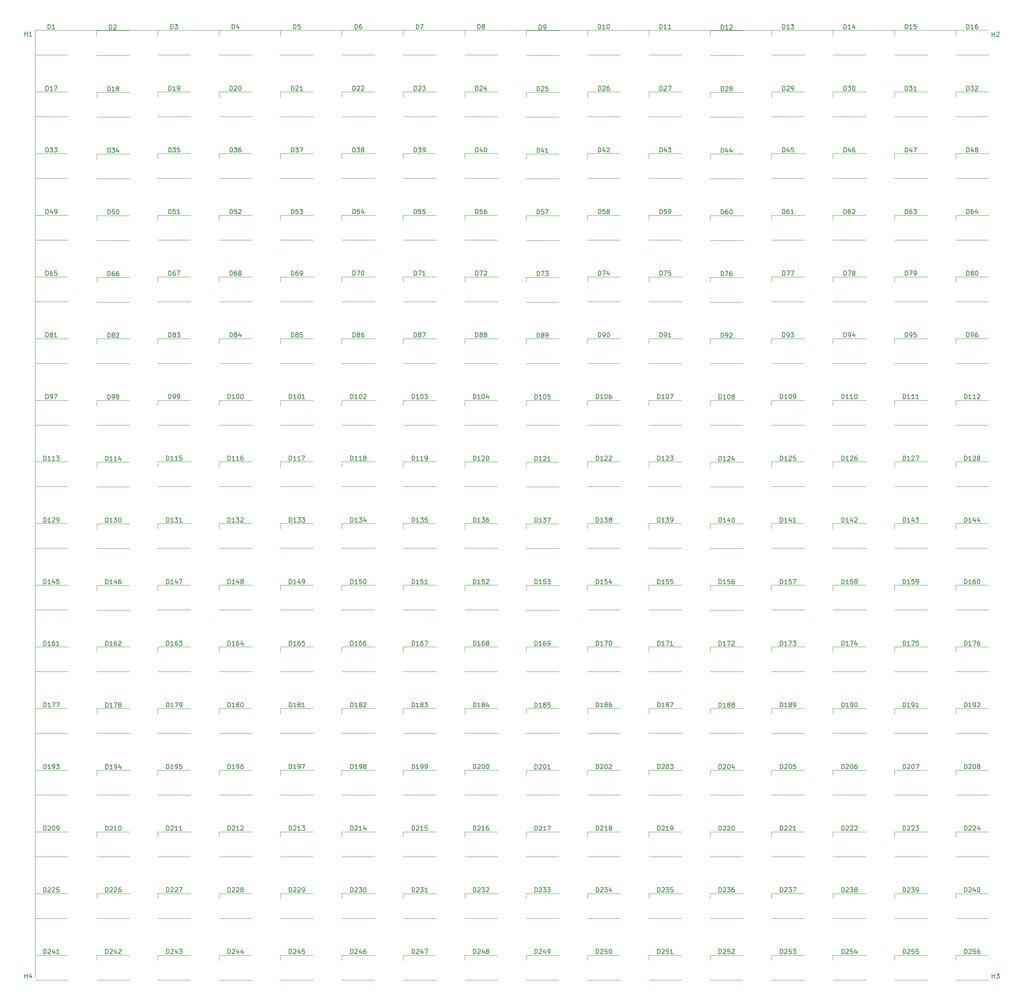
<source format=gbr>
%TF.GenerationSoftware,KiCad,Pcbnew,(5.1.5)-2*%
%TF.CreationDate,2019-12-29T12:45:17-05:00*%
%TF.ProjectId,main_led_pcb,6d61696e-5f6c-4656-945f-7063622e6b69,rev?*%
%TF.SameCoordinates,Original*%
%TF.FileFunction,Legend,Top*%
%TF.FilePolarity,Positive*%
%FSLAX46Y46*%
G04 Gerber Fmt 4.6, Leading zero omitted, Abs format (unit mm)*
G04 Created by KiCad (PCBNEW (5.1.5)-2) date 2019-12-29 12:45:17*
%MOMM*%
%LPD*%
G04 APERTURE LIST*
%ADD10C,0.120000*%
%ADD11C,0.150000*%
G04 APERTURE END LIST*
D10*
X4000000Y-4400000D02*
X215900000Y-4400000D01*
X4000000Y-4400000D02*
X4000000Y-215000000D01*
X17643300Y-4550000D02*
X24943300Y-4550000D01*
X17643300Y-5700000D02*
X17643300Y-4550000D01*
X17643300Y-10050000D02*
X24943300Y-10050000D01*
X44930000Y-141517000D02*
X52230000Y-141517000D01*
X44930000Y-142667000D02*
X44930000Y-141517000D01*
X44930000Y-147017000D02*
X52230000Y-147017000D01*
X4000000Y-59276700D02*
X11300000Y-59276700D01*
X4000000Y-60426700D02*
X4000000Y-59276700D01*
X4000000Y-64776700D02*
X11300000Y-64776700D01*
X208650000Y-210050000D02*
X215950000Y-210050000D01*
X208650000Y-211200000D02*
X208650000Y-210050000D01*
X208650000Y-215550000D02*
X215950000Y-215550000D01*
X195007000Y-215550000D02*
X202307000Y-215550000D01*
X195007000Y-211200000D02*
X195007000Y-210050000D01*
X195007000Y-210050000D02*
X202307000Y-210050000D01*
X181363000Y-210050000D02*
X188663000Y-210050000D01*
X181363000Y-211200000D02*
X181363000Y-210050000D01*
X181363000Y-215550000D02*
X188663000Y-215550000D01*
X167720000Y-210050000D02*
X175020000Y-210050000D01*
X167720000Y-211200000D02*
X167720000Y-210050000D01*
X167720000Y-215550000D02*
X175020000Y-215550000D01*
X154077000Y-210050000D02*
X161377000Y-210050000D01*
X154077000Y-211200000D02*
X154077000Y-210050000D01*
X154077000Y-215550000D02*
X161377000Y-215550000D01*
X140433000Y-210050000D02*
X147733000Y-210050000D01*
X140433000Y-211200000D02*
X140433000Y-210050000D01*
X140433000Y-215550000D02*
X147733000Y-215550000D01*
X126790000Y-210050000D02*
X134090000Y-210050000D01*
X126790000Y-211200000D02*
X126790000Y-210050000D01*
X126790000Y-215550000D02*
X134090000Y-215550000D01*
X113147000Y-210050000D02*
X120447000Y-210050000D01*
X113147000Y-211200000D02*
X113147000Y-210050000D01*
X113147000Y-215550000D02*
X120447000Y-215550000D01*
X99503000Y-210050000D02*
X106803000Y-210050000D01*
X99503000Y-211200000D02*
X99503000Y-210050000D01*
X99503000Y-215550000D02*
X106803000Y-215550000D01*
X85860000Y-210050000D02*
X93160000Y-210050000D01*
X85860000Y-211200000D02*
X85860000Y-210050000D01*
X85860000Y-215550000D02*
X93160000Y-215550000D01*
X72216700Y-210050000D02*
X79516700Y-210050000D01*
X72216700Y-211200000D02*
X72216700Y-210050000D01*
X72216700Y-215550000D02*
X79516700Y-215550000D01*
X58573300Y-210050000D02*
X65873300Y-210050000D01*
X58573300Y-211200000D02*
X58573300Y-210050000D01*
X58573300Y-215550000D02*
X65873300Y-215550000D01*
X44930000Y-210050000D02*
X52230000Y-210050000D01*
X44930000Y-211200000D02*
X44930000Y-210050000D01*
X44930000Y-215550000D02*
X52230000Y-215550000D01*
X31286700Y-210050000D02*
X38586700Y-210050000D01*
X31286700Y-211200000D02*
X31286700Y-210050000D01*
X31286700Y-215550000D02*
X38586700Y-215550000D01*
X17750000Y-210050000D02*
X25050000Y-210050000D01*
X17750000Y-211200000D02*
X17750000Y-210050000D01*
X17750000Y-215550000D02*
X25050000Y-215550000D01*
X4000000Y-210050000D02*
X11300000Y-210050000D01*
X4000000Y-211200000D02*
X4000000Y-210050000D01*
X4000000Y-215550000D02*
X11300000Y-215550000D01*
X208650000Y-196343000D02*
X215950000Y-196343000D01*
X208650000Y-197493000D02*
X208650000Y-196343000D01*
X208650000Y-201843000D02*
X215950000Y-201843000D01*
X195007000Y-201843000D02*
X202307000Y-201843000D01*
X195007000Y-197493000D02*
X195007000Y-196343000D01*
X195007000Y-196343000D02*
X202307000Y-196343000D01*
X181363000Y-196343000D02*
X188663000Y-196343000D01*
X181363000Y-197493000D02*
X181363000Y-196343000D01*
X181363000Y-201843000D02*
X188663000Y-201843000D01*
X167720000Y-196343000D02*
X175020000Y-196343000D01*
X167720000Y-197493000D02*
X167720000Y-196343000D01*
X167720000Y-201843000D02*
X175020000Y-201843000D01*
X154077000Y-196350000D02*
X161377000Y-196350000D01*
X154077000Y-197500000D02*
X154077000Y-196350000D01*
X154077000Y-201850000D02*
X161377000Y-201850000D01*
X140433000Y-196343000D02*
X147733000Y-196343000D01*
X140433000Y-197493000D02*
X140433000Y-196343000D01*
X140433000Y-201843000D02*
X147733000Y-201843000D01*
X126790000Y-196343000D02*
X134090000Y-196343000D01*
X126790000Y-197493000D02*
X126790000Y-196343000D01*
X126790000Y-201843000D02*
X134090000Y-201843000D01*
X113147000Y-196350000D02*
X120447000Y-196350000D01*
X113147000Y-197500000D02*
X113147000Y-196350000D01*
X113147000Y-201850000D02*
X120447000Y-201850000D01*
X99503000Y-196343000D02*
X106803000Y-196343000D01*
X99503000Y-197493000D02*
X99503000Y-196343000D01*
X99503000Y-201843000D02*
X106803000Y-201843000D01*
X85860000Y-196343000D02*
X93160000Y-196343000D01*
X85860000Y-197493000D02*
X85860000Y-196343000D01*
X85860000Y-201843000D02*
X93160000Y-201843000D01*
X72216700Y-196343000D02*
X79516700Y-196343000D01*
X72216700Y-197493000D02*
X72216700Y-196343000D01*
X72216700Y-201843000D02*
X79516700Y-201843000D01*
X58573300Y-196343000D02*
X65873300Y-196343000D01*
X58573300Y-197493000D02*
X58573300Y-196343000D01*
X58573300Y-201843000D02*
X65873300Y-201843000D01*
X44930000Y-196343000D02*
X52230000Y-196343000D01*
X44930000Y-197493000D02*
X44930000Y-196343000D01*
X44930000Y-201843000D02*
X52230000Y-201843000D01*
X31286700Y-196343000D02*
X38586700Y-196343000D01*
X31286700Y-197493000D02*
X31286700Y-196343000D01*
X31286700Y-201843000D02*
X38586700Y-201843000D01*
X17750000Y-196350000D02*
X25050000Y-196350000D01*
X17750000Y-197500000D02*
X17750000Y-196350000D01*
X17750000Y-201850000D02*
X25050000Y-201850000D01*
X4000000Y-196343000D02*
X11300000Y-196343000D01*
X4000000Y-197493000D02*
X4000000Y-196343000D01*
X4000000Y-201843000D02*
X11300000Y-201843000D01*
X208650000Y-182637000D02*
X215950000Y-182637000D01*
X208650000Y-183787000D02*
X208650000Y-182637000D01*
X208650000Y-188137000D02*
X215950000Y-188137000D01*
X195007000Y-188137000D02*
X202307000Y-188137000D01*
X195007000Y-183787000D02*
X195007000Y-182637000D01*
X195007000Y-182637000D02*
X202307000Y-182637000D01*
X181363000Y-182637000D02*
X188663000Y-182637000D01*
X181363000Y-183787000D02*
X181363000Y-182637000D01*
X181363000Y-188137000D02*
X188663000Y-188137000D01*
X167720000Y-182637000D02*
X175020000Y-182637000D01*
X167720000Y-183787000D02*
X167720000Y-182637000D01*
X167720000Y-188137000D02*
X175020000Y-188137000D01*
X154077000Y-182650000D02*
X161377000Y-182650000D01*
X154077000Y-183800000D02*
X154077000Y-182650000D01*
X154077000Y-188150000D02*
X161377000Y-188150000D01*
X140433000Y-182637000D02*
X147733000Y-182637000D01*
X140433000Y-183787000D02*
X140433000Y-182637000D01*
X140433000Y-188137000D02*
X147733000Y-188137000D01*
X126790000Y-182637000D02*
X134090000Y-182637000D01*
X126790000Y-183787000D02*
X126790000Y-182637000D01*
X126790000Y-188137000D02*
X134090000Y-188137000D01*
X113147000Y-182650000D02*
X120447000Y-182650000D01*
X113147000Y-183800000D02*
X113147000Y-182650000D01*
X113147000Y-188150000D02*
X120447000Y-188150000D01*
X99503000Y-182637000D02*
X106803000Y-182637000D01*
X99503000Y-183787000D02*
X99503000Y-182637000D01*
X99503000Y-188137000D02*
X106803000Y-188137000D01*
X85860000Y-182637000D02*
X93160000Y-182637000D01*
X85860000Y-183787000D02*
X85860000Y-182637000D01*
X85860000Y-188137000D02*
X93160000Y-188137000D01*
X72216700Y-182637000D02*
X79516700Y-182637000D01*
X72216700Y-183787000D02*
X72216700Y-182637000D01*
X72216700Y-188137000D02*
X79516700Y-188137000D01*
X58573300Y-182637000D02*
X65873300Y-182637000D01*
X58573300Y-183787000D02*
X58573300Y-182637000D01*
X58573300Y-188137000D02*
X65873300Y-188137000D01*
X44930000Y-182637000D02*
X52230000Y-182637000D01*
X44930000Y-183787000D02*
X44930000Y-182637000D01*
X44930000Y-188137000D02*
X52230000Y-188137000D01*
X31286700Y-182637000D02*
X38586700Y-182637000D01*
X31286700Y-183787000D02*
X31286700Y-182637000D01*
X31286700Y-188137000D02*
X38586700Y-188137000D01*
X17750000Y-182650000D02*
X25050000Y-182650000D01*
X17750000Y-183800000D02*
X17750000Y-182650000D01*
X17750000Y-188150000D02*
X25050000Y-188150000D01*
X4000000Y-182637000D02*
X11300000Y-182637000D01*
X4000000Y-183787000D02*
X4000000Y-182637000D01*
X4000000Y-188137000D02*
X11300000Y-188137000D01*
X208650000Y-168930000D02*
X215950000Y-168930000D01*
X208650000Y-170080000D02*
X208650000Y-168930000D01*
X208650000Y-174430000D02*
X215950000Y-174430000D01*
X195007000Y-174430000D02*
X202307000Y-174430000D01*
X195007000Y-170080000D02*
X195007000Y-168930000D01*
X195007000Y-168930000D02*
X202307000Y-168930000D01*
X181363000Y-168930000D02*
X188663000Y-168930000D01*
X181363000Y-170080000D02*
X181363000Y-168930000D01*
X181363000Y-174430000D02*
X188663000Y-174430000D01*
X167720000Y-168930000D02*
X175020000Y-168930000D01*
X167720000Y-170080000D02*
X167720000Y-168930000D01*
X167720000Y-174430000D02*
X175020000Y-174430000D01*
X154077000Y-168950000D02*
X161377000Y-168950000D01*
X154077000Y-170100000D02*
X154077000Y-168950000D01*
X154077000Y-174450000D02*
X161377000Y-174450000D01*
X140433000Y-168930000D02*
X147733000Y-168930000D01*
X140433000Y-170080000D02*
X140433000Y-168930000D01*
X140433000Y-174430000D02*
X147733000Y-174430000D01*
X126790000Y-168930000D02*
X134090000Y-168930000D01*
X126790000Y-170080000D02*
X126790000Y-168930000D01*
X126790000Y-174430000D02*
X134090000Y-174430000D01*
X113147000Y-168950000D02*
X120447000Y-168950000D01*
X113147000Y-170100000D02*
X113147000Y-168950000D01*
X113147000Y-174450000D02*
X120447000Y-174450000D01*
X99503000Y-168930000D02*
X106803000Y-168930000D01*
X99503000Y-170080000D02*
X99503000Y-168930000D01*
X99503000Y-174430000D02*
X106803000Y-174430000D01*
X85860000Y-168930000D02*
X93160000Y-168930000D01*
X85860000Y-170080000D02*
X85860000Y-168930000D01*
X85860000Y-174430000D02*
X93160000Y-174430000D01*
X72216700Y-168930000D02*
X79516700Y-168930000D01*
X72216700Y-170080000D02*
X72216700Y-168930000D01*
X72216700Y-174430000D02*
X79516700Y-174430000D01*
X58573300Y-168930000D02*
X65873300Y-168930000D01*
X58573300Y-170080000D02*
X58573300Y-168930000D01*
X58573300Y-174430000D02*
X65873300Y-174430000D01*
X44930000Y-168930000D02*
X52230000Y-168930000D01*
X44930000Y-170080000D02*
X44930000Y-168930000D01*
X44930000Y-174430000D02*
X52230000Y-174430000D01*
X31286700Y-168930000D02*
X38586700Y-168930000D01*
X31286700Y-170080000D02*
X31286700Y-168930000D01*
X31286700Y-174430000D02*
X38586700Y-174430000D01*
X17750000Y-168950000D02*
X25050000Y-168950000D01*
X17750000Y-170100000D02*
X17750000Y-168950000D01*
X17750000Y-174450000D02*
X25050000Y-174450000D01*
X4000000Y-168930000D02*
X11300000Y-168930000D01*
X4000000Y-170080000D02*
X4000000Y-168930000D01*
X4000000Y-174430000D02*
X11300000Y-174430000D01*
X208650000Y-155223000D02*
X215950000Y-155223000D01*
X208650000Y-156373000D02*
X208650000Y-155223000D01*
X208650000Y-160723000D02*
X215950000Y-160723000D01*
X195007000Y-160723000D02*
X202307000Y-160723000D01*
X195007000Y-156373000D02*
X195007000Y-155223000D01*
X195007000Y-155223000D02*
X202307000Y-155223000D01*
X181363000Y-155223000D02*
X188663000Y-155223000D01*
X181363000Y-156373000D02*
X181363000Y-155223000D01*
X181363000Y-160723000D02*
X188663000Y-160723000D01*
X167720000Y-155223000D02*
X175020000Y-155223000D01*
X167720000Y-156373000D02*
X167720000Y-155223000D01*
X167720000Y-160723000D02*
X175020000Y-160723000D01*
X154077000Y-155250000D02*
X161377000Y-155250000D01*
X154077000Y-156400000D02*
X154077000Y-155250000D01*
X154077000Y-160750000D02*
X161377000Y-160750000D01*
X140433000Y-155223000D02*
X147733000Y-155223000D01*
X140433000Y-156373000D02*
X140433000Y-155223000D01*
X140433000Y-160723000D02*
X147733000Y-160723000D01*
X126790000Y-155223000D02*
X134090000Y-155223000D01*
X126790000Y-156373000D02*
X126790000Y-155223000D01*
X126790000Y-160723000D02*
X134090000Y-160723000D01*
X113147000Y-155250000D02*
X120447000Y-155250000D01*
X113147000Y-156400000D02*
X113147000Y-155250000D01*
X113147000Y-160750000D02*
X120447000Y-160750000D01*
X99503000Y-155223000D02*
X106803000Y-155223000D01*
X99503000Y-156373000D02*
X99503000Y-155223000D01*
X99503000Y-160723000D02*
X106803000Y-160723000D01*
X85860000Y-155223000D02*
X93160000Y-155223000D01*
X85860000Y-156373000D02*
X85860000Y-155223000D01*
X85860000Y-160723000D02*
X93160000Y-160723000D01*
X72216700Y-155223000D02*
X79516700Y-155223000D01*
X72216700Y-156373000D02*
X72216700Y-155223000D01*
X72216700Y-160723000D02*
X79516700Y-160723000D01*
X58573300Y-155223000D02*
X65873300Y-155223000D01*
X58573300Y-156373000D02*
X58573300Y-155223000D01*
X58573300Y-160723000D02*
X65873300Y-160723000D01*
X44930000Y-155223000D02*
X52230000Y-155223000D01*
X44930000Y-156373000D02*
X44930000Y-155223000D01*
X44930000Y-160723000D02*
X52230000Y-160723000D01*
X31286700Y-155223000D02*
X38586700Y-155223000D01*
X31286700Y-156373000D02*
X31286700Y-155223000D01*
X31286700Y-160723000D02*
X38586700Y-160723000D01*
X17750000Y-155250000D02*
X25050000Y-155250000D01*
X17750000Y-156400000D02*
X17750000Y-155250000D01*
X17750000Y-160750000D02*
X25050000Y-160750000D01*
X4000000Y-155223000D02*
X11300000Y-155223000D01*
X4000000Y-156373000D02*
X4000000Y-155223000D01*
X4000000Y-160723000D02*
X11300000Y-160723000D01*
X208650000Y-141517000D02*
X215950000Y-141517000D01*
X208650000Y-142667000D02*
X208650000Y-141517000D01*
X208650000Y-147017000D02*
X215950000Y-147017000D01*
X195007000Y-147017000D02*
X202307000Y-147017000D01*
X195007000Y-142667000D02*
X195007000Y-141517000D01*
X195007000Y-141517000D02*
X202307000Y-141517000D01*
X181363000Y-141517000D02*
X188663000Y-141517000D01*
X181363000Y-142667000D02*
X181363000Y-141517000D01*
X181363000Y-147017000D02*
X188663000Y-147017000D01*
X167720000Y-141517000D02*
X175020000Y-141517000D01*
X167720000Y-142667000D02*
X167720000Y-141517000D01*
X167720000Y-147017000D02*
X175020000Y-147017000D01*
X154077000Y-141550000D02*
X161377000Y-141550000D01*
X154077000Y-142700000D02*
X154077000Y-141550000D01*
X154077000Y-147050000D02*
X161377000Y-147050000D01*
X140433000Y-141517000D02*
X147733000Y-141517000D01*
X140433000Y-142667000D02*
X140433000Y-141517000D01*
X140433000Y-147017000D02*
X147733000Y-147017000D01*
X126790000Y-141517000D02*
X134090000Y-141517000D01*
X126790000Y-142667000D02*
X126790000Y-141517000D01*
X126790000Y-147017000D02*
X134090000Y-147017000D01*
X113147000Y-141550000D02*
X120447000Y-141550000D01*
X113147000Y-142700000D02*
X113147000Y-141550000D01*
X113147000Y-147050000D02*
X120447000Y-147050000D01*
X99503000Y-141517000D02*
X106803000Y-141517000D01*
X99503000Y-142667000D02*
X99503000Y-141517000D01*
X99503000Y-147017000D02*
X106803000Y-147017000D01*
X85860000Y-141517000D02*
X93160000Y-141517000D01*
X85860000Y-142667000D02*
X85860000Y-141517000D01*
X85860000Y-147017000D02*
X93160000Y-147017000D01*
X72216700Y-141517000D02*
X79516700Y-141517000D01*
X72216700Y-142667000D02*
X72216700Y-141517000D01*
X72216700Y-147017000D02*
X79516700Y-147017000D01*
X58573300Y-141517000D02*
X65873300Y-141517000D01*
X58573300Y-142667000D02*
X58573300Y-141517000D01*
X58573300Y-147017000D02*
X65873300Y-147017000D01*
X31286700Y-141517000D02*
X38586700Y-141517000D01*
X31286700Y-142667000D02*
X31286700Y-141517000D01*
X31286700Y-147017000D02*
X38586700Y-147017000D01*
X17750000Y-141550000D02*
X25050000Y-141550000D01*
X17750000Y-142700000D02*
X17750000Y-141550000D01*
X17750000Y-147050000D02*
X25050000Y-147050000D01*
X4000000Y-141517000D02*
X11300000Y-141517000D01*
X4000000Y-142667000D02*
X4000000Y-141517000D01*
X4000000Y-147017000D02*
X11300000Y-147017000D01*
X208650000Y-127810000D02*
X215950000Y-127810000D01*
X208650000Y-128960000D02*
X208650000Y-127810000D01*
X208650000Y-133310000D02*
X215950000Y-133310000D01*
X195007000Y-133310000D02*
X202307000Y-133310000D01*
X195007000Y-128960000D02*
X195007000Y-127810000D01*
X195007000Y-127810000D02*
X202307000Y-127810000D01*
X181363000Y-127810000D02*
X188663000Y-127810000D01*
X181363000Y-128960000D02*
X181363000Y-127810000D01*
X181363000Y-133310000D02*
X188663000Y-133310000D01*
X167720000Y-127810000D02*
X175020000Y-127810000D01*
X167720000Y-128960000D02*
X167720000Y-127810000D01*
X167720000Y-133310000D02*
X175020000Y-133310000D01*
X154077000Y-127850000D02*
X161377000Y-127850000D01*
X154077000Y-129000000D02*
X154077000Y-127850000D01*
X154077000Y-133350000D02*
X161377000Y-133350000D01*
X140433000Y-127810000D02*
X147733000Y-127810000D01*
X140433000Y-128960000D02*
X140433000Y-127810000D01*
X140433000Y-133310000D02*
X147733000Y-133310000D01*
X126790000Y-127810000D02*
X134090000Y-127810000D01*
X126790000Y-128960000D02*
X126790000Y-127810000D01*
X126790000Y-133310000D02*
X134090000Y-133310000D01*
X113147000Y-127850000D02*
X120447000Y-127850000D01*
X113147000Y-129000000D02*
X113147000Y-127850000D01*
X113147000Y-133350000D02*
X120447000Y-133350000D01*
X99503000Y-127810000D02*
X106803000Y-127810000D01*
X99503000Y-128960000D02*
X99503000Y-127810000D01*
X99503000Y-133310000D02*
X106803000Y-133310000D01*
X85860000Y-127810000D02*
X93160000Y-127810000D01*
X85860000Y-128960000D02*
X85860000Y-127810000D01*
X85860000Y-133310000D02*
X93160000Y-133310000D01*
X72216700Y-127810000D02*
X79516700Y-127810000D01*
X72216700Y-128960000D02*
X72216700Y-127810000D01*
X72216700Y-133310000D02*
X79516700Y-133310000D01*
X58573300Y-127810000D02*
X65873300Y-127810000D01*
X58573300Y-128960000D02*
X58573300Y-127810000D01*
X58573300Y-133310000D02*
X65873300Y-133310000D01*
X44930000Y-127810000D02*
X52230000Y-127810000D01*
X44930000Y-128960000D02*
X44930000Y-127810000D01*
X44930000Y-133310000D02*
X52230000Y-133310000D01*
X31286700Y-127810000D02*
X38586700Y-127810000D01*
X31286700Y-128960000D02*
X31286700Y-127810000D01*
X31286700Y-133310000D02*
X38586700Y-133310000D01*
X17750000Y-127850000D02*
X25050000Y-127850000D01*
X17750000Y-129000000D02*
X17750000Y-127850000D01*
X17750000Y-133350000D02*
X25050000Y-133350000D01*
X4000000Y-127810000D02*
X11300000Y-127810000D01*
X4000000Y-128960000D02*
X4000000Y-127810000D01*
X4000000Y-133310000D02*
X11300000Y-133310000D01*
X208650000Y-114103000D02*
X215950000Y-114103000D01*
X208650000Y-115253000D02*
X208650000Y-114103000D01*
X208650000Y-119603000D02*
X215950000Y-119603000D01*
X195007000Y-119603000D02*
X202307000Y-119603000D01*
X195007000Y-115253000D02*
X195007000Y-114103000D01*
X195007000Y-114103000D02*
X202307000Y-114103000D01*
X181363000Y-114103000D02*
X188663000Y-114103000D01*
X181363000Y-115253000D02*
X181363000Y-114103000D01*
X181363000Y-119603000D02*
X188663000Y-119603000D01*
X167720000Y-114103000D02*
X175020000Y-114103000D01*
X167720000Y-115253000D02*
X167720000Y-114103000D01*
X167720000Y-119603000D02*
X175020000Y-119603000D01*
X154077000Y-114150000D02*
X161377000Y-114150000D01*
X154077000Y-115300000D02*
X154077000Y-114150000D01*
X154077000Y-119650000D02*
X161377000Y-119650000D01*
X140433000Y-114103000D02*
X147733000Y-114103000D01*
X140433000Y-115253000D02*
X140433000Y-114103000D01*
X140433000Y-119603000D02*
X147733000Y-119603000D01*
X126790000Y-114103000D02*
X134090000Y-114103000D01*
X126790000Y-115253000D02*
X126790000Y-114103000D01*
X126790000Y-119603000D02*
X134090000Y-119603000D01*
X113147000Y-114150000D02*
X120447000Y-114150000D01*
X113147000Y-115300000D02*
X113147000Y-114150000D01*
X113147000Y-119650000D02*
X120447000Y-119650000D01*
X99503000Y-114103000D02*
X106803000Y-114103000D01*
X99503000Y-115253000D02*
X99503000Y-114103000D01*
X99503000Y-119603000D02*
X106803000Y-119603000D01*
X85860000Y-114103000D02*
X93160000Y-114103000D01*
X85860000Y-115253000D02*
X85860000Y-114103000D01*
X85860000Y-119603000D02*
X93160000Y-119603000D01*
X72216700Y-114103000D02*
X79516700Y-114103000D01*
X72216700Y-115253000D02*
X72216700Y-114103000D01*
X72216700Y-119603000D02*
X79516700Y-119603000D01*
X58573300Y-114103000D02*
X65873300Y-114103000D01*
X58573300Y-115253000D02*
X58573300Y-114103000D01*
X58573300Y-119603000D02*
X65873300Y-119603000D01*
X44930000Y-114103000D02*
X52230000Y-114103000D01*
X44930000Y-115253000D02*
X44930000Y-114103000D01*
X44930000Y-119603000D02*
X52230000Y-119603000D01*
X31286700Y-114103000D02*
X38586700Y-114103000D01*
X31286700Y-115253000D02*
X31286700Y-114103000D01*
X31286700Y-119603000D02*
X38586700Y-119603000D01*
X17750000Y-114150000D02*
X25050000Y-114150000D01*
X17750000Y-115300000D02*
X17750000Y-114150000D01*
X17750000Y-119650000D02*
X25050000Y-119650000D01*
X4000000Y-114103000D02*
X11300000Y-114103000D01*
X4000000Y-115253000D02*
X4000000Y-114103000D01*
X4000000Y-119603000D02*
X11300000Y-119603000D01*
X208650000Y-100397000D02*
X215950000Y-100397000D01*
X208650000Y-101547000D02*
X208650000Y-100397000D01*
X208650000Y-105897000D02*
X215950000Y-105897000D01*
X195007000Y-105897000D02*
X202307000Y-105897000D01*
X195007000Y-101547000D02*
X195007000Y-100397000D01*
X195007000Y-100397000D02*
X202307000Y-100397000D01*
X181363000Y-100397000D02*
X188663000Y-100397000D01*
X181363000Y-101547000D02*
X181363000Y-100397000D01*
X181363000Y-105897000D02*
X188663000Y-105897000D01*
X167720000Y-100397000D02*
X175020000Y-100397000D01*
X167720000Y-101547000D02*
X167720000Y-100397000D01*
X167720000Y-105897000D02*
X175020000Y-105897000D01*
X154077000Y-100450000D02*
X161377000Y-100450000D01*
X154077000Y-101600000D02*
X154077000Y-100450000D01*
X154077000Y-105950000D02*
X161377000Y-105950000D01*
X140433000Y-100397000D02*
X147733000Y-100397000D01*
X140433000Y-101547000D02*
X140433000Y-100397000D01*
X140433000Y-105897000D02*
X147733000Y-105897000D01*
X126790000Y-100397000D02*
X134090000Y-100397000D01*
X126790000Y-101547000D02*
X126790000Y-100397000D01*
X126790000Y-105897000D02*
X134090000Y-105897000D01*
X113147000Y-100450000D02*
X120447000Y-100450000D01*
X113147000Y-101600000D02*
X113147000Y-100450000D01*
X113147000Y-105950000D02*
X120447000Y-105950000D01*
X99503000Y-100397000D02*
X106803000Y-100397000D01*
X99503000Y-101547000D02*
X99503000Y-100397000D01*
X99503000Y-105897000D02*
X106803000Y-105897000D01*
X85860000Y-100397000D02*
X93160000Y-100397000D01*
X85860000Y-101547000D02*
X85860000Y-100397000D01*
X85860000Y-105897000D02*
X93160000Y-105897000D01*
X72216700Y-100397000D02*
X79516700Y-100397000D01*
X72216700Y-101547000D02*
X72216700Y-100397000D01*
X72216700Y-105897000D02*
X79516700Y-105897000D01*
X58573300Y-100397000D02*
X65873300Y-100397000D01*
X58573300Y-101547000D02*
X58573300Y-100397000D01*
X58573300Y-105897000D02*
X65873300Y-105897000D01*
X44930000Y-100397000D02*
X52230000Y-100397000D01*
X44930000Y-101547000D02*
X44930000Y-100397000D01*
X44930000Y-105897000D02*
X52230000Y-105897000D01*
X31286700Y-100397000D02*
X38586700Y-100397000D01*
X31286700Y-101547000D02*
X31286700Y-100397000D01*
X31286700Y-105897000D02*
X38586700Y-105897000D01*
X17750000Y-100450000D02*
X25050000Y-100450000D01*
X17750000Y-101600000D02*
X17750000Y-100450000D01*
X17750000Y-105950000D02*
X25050000Y-105950000D01*
X4000000Y-100397000D02*
X11300000Y-100397000D01*
X4000000Y-101547000D02*
X4000000Y-100397000D01*
X4000000Y-105897000D02*
X11300000Y-105897000D01*
X208650000Y-86690000D02*
X215950000Y-86690000D01*
X208650000Y-87840000D02*
X208650000Y-86690000D01*
X208650000Y-92190000D02*
X215950000Y-92190000D01*
X195007000Y-92190000D02*
X202307000Y-92190000D01*
X195007000Y-87840000D02*
X195007000Y-86690000D01*
X195007000Y-86690000D02*
X202307000Y-86690000D01*
X181363000Y-86690000D02*
X188663000Y-86690000D01*
X181363000Y-87840000D02*
X181363000Y-86690000D01*
X181363000Y-92190000D02*
X188663000Y-92190000D01*
X167720000Y-86690000D02*
X175020000Y-86690000D01*
X167720000Y-87840000D02*
X167720000Y-86690000D01*
X167720000Y-92190000D02*
X175020000Y-92190000D01*
X154077000Y-86750000D02*
X161377000Y-86750000D01*
X154077000Y-87900000D02*
X154077000Y-86750000D01*
X154077000Y-92250000D02*
X161377000Y-92250000D01*
X140433000Y-86690000D02*
X147733000Y-86690000D01*
X140433000Y-87840000D02*
X140433000Y-86690000D01*
X140433000Y-92190000D02*
X147733000Y-92190000D01*
X126790000Y-86690000D02*
X134090000Y-86690000D01*
X126790000Y-87840000D02*
X126790000Y-86690000D01*
X126790000Y-92190000D02*
X134090000Y-92190000D01*
X113147000Y-86750000D02*
X120447000Y-86750000D01*
X113147000Y-87900000D02*
X113147000Y-86750000D01*
X113147000Y-92250000D02*
X120447000Y-92250000D01*
X99503000Y-86690000D02*
X106803000Y-86690000D01*
X99503000Y-87840000D02*
X99503000Y-86690000D01*
X99503000Y-92190000D02*
X106803000Y-92190000D01*
X85860000Y-86690000D02*
X93160000Y-86690000D01*
X85860000Y-87840000D02*
X85860000Y-86690000D01*
X85860000Y-92190000D02*
X93160000Y-92190000D01*
X72216700Y-86690000D02*
X79516700Y-86690000D01*
X72216700Y-87840000D02*
X72216700Y-86690000D01*
X72216700Y-92190000D02*
X79516700Y-92190000D01*
X58573300Y-86690000D02*
X65873300Y-86690000D01*
X58573300Y-87840000D02*
X58573300Y-86690000D01*
X58573300Y-92190000D02*
X65873300Y-92190000D01*
X44930000Y-86690000D02*
X52230000Y-86690000D01*
X44930000Y-87840000D02*
X44930000Y-86690000D01*
X44930000Y-92190000D02*
X52230000Y-92190000D01*
X31286700Y-86690000D02*
X38586700Y-86690000D01*
X31286700Y-87840000D02*
X31286700Y-86690000D01*
X31286700Y-92190000D02*
X38586700Y-92190000D01*
X17750000Y-86750000D02*
X25050000Y-86750000D01*
X17750000Y-87900000D02*
X17750000Y-86750000D01*
X17750000Y-92250000D02*
X25050000Y-92250000D01*
X4000000Y-86690000D02*
X11300000Y-86690000D01*
X4000000Y-87840000D02*
X4000000Y-86690000D01*
X4000000Y-92190000D02*
X11300000Y-92190000D01*
X208650000Y-72983300D02*
X215950000Y-72983300D01*
X208650000Y-74133300D02*
X208650000Y-72983300D01*
X208650000Y-78483300D02*
X215950000Y-78483300D01*
X195007000Y-78483300D02*
X202307000Y-78483300D01*
X195007000Y-74133300D02*
X195007000Y-72983300D01*
X195007000Y-72983300D02*
X202307000Y-72983300D01*
X181363000Y-72983300D02*
X188663000Y-72983300D01*
X181363000Y-74133300D02*
X181363000Y-72983300D01*
X181363000Y-78483300D02*
X188663000Y-78483300D01*
X167720000Y-72983300D02*
X175020000Y-72983300D01*
X167720000Y-74133300D02*
X167720000Y-72983300D01*
X167720000Y-78483300D02*
X175020000Y-78483300D01*
X154077000Y-73050000D02*
X161377000Y-73050000D01*
X154077000Y-74200000D02*
X154077000Y-73050000D01*
X154077000Y-78550000D02*
X161377000Y-78550000D01*
X140433000Y-72983300D02*
X147733000Y-72983300D01*
X140433000Y-74133300D02*
X140433000Y-72983300D01*
X140433000Y-78483300D02*
X147733000Y-78483300D01*
X126790000Y-72983300D02*
X134090000Y-72983300D01*
X126790000Y-74133300D02*
X126790000Y-72983300D01*
X126790000Y-78483300D02*
X134090000Y-78483300D01*
X113147000Y-73050000D02*
X120447000Y-73050000D01*
X113147000Y-74200000D02*
X113147000Y-73050000D01*
X113147000Y-78550000D02*
X120447000Y-78550000D01*
X99503000Y-72983300D02*
X106803000Y-72983300D01*
X99503000Y-74133300D02*
X99503000Y-72983300D01*
X99503000Y-78483300D02*
X106803000Y-78483300D01*
X85860000Y-72983300D02*
X93160000Y-72983300D01*
X85860000Y-74133300D02*
X85860000Y-72983300D01*
X85860000Y-78483300D02*
X93160000Y-78483300D01*
X72216700Y-72983300D02*
X79516700Y-72983300D01*
X72216700Y-74133300D02*
X72216700Y-72983300D01*
X72216700Y-78483300D02*
X79516700Y-78483300D01*
X58573300Y-72983300D02*
X65873300Y-72983300D01*
X58573300Y-74133300D02*
X58573300Y-72983300D01*
X58573300Y-78483300D02*
X65873300Y-78483300D01*
X44930000Y-72983300D02*
X52230000Y-72983300D01*
X44930000Y-74133300D02*
X44930000Y-72983300D01*
X44930000Y-78483300D02*
X52230000Y-78483300D01*
X31286700Y-72983300D02*
X38586700Y-72983300D01*
X31286700Y-74133300D02*
X31286700Y-72983300D01*
X31286700Y-78483300D02*
X38586700Y-78483300D01*
X17750000Y-73050000D02*
X25050000Y-73050000D01*
X17750000Y-74200000D02*
X17750000Y-73050000D01*
X17750000Y-78550000D02*
X25050000Y-78550000D01*
X4000000Y-72983300D02*
X11300000Y-72983300D01*
X4000000Y-74133300D02*
X4000000Y-72983300D01*
X4000000Y-78483300D02*
X11300000Y-78483300D01*
X208650000Y-59276700D02*
X215950000Y-59276700D01*
X208650000Y-60426700D02*
X208650000Y-59276700D01*
X208650000Y-64776700D02*
X215950000Y-64776700D01*
X195007000Y-64776700D02*
X202307000Y-64776700D01*
X195007000Y-60426700D02*
X195007000Y-59276700D01*
X195007000Y-59276700D02*
X202307000Y-59276700D01*
X181363000Y-59276700D02*
X188663000Y-59276700D01*
X181363000Y-60426700D02*
X181363000Y-59276700D01*
X181363000Y-64776700D02*
X188663000Y-64776700D01*
X167720000Y-59276700D02*
X175020000Y-59276700D01*
X167720000Y-60426700D02*
X167720000Y-59276700D01*
X167720000Y-64776700D02*
X175020000Y-64776700D01*
X154077000Y-59350000D02*
X161377000Y-59350000D01*
X154077000Y-60500000D02*
X154077000Y-59350000D01*
X154077000Y-64850000D02*
X161377000Y-64850000D01*
X140433000Y-59276700D02*
X147733000Y-59276700D01*
X140433000Y-60426700D02*
X140433000Y-59276700D01*
X140433000Y-64776700D02*
X147733000Y-64776700D01*
X126790000Y-59276700D02*
X134090000Y-59276700D01*
X126790000Y-60426700D02*
X126790000Y-59276700D01*
X126790000Y-64776700D02*
X134090000Y-64776700D01*
X113147000Y-59350000D02*
X120447000Y-59350000D01*
X113147000Y-60500000D02*
X113147000Y-59350000D01*
X113147000Y-64850000D02*
X120447000Y-64850000D01*
X99503000Y-59276700D02*
X106803000Y-59276700D01*
X99503000Y-60426700D02*
X99503000Y-59276700D01*
X99503000Y-64776700D02*
X106803000Y-64776700D01*
X85860000Y-59276700D02*
X93160000Y-59276700D01*
X85860000Y-60426700D02*
X85860000Y-59276700D01*
X85860000Y-64776700D02*
X93160000Y-64776700D01*
X72216700Y-59276700D02*
X79516700Y-59276700D01*
X72216700Y-60426700D02*
X72216700Y-59276700D01*
X72216700Y-64776700D02*
X79516700Y-64776700D01*
X58573300Y-59276700D02*
X65873300Y-59276700D01*
X58573300Y-60426700D02*
X58573300Y-59276700D01*
X58573300Y-64776700D02*
X65873300Y-64776700D01*
X44930000Y-59276700D02*
X52230000Y-59276700D01*
X44930000Y-60426700D02*
X44930000Y-59276700D01*
X44930000Y-64776700D02*
X52230000Y-64776700D01*
X31286700Y-59276700D02*
X38586700Y-59276700D01*
X31286700Y-60426700D02*
X31286700Y-59276700D01*
X31286700Y-64776700D02*
X38586700Y-64776700D01*
X17750000Y-59350000D02*
X25050000Y-59350000D01*
X17750000Y-60500000D02*
X17750000Y-59350000D01*
X17750000Y-64850000D02*
X25050000Y-64850000D01*
X208650000Y-45570000D02*
X215950000Y-45570000D01*
X208650000Y-46720000D02*
X208650000Y-45570000D01*
X208650000Y-51070000D02*
X215950000Y-51070000D01*
X195007000Y-51070000D02*
X202307000Y-51070000D01*
X195007000Y-46720000D02*
X195007000Y-45570000D01*
X195007000Y-45570000D02*
X202307000Y-45570000D01*
X181363000Y-45570000D02*
X188663000Y-45570000D01*
X181363000Y-46720000D02*
X181363000Y-45570000D01*
X181363000Y-51070000D02*
X188663000Y-51070000D01*
X167720000Y-45570000D02*
X175020000Y-45570000D01*
X167720000Y-46720000D02*
X167720000Y-45570000D01*
X167720000Y-51070000D02*
X175020000Y-51070000D01*
X154077000Y-45650000D02*
X161377000Y-45650000D01*
X154077000Y-46800000D02*
X154077000Y-45650000D01*
X154077000Y-51150000D02*
X161377000Y-51150000D01*
X140433000Y-45570000D02*
X147733000Y-45570000D01*
X140433000Y-46720000D02*
X140433000Y-45570000D01*
X140433000Y-51070000D02*
X147733000Y-51070000D01*
X126790000Y-45570000D02*
X134090000Y-45570000D01*
X126790000Y-46720000D02*
X126790000Y-45570000D01*
X126790000Y-51070000D02*
X134090000Y-51070000D01*
X113147000Y-45650000D02*
X120447000Y-45650000D01*
X113147000Y-46800000D02*
X113147000Y-45650000D01*
X113147000Y-51150000D02*
X120447000Y-51150000D01*
X99503000Y-45570000D02*
X106803000Y-45570000D01*
X99503000Y-46720000D02*
X99503000Y-45570000D01*
X99503000Y-51070000D02*
X106803000Y-51070000D01*
X85860000Y-45570000D02*
X93160000Y-45570000D01*
X85860000Y-46720000D02*
X85860000Y-45570000D01*
X85860000Y-51070000D02*
X93160000Y-51070000D01*
X72216700Y-45570000D02*
X79516700Y-45570000D01*
X72216700Y-46720000D02*
X72216700Y-45570000D01*
X72216700Y-51070000D02*
X79516700Y-51070000D01*
X58573300Y-45570000D02*
X65873300Y-45570000D01*
X58573300Y-46720000D02*
X58573300Y-45570000D01*
X58573300Y-51070000D02*
X65873300Y-51070000D01*
X44930000Y-45570000D02*
X52230000Y-45570000D01*
X44930000Y-46720000D02*
X44930000Y-45570000D01*
X44930000Y-51070000D02*
X52230000Y-51070000D01*
X31286700Y-45570000D02*
X38586700Y-45570000D01*
X31286700Y-46720000D02*
X31286700Y-45570000D01*
X31286700Y-51070000D02*
X38586700Y-51070000D01*
X17750000Y-45650000D02*
X25050000Y-45650000D01*
X17750000Y-46800000D02*
X17750000Y-45650000D01*
X17750000Y-51150000D02*
X25050000Y-51150000D01*
X4000000Y-45570000D02*
X11300000Y-45570000D01*
X4000000Y-46720000D02*
X4000000Y-45570000D01*
X4000000Y-51070000D02*
X11300000Y-51070000D01*
X208650000Y-31863300D02*
X215950000Y-31863300D01*
X208650000Y-33013300D02*
X208650000Y-31863300D01*
X208650000Y-37363300D02*
X215950000Y-37363300D01*
X195007000Y-37363300D02*
X202307000Y-37363300D01*
X195007000Y-33013300D02*
X195007000Y-31863300D01*
X195007000Y-31863300D02*
X202307000Y-31863300D01*
X181363000Y-31863300D02*
X188663000Y-31863300D01*
X181363000Y-33013300D02*
X181363000Y-31863300D01*
X181363000Y-37363300D02*
X188663000Y-37363300D01*
X167720000Y-31863300D02*
X175020000Y-31863300D01*
X167720000Y-33013300D02*
X167720000Y-31863300D01*
X167720000Y-37363300D02*
X175020000Y-37363300D01*
X154077000Y-31950000D02*
X161377000Y-31950000D01*
X154077000Y-33100000D02*
X154077000Y-31950000D01*
X154077000Y-37450000D02*
X161377000Y-37450000D01*
X140433000Y-31863300D02*
X147733000Y-31863300D01*
X140433000Y-33013300D02*
X140433000Y-31863300D01*
X140433000Y-37363300D02*
X147733000Y-37363300D01*
X126790000Y-31863300D02*
X134090000Y-31863300D01*
X126790000Y-33013300D02*
X126790000Y-31863300D01*
X126790000Y-37363300D02*
X134090000Y-37363300D01*
X113147000Y-31950000D02*
X120447000Y-31950000D01*
X113147000Y-33100000D02*
X113147000Y-31950000D01*
X113147000Y-37450000D02*
X120447000Y-37450000D01*
X99503000Y-31863300D02*
X106803000Y-31863300D01*
X99503000Y-33013300D02*
X99503000Y-31863300D01*
X99503000Y-37363300D02*
X106803000Y-37363300D01*
X85860000Y-31863300D02*
X93160000Y-31863300D01*
X85860000Y-33013300D02*
X85860000Y-31863300D01*
X85860000Y-37363300D02*
X93160000Y-37363300D01*
X72216700Y-31863300D02*
X79516700Y-31863300D01*
X72216700Y-33013300D02*
X72216700Y-31863300D01*
X72216700Y-37363300D02*
X79516700Y-37363300D01*
X58573300Y-31863300D02*
X65873300Y-31863300D01*
X58573300Y-33013300D02*
X58573300Y-31863300D01*
X58573300Y-37363300D02*
X65873300Y-37363300D01*
X44930000Y-31863300D02*
X52230000Y-31863300D01*
X44930000Y-33013300D02*
X44930000Y-31863300D01*
X44930000Y-37363300D02*
X52230000Y-37363300D01*
X31286700Y-31863300D02*
X38586700Y-31863300D01*
X31286700Y-33013300D02*
X31286700Y-31863300D01*
X31286700Y-37363300D02*
X38586700Y-37363300D01*
X17750000Y-31950000D02*
X25050000Y-31950000D01*
X17750000Y-33100000D02*
X17750000Y-31950000D01*
X17750000Y-37450000D02*
X25050000Y-37450000D01*
X4000000Y-31863300D02*
X11300000Y-31863300D01*
X4000000Y-33013300D02*
X4000000Y-31863300D01*
X4000000Y-37363300D02*
X11300000Y-37363300D01*
X208650000Y-18156700D02*
X215950000Y-18156700D01*
X208650000Y-19306700D02*
X208650000Y-18156700D01*
X208650000Y-23656700D02*
X215950000Y-23656700D01*
X195007000Y-23656700D02*
X202307000Y-23656700D01*
X195007000Y-19306700D02*
X195007000Y-18156700D01*
X195007000Y-18156700D02*
X202307000Y-18156700D01*
X181363000Y-18156700D02*
X188663000Y-18156700D01*
X181363000Y-19306700D02*
X181363000Y-18156700D01*
X181363000Y-23656700D02*
X188663000Y-23656700D01*
X167720000Y-18156700D02*
X175020000Y-18156700D01*
X167720000Y-19306700D02*
X167720000Y-18156700D01*
X167720000Y-23656700D02*
X175020000Y-23656700D01*
X154077000Y-18250000D02*
X161377000Y-18250000D01*
X154077000Y-19400000D02*
X154077000Y-18250000D01*
X154077000Y-23750000D02*
X161377000Y-23750000D01*
X140433000Y-18156700D02*
X147733000Y-18156700D01*
X140433000Y-19306700D02*
X140433000Y-18156700D01*
X140433000Y-23656700D02*
X147733000Y-23656700D01*
X126790000Y-18156700D02*
X134090000Y-18156700D01*
X126790000Y-19306700D02*
X126790000Y-18156700D01*
X126790000Y-23656700D02*
X134090000Y-23656700D01*
X113147000Y-18250000D02*
X120447000Y-18250000D01*
X113147000Y-19400000D02*
X113147000Y-18250000D01*
X113147000Y-23750000D02*
X120447000Y-23750000D01*
X99503000Y-18156700D02*
X106803000Y-18156700D01*
X99503000Y-19306700D02*
X99503000Y-18156700D01*
X99503000Y-23656700D02*
X106803000Y-23656700D01*
X85860000Y-18156700D02*
X93160000Y-18156700D01*
X85860000Y-19306700D02*
X85860000Y-18156700D01*
X85860000Y-23656700D02*
X93160000Y-23656700D01*
X72216700Y-18156700D02*
X79516700Y-18156700D01*
X72216700Y-19306700D02*
X72216700Y-18156700D01*
X72216700Y-23656700D02*
X79516700Y-23656700D01*
X58573300Y-18156700D02*
X65873300Y-18156700D01*
X58573300Y-19306700D02*
X58573300Y-18156700D01*
X58573300Y-23656700D02*
X65873300Y-23656700D01*
X44930000Y-18156700D02*
X52230000Y-18156700D01*
X44930000Y-19306700D02*
X44930000Y-18156700D01*
X44930000Y-23656700D02*
X52230000Y-23656700D01*
X31286700Y-18156700D02*
X38586700Y-18156700D01*
X31286700Y-19306700D02*
X31286700Y-18156700D01*
X31286700Y-23656700D02*
X38586700Y-23656700D01*
X17750000Y-18250000D02*
X25050000Y-18250000D01*
X17750000Y-19400000D02*
X17750000Y-18250000D01*
X17750000Y-23750000D02*
X25050000Y-23750000D01*
X4000000Y-18156700D02*
X11300000Y-18156700D01*
X4000000Y-19306700D02*
X4000000Y-18156700D01*
X4000000Y-23656700D02*
X11300000Y-23656700D01*
X208650000Y-4450000D02*
X215950000Y-4450000D01*
X208650000Y-5600000D02*
X208650000Y-4450000D01*
X208650000Y-9950000D02*
X215950000Y-9950000D01*
X195007000Y-9950000D02*
X202307000Y-9950000D01*
X195007000Y-5600000D02*
X195007000Y-4450000D01*
X195007000Y-4450000D02*
X202307000Y-4450000D01*
X181363000Y-4450000D02*
X188663000Y-4450000D01*
X181363000Y-5600000D02*
X181363000Y-4450000D01*
X181363000Y-9950000D02*
X188663000Y-9950000D01*
X167720000Y-4450000D02*
X175020000Y-4450000D01*
X167720000Y-5600000D02*
X167720000Y-4450000D01*
X167720000Y-9950000D02*
X175020000Y-9950000D01*
X154077000Y-4550000D02*
X161377000Y-4550000D01*
X154077000Y-5700000D02*
X154077000Y-4550000D01*
X154077000Y-10050000D02*
X161377000Y-10050000D01*
X140433000Y-4450000D02*
X147733000Y-4450000D01*
X140433000Y-5600000D02*
X140433000Y-4450000D01*
X140433000Y-9950000D02*
X147733000Y-9950000D01*
X126790000Y-4450000D02*
X134090000Y-4450000D01*
X126790000Y-5600000D02*
X126790000Y-4450000D01*
X126790000Y-9950000D02*
X134090000Y-9950000D01*
X113147000Y-4550000D02*
X120447000Y-4550000D01*
X113147000Y-5700000D02*
X113147000Y-4550000D01*
X113147000Y-10050000D02*
X120447000Y-10050000D01*
X99503000Y-4450000D02*
X106803000Y-4450000D01*
X99503000Y-5600000D02*
X99503000Y-4450000D01*
X99503000Y-9950000D02*
X106803000Y-9950000D01*
X85860000Y-4450000D02*
X93160000Y-4450000D01*
X85860000Y-5600000D02*
X85860000Y-4450000D01*
X85860000Y-9950000D02*
X93160000Y-9950000D01*
X72216700Y-4450000D02*
X79516700Y-4450000D01*
X72216700Y-5600000D02*
X72216700Y-4450000D01*
X72216700Y-9950000D02*
X79516700Y-9950000D01*
X58573300Y-4450000D02*
X65873300Y-4450000D01*
X58573300Y-5600000D02*
X58573300Y-4450000D01*
X58573300Y-9950000D02*
X65873300Y-9950000D01*
X44930000Y-4450000D02*
X52230000Y-4450000D01*
X44930000Y-5600000D02*
X44930000Y-4450000D01*
X44930000Y-9950000D02*
X52230000Y-9950000D01*
X31286700Y-4450000D02*
X38586700Y-4450000D01*
X31286700Y-5600000D02*
X31286700Y-4450000D01*
X31286700Y-9950000D02*
X38586700Y-9950000D01*
X4000000Y-4450000D02*
X11300000Y-4450000D01*
X4000000Y-5600000D02*
X4000000Y-4450000D01*
X4000000Y-9950000D02*
X11300000Y-9950000D01*
D11*
X20555204Y-4252380D02*
X20555204Y-3252380D01*
X20793300Y-3252380D01*
X20936157Y-3300000D01*
X21031395Y-3395238D01*
X21079014Y-3490476D01*
X21126633Y-3680952D01*
X21126633Y-3823809D01*
X21079014Y-4014285D01*
X21031395Y-4109523D01*
X20936157Y-4204761D01*
X20793300Y-4252380D01*
X20555204Y-4252380D01*
X21507585Y-3347619D02*
X21555204Y-3300000D01*
X21650442Y-3252380D01*
X21888538Y-3252380D01*
X21983776Y-3300000D01*
X22031395Y-3347619D01*
X22079014Y-3442857D01*
X22079014Y-3538095D01*
X22031395Y-3680952D01*
X21459966Y-4252380D01*
X22079014Y-4252380D01*
X46889523Y-141219380D02*
X46889523Y-140219380D01*
X47127619Y-140219380D01*
X47270476Y-140267000D01*
X47365714Y-140362238D01*
X47413333Y-140457476D01*
X47460952Y-140647952D01*
X47460952Y-140790809D01*
X47413333Y-140981285D01*
X47365714Y-141076523D01*
X47270476Y-141171761D01*
X47127619Y-141219380D01*
X46889523Y-141219380D01*
X48413333Y-141219380D02*
X47841904Y-141219380D01*
X48127619Y-141219380D02*
X48127619Y-140219380D01*
X48032380Y-140362238D01*
X47937142Y-140457476D01*
X47841904Y-140505095D01*
X49270476Y-140219380D02*
X49080000Y-140219380D01*
X48984761Y-140267000D01*
X48937142Y-140314619D01*
X48841904Y-140457476D01*
X48794285Y-140647952D01*
X48794285Y-141028904D01*
X48841904Y-141124142D01*
X48889523Y-141171761D01*
X48984761Y-141219380D01*
X49175238Y-141219380D01*
X49270476Y-141171761D01*
X49318095Y-141124142D01*
X49365714Y-141028904D01*
X49365714Y-140790809D01*
X49318095Y-140695571D01*
X49270476Y-140647952D01*
X49175238Y-140600333D01*
X48984761Y-140600333D01*
X48889523Y-140647952D01*
X48841904Y-140695571D01*
X48794285Y-140790809D01*
X50222857Y-140552714D02*
X50222857Y-141219380D01*
X49984761Y-140171761D02*
X49746666Y-140886047D01*
X50365714Y-140886047D01*
X6435714Y-58979080D02*
X6435714Y-57979080D01*
X6673809Y-57979080D01*
X6816666Y-58026700D01*
X6911904Y-58121938D01*
X6959523Y-58217176D01*
X7007142Y-58407652D01*
X7007142Y-58550509D01*
X6959523Y-58740985D01*
X6911904Y-58836223D01*
X6816666Y-58931461D01*
X6673809Y-58979080D01*
X6435714Y-58979080D01*
X7864285Y-57979080D02*
X7673809Y-57979080D01*
X7578571Y-58026700D01*
X7530952Y-58074319D01*
X7435714Y-58217176D01*
X7388095Y-58407652D01*
X7388095Y-58788604D01*
X7435714Y-58883842D01*
X7483333Y-58931461D01*
X7578571Y-58979080D01*
X7769047Y-58979080D01*
X7864285Y-58931461D01*
X7911904Y-58883842D01*
X7959523Y-58788604D01*
X7959523Y-58550509D01*
X7911904Y-58455271D01*
X7864285Y-58407652D01*
X7769047Y-58360033D01*
X7578571Y-58360033D01*
X7483333Y-58407652D01*
X7435714Y-58455271D01*
X7388095Y-58550509D01*
X8864285Y-57979080D02*
X8388095Y-57979080D01*
X8340476Y-58455271D01*
X8388095Y-58407652D01*
X8483333Y-58360033D01*
X8721428Y-58360033D01*
X8816666Y-58407652D01*
X8864285Y-58455271D01*
X8911904Y-58550509D01*
X8911904Y-58788604D01*
X8864285Y-58883842D01*
X8816666Y-58931461D01*
X8721428Y-58979080D01*
X8483333Y-58979080D01*
X8388095Y-58931461D01*
X8340476Y-58883842D01*
X1738095Y-215202380D02*
X1738095Y-214202380D01*
X1738095Y-214678571D02*
X2309523Y-214678571D01*
X2309523Y-215202380D02*
X2309523Y-214202380D01*
X3214285Y-214535714D02*
X3214285Y-215202380D01*
X2976190Y-214154761D02*
X2738095Y-214869047D01*
X3357142Y-214869047D01*
X216738095Y-215202380D02*
X216738095Y-214202380D01*
X216738095Y-214678571D02*
X217309523Y-214678571D01*
X217309523Y-215202380D02*
X217309523Y-214202380D01*
X217690476Y-214202380D02*
X218309523Y-214202380D01*
X217976190Y-214583333D01*
X218119047Y-214583333D01*
X218214285Y-214630952D01*
X218261904Y-214678571D01*
X218309523Y-214773809D01*
X218309523Y-215011904D01*
X218261904Y-215107142D01*
X218214285Y-215154761D01*
X218119047Y-215202380D01*
X217833333Y-215202380D01*
X217738095Y-215154761D01*
X217690476Y-215107142D01*
X216738095Y-5852380D02*
X216738095Y-4852380D01*
X216738095Y-5328571D02*
X217309523Y-5328571D01*
X217309523Y-5852380D02*
X217309523Y-4852380D01*
X217738095Y-4947619D02*
X217785714Y-4900000D01*
X217880952Y-4852380D01*
X218119047Y-4852380D01*
X218214285Y-4900000D01*
X218261904Y-4947619D01*
X218309523Y-5042857D01*
X218309523Y-5138095D01*
X218261904Y-5280952D01*
X217690476Y-5852380D01*
X218309523Y-5852380D01*
X1738095Y-5752380D02*
X1738095Y-4752380D01*
X1738095Y-5228571D02*
X2309523Y-5228571D01*
X2309523Y-5752380D02*
X2309523Y-4752380D01*
X3309523Y-5752380D02*
X2738095Y-5752380D01*
X3023809Y-5752380D02*
X3023809Y-4752380D01*
X2928571Y-4895238D01*
X2833333Y-4990476D01*
X2738095Y-5038095D01*
X210609523Y-209752380D02*
X210609523Y-208752380D01*
X210847619Y-208752380D01*
X210990476Y-208800000D01*
X211085714Y-208895238D01*
X211133333Y-208990476D01*
X211180952Y-209180952D01*
X211180952Y-209323809D01*
X211133333Y-209514285D01*
X211085714Y-209609523D01*
X210990476Y-209704761D01*
X210847619Y-209752380D01*
X210609523Y-209752380D01*
X211561904Y-208847619D02*
X211609523Y-208800000D01*
X211704761Y-208752380D01*
X211942857Y-208752380D01*
X212038095Y-208800000D01*
X212085714Y-208847619D01*
X212133333Y-208942857D01*
X212133333Y-209038095D01*
X212085714Y-209180952D01*
X211514285Y-209752380D01*
X212133333Y-209752380D01*
X213038095Y-208752380D02*
X212561904Y-208752380D01*
X212514285Y-209228571D01*
X212561904Y-209180952D01*
X212657142Y-209133333D01*
X212895238Y-209133333D01*
X212990476Y-209180952D01*
X213038095Y-209228571D01*
X213085714Y-209323809D01*
X213085714Y-209561904D01*
X213038095Y-209657142D01*
X212990476Y-209704761D01*
X212895238Y-209752380D01*
X212657142Y-209752380D01*
X212561904Y-209704761D01*
X212514285Y-209657142D01*
X213942857Y-208752380D02*
X213752380Y-208752380D01*
X213657142Y-208800000D01*
X213609523Y-208847619D01*
X213514285Y-208990476D01*
X213466666Y-209180952D01*
X213466666Y-209561904D01*
X213514285Y-209657142D01*
X213561904Y-209704761D01*
X213657142Y-209752380D01*
X213847619Y-209752380D01*
X213942857Y-209704761D01*
X213990476Y-209657142D01*
X214038095Y-209561904D01*
X214038095Y-209323809D01*
X213990476Y-209228571D01*
X213942857Y-209180952D01*
X213847619Y-209133333D01*
X213657142Y-209133333D01*
X213561904Y-209180952D01*
X213514285Y-209228571D01*
X213466666Y-209323809D01*
X196966523Y-209752380D02*
X196966523Y-208752380D01*
X197204619Y-208752380D01*
X197347476Y-208800000D01*
X197442714Y-208895238D01*
X197490333Y-208990476D01*
X197537952Y-209180952D01*
X197537952Y-209323809D01*
X197490333Y-209514285D01*
X197442714Y-209609523D01*
X197347476Y-209704761D01*
X197204619Y-209752380D01*
X196966523Y-209752380D01*
X197918904Y-208847619D02*
X197966523Y-208800000D01*
X198061761Y-208752380D01*
X198299857Y-208752380D01*
X198395095Y-208800000D01*
X198442714Y-208847619D01*
X198490333Y-208942857D01*
X198490333Y-209038095D01*
X198442714Y-209180952D01*
X197871285Y-209752380D01*
X198490333Y-209752380D01*
X199395095Y-208752380D02*
X198918904Y-208752380D01*
X198871285Y-209228571D01*
X198918904Y-209180952D01*
X199014142Y-209133333D01*
X199252238Y-209133333D01*
X199347476Y-209180952D01*
X199395095Y-209228571D01*
X199442714Y-209323809D01*
X199442714Y-209561904D01*
X199395095Y-209657142D01*
X199347476Y-209704761D01*
X199252238Y-209752380D01*
X199014142Y-209752380D01*
X198918904Y-209704761D01*
X198871285Y-209657142D01*
X200347476Y-208752380D02*
X199871285Y-208752380D01*
X199823666Y-209228571D01*
X199871285Y-209180952D01*
X199966523Y-209133333D01*
X200204619Y-209133333D01*
X200299857Y-209180952D01*
X200347476Y-209228571D01*
X200395095Y-209323809D01*
X200395095Y-209561904D01*
X200347476Y-209657142D01*
X200299857Y-209704761D01*
X200204619Y-209752380D01*
X199966523Y-209752380D01*
X199871285Y-209704761D01*
X199823666Y-209657142D01*
X183322523Y-209752380D02*
X183322523Y-208752380D01*
X183560619Y-208752380D01*
X183703476Y-208800000D01*
X183798714Y-208895238D01*
X183846333Y-208990476D01*
X183893952Y-209180952D01*
X183893952Y-209323809D01*
X183846333Y-209514285D01*
X183798714Y-209609523D01*
X183703476Y-209704761D01*
X183560619Y-209752380D01*
X183322523Y-209752380D01*
X184274904Y-208847619D02*
X184322523Y-208800000D01*
X184417761Y-208752380D01*
X184655857Y-208752380D01*
X184751095Y-208800000D01*
X184798714Y-208847619D01*
X184846333Y-208942857D01*
X184846333Y-209038095D01*
X184798714Y-209180952D01*
X184227285Y-209752380D01*
X184846333Y-209752380D01*
X185751095Y-208752380D02*
X185274904Y-208752380D01*
X185227285Y-209228571D01*
X185274904Y-209180952D01*
X185370142Y-209133333D01*
X185608238Y-209133333D01*
X185703476Y-209180952D01*
X185751095Y-209228571D01*
X185798714Y-209323809D01*
X185798714Y-209561904D01*
X185751095Y-209657142D01*
X185703476Y-209704761D01*
X185608238Y-209752380D01*
X185370142Y-209752380D01*
X185274904Y-209704761D01*
X185227285Y-209657142D01*
X186655857Y-209085714D02*
X186655857Y-209752380D01*
X186417761Y-208704761D02*
X186179666Y-209419047D01*
X186798714Y-209419047D01*
X169679523Y-209752380D02*
X169679523Y-208752380D01*
X169917619Y-208752380D01*
X170060476Y-208800000D01*
X170155714Y-208895238D01*
X170203333Y-208990476D01*
X170250952Y-209180952D01*
X170250952Y-209323809D01*
X170203333Y-209514285D01*
X170155714Y-209609523D01*
X170060476Y-209704761D01*
X169917619Y-209752380D01*
X169679523Y-209752380D01*
X170631904Y-208847619D02*
X170679523Y-208800000D01*
X170774761Y-208752380D01*
X171012857Y-208752380D01*
X171108095Y-208800000D01*
X171155714Y-208847619D01*
X171203333Y-208942857D01*
X171203333Y-209038095D01*
X171155714Y-209180952D01*
X170584285Y-209752380D01*
X171203333Y-209752380D01*
X172108095Y-208752380D02*
X171631904Y-208752380D01*
X171584285Y-209228571D01*
X171631904Y-209180952D01*
X171727142Y-209133333D01*
X171965238Y-209133333D01*
X172060476Y-209180952D01*
X172108095Y-209228571D01*
X172155714Y-209323809D01*
X172155714Y-209561904D01*
X172108095Y-209657142D01*
X172060476Y-209704761D01*
X171965238Y-209752380D01*
X171727142Y-209752380D01*
X171631904Y-209704761D01*
X171584285Y-209657142D01*
X172489047Y-208752380D02*
X173108095Y-208752380D01*
X172774761Y-209133333D01*
X172917619Y-209133333D01*
X173012857Y-209180952D01*
X173060476Y-209228571D01*
X173108095Y-209323809D01*
X173108095Y-209561904D01*
X173060476Y-209657142D01*
X173012857Y-209704761D01*
X172917619Y-209752380D01*
X172631904Y-209752380D01*
X172536666Y-209704761D01*
X172489047Y-209657142D01*
X156036523Y-209752380D02*
X156036523Y-208752380D01*
X156274619Y-208752380D01*
X156417476Y-208800000D01*
X156512714Y-208895238D01*
X156560333Y-208990476D01*
X156607952Y-209180952D01*
X156607952Y-209323809D01*
X156560333Y-209514285D01*
X156512714Y-209609523D01*
X156417476Y-209704761D01*
X156274619Y-209752380D01*
X156036523Y-209752380D01*
X156988904Y-208847619D02*
X157036523Y-208800000D01*
X157131761Y-208752380D01*
X157369857Y-208752380D01*
X157465095Y-208800000D01*
X157512714Y-208847619D01*
X157560333Y-208942857D01*
X157560333Y-209038095D01*
X157512714Y-209180952D01*
X156941285Y-209752380D01*
X157560333Y-209752380D01*
X158465095Y-208752380D02*
X157988904Y-208752380D01*
X157941285Y-209228571D01*
X157988904Y-209180952D01*
X158084142Y-209133333D01*
X158322238Y-209133333D01*
X158417476Y-209180952D01*
X158465095Y-209228571D01*
X158512714Y-209323809D01*
X158512714Y-209561904D01*
X158465095Y-209657142D01*
X158417476Y-209704761D01*
X158322238Y-209752380D01*
X158084142Y-209752380D01*
X157988904Y-209704761D01*
X157941285Y-209657142D01*
X158893666Y-208847619D02*
X158941285Y-208800000D01*
X159036523Y-208752380D01*
X159274619Y-208752380D01*
X159369857Y-208800000D01*
X159417476Y-208847619D01*
X159465095Y-208942857D01*
X159465095Y-209038095D01*
X159417476Y-209180952D01*
X158846047Y-209752380D01*
X159465095Y-209752380D01*
X142392523Y-209752380D02*
X142392523Y-208752380D01*
X142630619Y-208752380D01*
X142773476Y-208800000D01*
X142868714Y-208895238D01*
X142916333Y-208990476D01*
X142963952Y-209180952D01*
X142963952Y-209323809D01*
X142916333Y-209514285D01*
X142868714Y-209609523D01*
X142773476Y-209704761D01*
X142630619Y-209752380D01*
X142392523Y-209752380D01*
X143344904Y-208847619D02*
X143392523Y-208800000D01*
X143487761Y-208752380D01*
X143725857Y-208752380D01*
X143821095Y-208800000D01*
X143868714Y-208847619D01*
X143916333Y-208942857D01*
X143916333Y-209038095D01*
X143868714Y-209180952D01*
X143297285Y-209752380D01*
X143916333Y-209752380D01*
X144821095Y-208752380D02*
X144344904Y-208752380D01*
X144297285Y-209228571D01*
X144344904Y-209180952D01*
X144440142Y-209133333D01*
X144678238Y-209133333D01*
X144773476Y-209180952D01*
X144821095Y-209228571D01*
X144868714Y-209323809D01*
X144868714Y-209561904D01*
X144821095Y-209657142D01*
X144773476Y-209704761D01*
X144678238Y-209752380D01*
X144440142Y-209752380D01*
X144344904Y-209704761D01*
X144297285Y-209657142D01*
X145821095Y-209752380D02*
X145249666Y-209752380D01*
X145535380Y-209752380D02*
X145535380Y-208752380D01*
X145440142Y-208895238D01*
X145344904Y-208990476D01*
X145249666Y-209038095D01*
X128749523Y-209752380D02*
X128749523Y-208752380D01*
X128987619Y-208752380D01*
X129130476Y-208800000D01*
X129225714Y-208895238D01*
X129273333Y-208990476D01*
X129320952Y-209180952D01*
X129320952Y-209323809D01*
X129273333Y-209514285D01*
X129225714Y-209609523D01*
X129130476Y-209704761D01*
X128987619Y-209752380D01*
X128749523Y-209752380D01*
X129701904Y-208847619D02*
X129749523Y-208800000D01*
X129844761Y-208752380D01*
X130082857Y-208752380D01*
X130178095Y-208800000D01*
X130225714Y-208847619D01*
X130273333Y-208942857D01*
X130273333Y-209038095D01*
X130225714Y-209180952D01*
X129654285Y-209752380D01*
X130273333Y-209752380D01*
X131178095Y-208752380D02*
X130701904Y-208752380D01*
X130654285Y-209228571D01*
X130701904Y-209180952D01*
X130797142Y-209133333D01*
X131035238Y-209133333D01*
X131130476Y-209180952D01*
X131178095Y-209228571D01*
X131225714Y-209323809D01*
X131225714Y-209561904D01*
X131178095Y-209657142D01*
X131130476Y-209704761D01*
X131035238Y-209752380D01*
X130797142Y-209752380D01*
X130701904Y-209704761D01*
X130654285Y-209657142D01*
X131844761Y-208752380D02*
X131940000Y-208752380D01*
X132035238Y-208800000D01*
X132082857Y-208847619D01*
X132130476Y-208942857D01*
X132178095Y-209133333D01*
X132178095Y-209371428D01*
X132130476Y-209561904D01*
X132082857Y-209657142D01*
X132035238Y-209704761D01*
X131940000Y-209752380D01*
X131844761Y-209752380D01*
X131749523Y-209704761D01*
X131701904Y-209657142D01*
X131654285Y-209561904D01*
X131606666Y-209371428D01*
X131606666Y-209133333D01*
X131654285Y-208942857D01*
X131701904Y-208847619D01*
X131749523Y-208800000D01*
X131844761Y-208752380D01*
X115106523Y-209752380D02*
X115106523Y-208752380D01*
X115344619Y-208752380D01*
X115487476Y-208800000D01*
X115582714Y-208895238D01*
X115630333Y-208990476D01*
X115677952Y-209180952D01*
X115677952Y-209323809D01*
X115630333Y-209514285D01*
X115582714Y-209609523D01*
X115487476Y-209704761D01*
X115344619Y-209752380D01*
X115106523Y-209752380D01*
X116058904Y-208847619D02*
X116106523Y-208800000D01*
X116201761Y-208752380D01*
X116439857Y-208752380D01*
X116535095Y-208800000D01*
X116582714Y-208847619D01*
X116630333Y-208942857D01*
X116630333Y-209038095D01*
X116582714Y-209180952D01*
X116011285Y-209752380D01*
X116630333Y-209752380D01*
X117487476Y-209085714D02*
X117487476Y-209752380D01*
X117249380Y-208704761D02*
X117011285Y-209419047D01*
X117630333Y-209419047D01*
X118058904Y-209752380D02*
X118249380Y-209752380D01*
X118344619Y-209704761D01*
X118392238Y-209657142D01*
X118487476Y-209514285D01*
X118535095Y-209323809D01*
X118535095Y-208942857D01*
X118487476Y-208847619D01*
X118439857Y-208800000D01*
X118344619Y-208752380D01*
X118154142Y-208752380D01*
X118058904Y-208800000D01*
X118011285Y-208847619D01*
X117963666Y-208942857D01*
X117963666Y-209180952D01*
X118011285Y-209276190D01*
X118058904Y-209323809D01*
X118154142Y-209371428D01*
X118344619Y-209371428D01*
X118439857Y-209323809D01*
X118487476Y-209276190D01*
X118535095Y-209180952D01*
X101462523Y-209752380D02*
X101462523Y-208752380D01*
X101700619Y-208752380D01*
X101843476Y-208800000D01*
X101938714Y-208895238D01*
X101986333Y-208990476D01*
X102033952Y-209180952D01*
X102033952Y-209323809D01*
X101986333Y-209514285D01*
X101938714Y-209609523D01*
X101843476Y-209704761D01*
X101700619Y-209752380D01*
X101462523Y-209752380D01*
X102414904Y-208847619D02*
X102462523Y-208800000D01*
X102557761Y-208752380D01*
X102795857Y-208752380D01*
X102891095Y-208800000D01*
X102938714Y-208847619D01*
X102986333Y-208942857D01*
X102986333Y-209038095D01*
X102938714Y-209180952D01*
X102367285Y-209752380D01*
X102986333Y-209752380D01*
X103843476Y-209085714D02*
X103843476Y-209752380D01*
X103605380Y-208704761D02*
X103367285Y-209419047D01*
X103986333Y-209419047D01*
X104510142Y-209180952D02*
X104414904Y-209133333D01*
X104367285Y-209085714D01*
X104319666Y-208990476D01*
X104319666Y-208942857D01*
X104367285Y-208847619D01*
X104414904Y-208800000D01*
X104510142Y-208752380D01*
X104700619Y-208752380D01*
X104795857Y-208800000D01*
X104843476Y-208847619D01*
X104891095Y-208942857D01*
X104891095Y-208990476D01*
X104843476Y-209085714D01*
X104795857Y-209133333D01*
X104700619Y-209180952D01*
X104510142Y-209180952D01*
X104414904Y-209228571D01*
X104367285Y-209276190D01*
X104319666Y-209371428D01*
X104319666Y-209561904D01*
X104367285Y-209657142D01*
X104414904Y-209704761D01*
X104510142Y-209752380D01*
X104700619Y-209752380D01*
X104795857Y-209704761D01*
X104843476Y-209657142D01*
X104891095Y-209561904D01*
X104891095Y-209371428D01*
X104843476Y-209276190D01*
X104795857Y-209228571D01*
X104700619Y-209180952D01*
X87819523Y-209752380D02*
X87819523Y-208752380D01*
X88057619Y-208752380D01*
X88200476Y-208800000D01*
X88295714Y-208895238D01*
X88343333Y-208990476D01*
X88390952Y-209180952D01*
X88390952Y-209323809D01*
X88343333Y-209514285D01*
X88295714Y-209609523D01*
X88200476Y-209704761D01*
X88057619Y-209752380D01*
X87819523Y-209752380D01*
X88771904Y-208847619D02*
X88819523Y-208800000D01*
X88914761Y-208752380D01*
X89152857Y-208752380D01*
X89248095Y-208800000D01*
X89295714Y-208847619D01*
X89343333Y-208942857D01*
X89343333Y-209038095D01*
X89295714Y-209180952D01*
X88724285Y-209752380D01*
X89343333Y-209752380D01*
X90200476Y-209085714D02*
X90200476Y-209752380D01*
X89962380Y-208704761D02*
X89724285Y-209419047D01*
X90343333Y-209419047D01*
X90629047Y-208752380D02*
X91295714Y-208752380D01*
X90867142Y-209752380D01*
X74176223Y-209752380D02*
X74176223Y-208752380D01*
X74414319Y-208752380D01*
X74557176Y-208800000D01*
X74652414Y-208895238D01*
X74700033Y-208990476D01*
X74747652Y-209180952D01*
X74747652Y-209323809D01*
X74700033Y-209514285D01*
X74652414Y-209609523D01*
X74557176Y-209704761D01*
X74414319Y-209752380D01*
X74176223Y-209752380D01*
X75128604Y-208847619D02*
X75176223Y-208800000D01*
X75271461Y-208752380D01*
X75509557Y-208752380D01*
X75604795Y-208800000D01*
X75652414Y-208847619D01*
X75700033Y-208942857D01*
X75700033Y-209038095D01*
X75652414Y-209180952D01*
X75080985Y-209752380D01*
X75700033Y-209752380D01*
X76557176Y-209085714D02*
X76557176Y-209752380D01*
X76319080Y-208704761D02*
X76080985Y-209419047D01*
X76700033Y-209419047D01*
X77509557Y-208752380D02*
X77319080Y-208752380D01*
X77223842Y-208800000D01*
X77176223Y-208847619D01*
X77080985Y-208990476D01*
X77033366Y-209180952D01*
X77033366Y-209561904D01*
X77080985Y-209657142D01*
X77128604Y-209704761D01*
X77223842Y-209752380D01*
X77414319Y-209752380D01*
X77509557Y-209704761D01*
X77557176Y-209657142D01*
X77604795Y-209561904D01*
X77604795Y-209323809D01*
X77557176Y-209228571D01*
X77509557Y-209180952D01*
X77414319Y-209133333D01*
X77223842Y-209133333D01*
X77128604Y-209180952D01*
X77080985Y-209228571D01*
X77033366Y-209323809D01*
X60532823Y-209752380D02*
X60532823Y-208752380D01*
X60770919Y-208752380D01*
X60913776Y-208800000D01*
X61009014Y-208895238D01*
X61056633Y-208990476D01*
X61104252Y-209180952D01*
X61104252Y-209323809D01*
X61056633Y-209514285D01*
X61009014Y-209609523D01*
X60913776Y-209704761D01*
X60770919Y-209752380D01*
X60532823Y-209752380D01*
X61485204Y-208847619D02*
X61532823Y-208800000D01*
X61628061Y-208752380D01*
X61866157Y-208752380D01*
X61961395Y-208800000D01*
X62009014Y-208847619D01*
X62056633Y-208942857D01*
X62056633Y-209038095D01*
X62009014Y-209180952D01*
X61437585Y-209752380D01*
X62056633Y-209752380D01*
X62913776Y-209085714D02*
X62913776Y-209752380D01*
X62675680Y-208704761D02*
X62437585Y-209419047D01*
X63056633Y-209419047D01*
X63913776Y-208752380D02*
X63437585Y-208752380D01*
X63389966Y-209228571D01*
X63437585Y-209180952D01*
X63532823Y-209133333D01*
X63770919Y-209133333D01*
X63866157Y-209180952D01*
X63913776Y-209228571D01*
X63961395Y-209323809D01*
X63961395Y-209561904D01*
X63913776Y-209657142D01*
X63866157Y-209704761D01*
X63770919Y-209752380D01*
X63532823Y-209752380D01*
X63437585Y-209704761D01*
X63389966Y-209657142D01*
X46889523Y-209752380D02*
X46889523Y-208752380D01*
X47127619Y-208752380D01*
X47270476Y-208800000D01*
X47365714Y-208895238D01*
X47413333Y-208990476D01*
X47460952Y-209180952D01*
X47460952Y-209323809D01*
X47413333Y-209514285D01*
X47365714Y-209609523D01*
X47270476Y-209704761D01*
X47127619Y-209752380D01*
X46889523Y-209752380D01*
X47841904Y-208847619D02*
X47889523Y-208800000D01*
X47984761Y-208752380D01*
X48222857Y-208752380D01*
X48318095Y-208800000D01*
X48365714Y-208847619D01*
X48413333Y-208942857D01*
X48413333Y-209038095D01*
X48365714Y-209180952D01*
X47794285Y-209752380D01*
X48413333Y-209752380D01*
X49270476Y-209085714D02*
X49270476Y-209752380D01*
X49032380Y-208704761D02*
X48794285Y-209419047D01*
X49413333Y-209419047D01*
X50222857Y-209085714D02*
X50222857Y-209752380D01*
X49984761Y-208704761D02*
X49746666Y-209419047D01*
X50365714Y-209419047D01*
X33246223Y-209752380D02*
X33246223Y-208752380D01*
X33484319Y-208752380D01*
X33627176Y-208800000D01*
X33722414Y-208895238D01*
X33770033Y-208990476D01*
X33817652Y-209180952D01*
X33817652Y-209323809D01*
X33770033Y-209514285D01*
X33722414Y-209609523D01*
X33627176Y-209704761D01*
X33484319Y-209752380D01*
X33246223Y-209752380D01*
X34198604Y-208847619D02*
X34246223Y-208800000D01*
X34341461Y-208752380D01*
X34579557Y-208752380D01*
X34674795Y-208800000D01*
X34722414Y-208847619D01*
X34770033Y-208942857D01*
X34770033Y-209038095D01*
X34722414Y-209180952D01*
X34150985Y-209752380D01*
X34770033Y-209752380D01*
X35627176Y-209085714D02*
X35627176Y-209752380D01*
X35389080Y-208704761D02*
X35150985Y-209419047D01*
X35770033Y-209419047D01*
X36055747Y-208752380D02*
X36674795Y-208752380D01*
X36341461Y-209133333D01*
X36484319Y-209133333D01*
X36579557Y-209180952D01*
X36627176Y-209228571D01*
X36674795Y-209323809D01*
X36674795Y-209561904D01*
X36627176Y-209657142D01*
X36579557Y-209704761D01*
X36484319Y-209752380D01*
X36198604Y-209752380D01*
X36103366Y-209704761D01*
X36055747Y-209657142D01*
X19709523Y-209752380D02*
X19709523Y-208752380D01*
X19947619Y-208752380D01*
X20090476Y-208800000D01*
X20185714Y-208895238D01*
X20233333Y-208990476D01*
X20280952Y-209180952D01*
X20280952Y-209323809D01*
X20233333Y-209514285D01*
X20185714Y-209609523D01*
X20090476Y-209704761D01*
X19947619Y-209752380D01*
X19709523Y-209752380D01*
X20661904Y-208847619D02*
X20709523Y-208800000D01*
X20804761Y-208752380D01*
X21042857Y-208752380D01*
X21138095Y-208800000D01*
X21185714Y-208847619D01*
X21233333Y-208942857D01*
X21233333Y-209038095D01*
X21185714Y-209180952D01*
X20614285Y-209752380D01*
X21233333Y-209752380D01*
X22090476Y-209085714D02*
X22090476Y-209752380D01*
X21852380Y-208704761D02*
X21614285Y-209419047D01*
X22233333Y-209419047D01*
X22566666Y-208847619D02*
X22614285Y-208800000D01*
X22709523Y-208752380D01*
X22947619Y-208752380D01*
X23042857Y-208800000D01*
X23090476Y-208847619D01*
X23138095Y-208942857D01*
X23138095Y-209038095D01*
X23090476Y-209180952D01*
X22519047Y-209752380D01*
X23138095Y-209752380D01*
X5959523Y-209752380D02*
X5959523Y-208752380D01*
X6197619Y-208752380D01*
X6340476Y-208800000D01*
X6435714Y-208895238D01*
X6483333Y-208990476D01*
X6530952Y-209180952D01*
X6530952Y-209323809D01*
X6483333Y-209514285D01*
X6435714Y-209609523D01*
X6340476Y-209704761D01*
X6197619Y-209752380D01*
X5959523Y-209752380D01*
X6911904Y-208847619D02*
X6959523Y-208800000D01*
X7054761Y-208752380D01*
X7292857Y-208752380D01*
X7388095Y-208800000D01*
X7435714Y-208847619D01*
X7483333Y-208942857D01*
X7483333Y-209038095D01*
X7435714Y-209180952D01*
X6864285Y-209752380D01*
X7483333Y-209752380D01*
X8340476Y-209085714D02*
X8340476Y-209752380D01*
X8102380Y-208704761D02*
X7864285Y-209419047D01*
X8483333Y-209419047D01*
X9388095Y-209752380D02*
X8816666Y-209752380D01*
X9102380Y-209752380D02*
X9102380Y-208752380D01*
X9007142Y-208895238D01*
X8911904Y-208990476D01*
X8816666Y-209038095D01*
X210609523Y-196045380D02*
X210609523Y-195045380D01*
X210847619Y-195045380D01*
X210990476Y-195093000D01*
X211085714Y-195188238D01*
X211133333Y-195283476D01*
X211180952Y-195473952D01*
X211180952Y-195616809D01*
X211133333Y-195807285D01*
X211085714Y-195902523D01*
X210990476Y-195997761D01*
X210847619Y-196045380D01*
X210609523Y-196045380D01*
X211561904Y-195140619D02*
X211609523Y-195093000D01*
X211704761Y-195045380D01*
X211942857Y-195045380D01*
X212038095Y-195093000D01*
X212085714Y-195140619D01*
X212133333Y-195235857D01*
X212133333Y-195331095D01*
X212085714Y-195473952D01*
X211514285Y-196045380D01*
X212133333Y-196045380D01*
X212990476Y-195378714D02*
X212990476Y-196045380D01*
X212752380Y-194997761D02*
X212514285Y-195712047D01*
X213133333Y-195712047D01*
X213704761Y-195045380D02*
X213800000Y-195045380D01*
X213895238Y-195093000D01*
X213942857Y-195140619D01*
X213990476Y-195235857D01*
X214038095Y-195426333D01*
X214038095Y-195664428D01*
X213990476Y-195854904D01*
X213942857Y-195950142D01*
X213895238Y-195997761D01*
X213800000Y-196045380D01*
X213704761Y-196045380D01*
X213609523Y-195997761D01*
X213561904Y-195950142D01*
X213514285Y-195854904D01*
X213466666Y-195664428D01*
X213466666Y-195426333D01*
X213514285Y-195235857D01*
X213561904Y-195140619D01*
X213609523Y-195093000D01*
X213704761Y-195045380D01*
X196966523Y-196045380D02*
X196966523Y-195045380D01*
X197204619Y-195045380D01*
X197347476Y-195093000D01*
X197442714Y-195188238D01*
X197490333Y-195283476D01*
X197537952Y-195473952D01*
X197537952Y-195616809D01*
X197490333Y-195807285D01*
X197442714Y-195902523D01*
X197347476Y-195997761D01*
X197204619Y-196045380D01*
X196966523Y-196045380D01*
X197918904Y-195140619D02*
X197966523Y-195093000D01*
X198061761Y-195045380D01*
X198299857Y-195045380D01*
X198395095Y-195093000D01*
X198442714Y-195140619D01*
X198490333Y-195235857D01*
X198490333Y-195331095D01*
X198442714Y-195473952D01*
X197871285Y-196045380D01*
X198490333Y-196045380D01*
X198823666Y-195045380D02*
X199442714Y-195045380D01*
X199109380Y-195426333D01*
X199252238Y-195426333D01*
X199347476Y-195473952D01*
X199395095Y-195521571D01*
X199442714Y-195616809D01*
X199442714Y-195854904D01*
X199395095Y-195950142D01*
X199347476Y-195997761D01*
X199252238Y-196045380D01*
X198966523Y-196045380D01*
X198871285Y-195997761D01*
X198823666Y-195950142D01*
X199918904Y-196045380D02*
X200109380Y-196045380D01*
X200204619Y-195997761D01*
X200252238Y-195950142D01*
X200347476Y-195807285D01*
X200395095Y-195616809D01*
X200395095Y-195235857D01*
X200347476Y-195140619D01*
X200299857Y-195093000D01*
X200204619Y-195045380D01*
X200014142Y-195045380D01*
X199918904Y-195093000D01*
X199871285Y-195140619D01*
X199823666Y-195235857D01*
X199823666Y-195473952D01*
X199871285Y-195569190D01*
X199918904Y-195616809D01*
X200014142Y-195664428D01*
X200204619Y-195664428D01*
X200299857Y-195616809D01*
X200347476Y-195569190D01*
X200395095Y-195473952D01*
X183322523Y-196045380D02*
X183322523Y-195045380D01*
X183560619Y-195045380D01*
X183703476Y-195093000D01*
X183798714Y-195188238D01*
X183846333Y-195283476D01*
X183893952Y-195473952D01*
X183893952Y-195616809D01*
X183846333Y-195807285D01*
X183798714Y-195902523D01*
X183703476Y-195997761D01*
X183560619Y-196045380D01*
X183322523Y-196045380D01*
X184274904Y-195140619D02*
X184322523Y-195093000D01*
X184417761Y-195045380D01*
X184655857Y-195045380D01*
X184751095Y-195093000D01*
X184798714Y-195140619D01*
X184846333Y-195235857D01*
X184846333Y-195331095D01*
X184798714Y-195473952D01*
X184227285Y-196045380D01*
X184846333Y-196045380D01*
X185179666Y-195045380D02*
X185798714Y-195045380D01*
X185465380Y-195426333D01*
X185608238Y-195426333D01*
X185703476Y-195473952D01*
X185751095Y-195521571D01*
X185798714Y-195616809D01*
X185798714Y-195854904D01*
X185751095Y-195950142D01*
X185703476Y-195997761D01*
X185608238Y-196045380D01*
X185322523Y-196045380D01*
X185227285Y-195997761D01*
X185179666Y-195950142D01*
X186370142Y-195473952D02*
X186274904Y-195426333D01*
X186227285Y-195378714D01*
X186179666Y-195283476D01*
X186179666Y-195235857D01*
X186227285Y-195140619D01*
X186274904Y-195093000D01*
X186370142Y-195045380D01*
X186560619Y-195045380D01*
X186655857Y-195093000D01*
X186703476Y-195140619D01*
X186751095Y-195235857D01*
X186751095Y-195283476D01*
X186703476Y-195378714D01*
X186655857Y-195426333D01*
X186560619Y-195473952D01*
X186370142Y-195473952D01*
X186274904Y-195521571D01*
X186227285Y-195569190D01*
X186179666Y-195664428D01*
X186179666Y-195854904D01*
X186227285Y-195950142D01*
X186274904Y-195997761D01*
X186370142Y-196045380D01*
X186560619Y-196045380D01*
X186655857Y-195997761D01*
X186703476Y-195950142D01*
X186751095Y-195854904D01*
X186751095Y-195664428D01*
X186703476Y-195569190D01*
X186655857Y-195521571D01*
X186560619Y-195473952D01*
X169679523Y-196045380D02*
X169679523Y-195045380D01*
X169917619Y-195045380D01*
X170060476Y-195093000D01*
X170155714Y-195188238D01*
X170203333Y-195283476D01*
X170250952Y-195473952D01*
X170250952Y-195616809D01*
X170203333Y-195807285D01*
X170155714Y-195902523D01*
X170060476Y-195997761D01*
X169917619Y-196045380D01*
X169679523Y-196045380D01*
X170631904Y-195140619D02*
X170679523Y-195093000D01*
X170774761Y-195045380D01*
X171012857Y-195045380D01*
X171108095Y-195093000D01*
X171155714Y-195140619D01*
X171203333Y-195235857D01*
X171203333Y-195331095D01*
X171155714Y-195473952D01*
X170584285Y-196045380D01*
X171203333Y-196045380D01*
X171536666Y-195045380D02*
X172155714Y-195045380D01*
X171822380Y-195426333D01*
X171965238Y-195426333D01*
X172060476Y-195473952D01*
X172108095Y-195521571D01*
X172155714Y-195616809D01*
X172155714Y-195854904D01*
X172108095Y-195950142D01*
X172060476Y-195997761D01*
X171965238Y-196045380D01*
X171679523Y-196045380D01*
X171584285Y-195997761D01*
X171536666Y-195950142D01*
X172489047Y-195045380D02*
X173155714Y-195045380D01*
X172727142Y-196045380D01*
X156036523Y-196052380D02*
X156036523Y-195052380D01*
X156274619Y-195052380D01*
X156417476Y-195100000D01*
X156512714Y-195195238D01*
X156560333Y-195290476D01*
X156607952Y-195480952D01*
X156607952Y-195623809D01*
X156560333Y-195814285D01*
X156512714Y-195909523D01*
X156417476Y-196004761D01*
X156274619Y-196052380D01*
X156036523Y-196052380D01*
X156988904Y-195147619D02*
X157036523Y-195100000D01*
X157131761Y-195052380D01*
X157369857Y-195052380D01*
X157465095Y-195100000D01*
X157512714Y-195147619D01*
X157560333Y-195242857D01*
X157560333Y-195338095D01*
X157512714Y-195480952D01*
X156941285Y-196052380D01*
X157560333Y-196052380D01*
X157893666Y-195052380D02*
X158512714Y-195052380D01*
X158179380Y-195433333D01*
X158322238Y-195433333D01*
X158417476Y-195480952D01*
X158465095Y-195528571D01*
X158512714Y-195623809D01*
X158512714Y-195861904D01*
X158465095Y-195957142D01*
X158417476Y-196004761D01*
X158322238Y-196052380D01*
X158036523Y-196052380D01*
X157941285Y-196004761D01*
X157893666Y-195957142D01*
X159369857Y-195052380D02*
X159179380Y-195052380D01*
X159084142Y-195100000D01*
X159036523Y-195147619D01*
X158941285Y-195290476D01*
X158893666Y-195480952D01*
X158893666Y-195861904D01*
X158941285Y-195957142D01*
X158988904Y-196004761D01*
X159084142Y-196052380D01*
X159274619Y-196052380D01*
X159369857Y-196004761D01*
X159417476Y-195957142D01*
X159465095Y-195861904D01*
X159465095Y-195623809D01*
X159417476Y-195528571D01*
X159369857Y-195480952D01*
X159274619Y-195433333D01*
X159084142Y-195433333D01*
X158988904Y-195480952D01*
X158941285Y-195528571D01*
X158893666Y-195623809D01*
X142392523Y-196045380D02*
X142392523Y-195045380D01*
X142630619Y-195045380D01*
X142773476Y-195093000D01*
X142868714Y-195188238D01*
X142916333Y-195283476D01*
X142963952Y-195473952D01*
X142963952Y-195616809D01*
X142916333Y-195807285D01*
X142868714Y-195902523D01*
X142773476Y-195997761D01*
X142630619Y-196045380D01*
X142392523Y-196045380D01*
X143344904Y-195140619D02*
X143392523Y-195093000D01*
X143487761Y-195045380D01*
X143725857Y-195045380D01*
X143821095Y-195093000D01*
X143868714Y-195140619D01*
X143916333Y-195235857D01*
X143916333Y-195331095D01*
X143868714Y-195473952D01*
X143297285Y-196045380D01*
X143916333Y-196045380D01*
X144249666Y-195045380D02*
X144868714Y-195045380D01*
X144535380Y-195426333D01*
X144678238Y-195426333D01*
X144773476Y-195473952D01*
X144821095Y-195521571D01*
X144868714Y-195616809D01*
X144868714Y-195854904D01*
X144821095Y-195950142D01*
X144773476Y-195997761D01*
X144678238Y-196045380D01*
X144392523Y-196045380D01*
X144297285Y-195997761D01*
X144249666Y-195950142D01*
X145773476Y-195045380D02*
X145297285Y-195045380D01*
X145249666Y-195521571D01*
X145297285Y-195473952D01*
X145392523Y-195426333D01*
X145630619Y-195426333D01*
X145725857Y-195473952D01*
X145773476Y-195521571D01*
X145821095Y-195616809D01*
X145821095Y-195854904D01*
X145773476Y-195950142D01*
X145725857Y-195997761D01*
X145630619Y-196045380D01*
X145392523Y-196045380D01*
X145297285Y-195997761D01*
X145249666Y-195950142D01*
X128749523Y-196045380D02*
X128749523Y-195045380D01*
X128987619Y-195045380D01*
X129130476Y-195093000D01*
X129225714Y-195188238D01*
X129273333Y-195283476D01*
X129320952Y-195473952D01*
X129320952Y-195616809D01*
X129273333Y-195807285D01*
X129225714Y-195902523D01*
X129130476Y-195997761D01*
X128987619Y-196045380D01*
X128749523Y-196045380D01*
X129701904Y-195140619D02*
X129749523Y-195093000D01*
X129844761Y-195045380D01*
X130082857Y-195045380D01*
X130178095Y-195093000D01*
X130225714Y-195140619D01*
X130273333Y-195235857D01*
X130273333Y-195331095D01*
X130225714Y-195473952D01*
X129654285Y-196045380D01*
X130273333Y-196045380D01*
X130606666Y-195045380D02*
X131225714Y-195045380D01*
X130892380Y-195426333D01*
X131035238Y-195426333D01*
X131130476Y-195473952D01*
X131178095Y-195521571D01*
X131225714Y-195616809D01*
X131225714Y-195854904D01*
X131178095Y-195950142D01*
X131130476Y-195997761D01*
X131035238Y-196045380D01*
X130749523Y-196045380D01*
X130654285Y-195997761D01*
X130606666Y-195950142D01*
X132082857Y-195378714D02*
X132082857Y-196045380D01*
X131844761Y-194997761D02*
X131606666Y-195712047D01*
X132225714Y-195712047D01*
X115106523Y-196052380D02*
X115106523Y-195052380D01*
X115344619Y-195052380D01*
X115487476Y-195100000D01*
X115582714Y-195195238D01*
X115630333Y-195290476D01*
X115677952Y-195480952D01*
X115677952Y-195623809D01*
X115630333Y-195814285D01*
X115582714Y-195909523D01*
X115487476Y-196004761D01*
X115344619Y-196052380D01*
X115106523Y-196052380D01*
X116058904Y-195147619D02*
X116106523Y-195100000D01*
X116201761Y-195052380D01*
X116439857Y-195052380D01*
X116535095Y-195100000D01*
X116582714Y-195147619D01*
X116630333Y-195242857D01*
X116630333Y-195338095D01*
X116582714Y-195480952D01*
X116011285Y-196052380D01*
X116630333Y-196052380D01*
X116963666Y-195052380D02*
X117582714Y-195052380D01*
X117249380Y-195433333D01*
X117392238Y-195433333D01*
X117487476Y-195480952D01*
X117535095Y-195528571D01*
X117582714Y-195623809D01*
X117582714Y-195861904D01*
X117535095Y-195957142D01*
X117487476Y-196004761D01*
X117392238Y-196052380D01*
X117106523Y-196052380D01*
X117011285Y-196004761D01*
X116963666Y-195957142D01*
X117916047Y-195052380D02*
X118535095Y-195052380D01*
X118201761Y-195433333D01*
X118344619Y-195433333D01*
X118439857Y-195480952D01*
X118487476Y-195528571D01*
X118535095Y-195623809D01*
X118535095Y-195861904D01*
X118487476Y-195957142D01*
X118439857Y-196004761D01*
X118344619Y-196052380D01*
X118058904Y-196052380D01*
X117963666Y-196004761D01*
X117916047Y-195957142D01*
X101462523Y-196045380D02*
X101462523Y-195045380D01*
X101700619Y-195045380D01*
X101843476Y-195093000D01*
X101938714Y-195188238D01*
X101986333Y-195283476D01*
X102033952Y-195473952D01*
X102033952Y-195616809D01*
X101986333Y-195807285D01*
X101938714Y-195902523D01*
X101843476Y-195997761D01*
X101700619Y-196045380D01*
X101462523Y-196045380D01*
X102414904Y-195140619D02*
X102462523Y-195093000D01*
X102557761Y-195045380D01*
X102795857Y-195045380D01*
X102891095Y-195093000D01*
X102938714Y-195140619D01*
X102986333Y-195235857D01*
X102986333Y-195331095D01*
X102938714Y-195473952D01*
X102367285Y-196045380D01*
X102986333Y-196045380D01*
X103319666Y-195045380D02*
X103938714Y-195045380D01*
X103605380Y-195426333D01*
X103748238Y-195426333D01*
X103843476Y-195473952D01*
X103891095Y-195521571D01*
X103938714Y-195616809D01*
X103938714Y-195854904D01*
X103891095Y-195950142D01*
X103843476Y-195997761D01*
X103748238Y-196045380D01*
X103462523Y-196045380D01*
X103367285Y-195997761D01*
X103319666Y-195950142D01*
X104319666Y-195140619D02*
X104367285Y-195093000D01*
X104462523Y-195045380D01*
X104700619Y-195045380D01*
X104795857Y-195093000D01*
X104843476Y-195140619D01*
X104891095Y-195235857D01*
X104891095Y-195331095D01*
X104843476Y-195473952D01*
X104272047Y-196045380D01*
X104891095Y-196045380D01*
X87819523Y-196045380D02*
X87819523Y-195045380D01*
X88057619Y-195045380D01*
X88200476Y-195093000D01*
X88295714Y-195188238D01*
X88343333Y-195283476D01*
X88390952Y-195473952D01*
X88390952Y-195616809D01*
X88343333Y-195807285D01*
X88295714Y-195902523D01*
X88200476Y-195997761D01*
X88057619Y-196045380D01*
X87819523Y-196045380D01*
X88771904Y-195140619D02*
X88819523Y-195093000D01*
X88914761Y-195045380D01*
X89152857Y-195045380D01*
X89248095Y-195093000D01*
X89295714Y-195140619D01*
X89343333Y-195235857D01*
X89343333Y-195331095D01*
X89295714Y-195473952D01*
X88724285Y-196045380D01*
X89343333Y-196045380D01*
X89676666Y-195045380D02*
X90295714Y-195045380D01*
X89962380Y-195426333D01*
X90105238Y-195426333D01*
X90200476Y-195473952D01*
X90248095Y-195521571D01*
X90295714Y-195616809D01*
X90295714Y-195854904D01*
X90248095Y-195950142D01*
X90200476Y-195997761D01*
X90105238Y-196045380D01*
X89819523Y-196045380D01*
X89724285Y-195997761D01*
X89676666Y-195950142D01*
X91248095Y-196045380D02*
X90676666Y-196045380D01*
X90962380Y-196045380D02*
X90962380Y-195045380D01*
X90867142Y-195188238D01*
X90771904Y-195283476D01*
X90676666Y-195331095D01*
X74176223Y-196045380D02*
X74176223Y-195045380D01*
X74414319Y-195045380D01*
X74557176Y-195093000D01*
X74652414Y-195188238D01*
X74700033Y-195283476D01*
X74747652Y-195473952D01*
X74747652Y-195616809D01*
X74700033Y-195807285D01*
X74652414Y-195902523D01*
X74557176Y-195997761D01*
X74414319Y-196045380D01*
X74176223Y-196045380D01*
X75128604Y-195140619D02*
X75176223Y-195093000D01*
X75271461Y-195045380D01*
X75509557Y-195045380D01*
X75604795Y-195093000D01*
X75652414Y-195140619D01*
X75700033Y-195235857D01*
X75700033Y-195331095D01*
X75652414Y-195473952D01*
X75080985Y-196045380D01*
X75700033Y-196045380D01*
X76033366Y-195045380D02*
X76652414Y-195045380D01*
X76319080Y-195426333D01*
X76461938Y-195426333D01*
X76557176Y-195473952D01*
X76604795Y-195521571D01*
X76652414Y-195616809D01*
X76652414Y-195854904D01*
X76604795Y-195950142D01*
X76557176Y-195997761D01*
X76461938Y-196045380D01*
X76176223Y-196045380D01*
X76080985Y-195997761D01*
X76033366Y-195950142D01*
X77271461Y-195045380D02*
X77366700Y-195045380D01*
X77461938Y-195093000D01*
X77509557Y-195140619D01*
X77557176Y-195235857D01*
X77604795Y-195426333D01*
X77604795Y-195664428D01*
X77557176Y-195854904D01*
X77509557Y-195950142D01*
X77461938Y-195997761D01*
X77366700Y-196045380D01*
X77271461Y-196045380D01*
X77176223Y-195997761D01*
X77128604Y-195950142D01*
X77080985Y-195854904D01*
X77033366Y-195664428D01*
X77033366Y-195426333D01*
X77080985Y-195235857D01*
X77128604Y-195140619D01*
X77176223Y-195093000D01*
X77271461Y-195045380D01*
X60532823Y-196045380D02*
X60532823Y-195045380D01*
X60770919Y-195045380D01*
X60913776Y-195093000D01*
X61009014Y-195188238D01*
X61056633Y-195283476D01*
X61104252Y-195473952D01*
X61104252Y-195616809D01*
X61056633Y-195807285D01*
X61009014Y-195902523D01*
X60913776Y-195997761D01*
X60770919Y-196045380D01*
X60532823Y-196045380D01*
X61485204Y-195140619D02*
X61532823Y-195093000D01*
X61628061Y-195045380D01*
X61866157Y-195045380D01*
X61961395Y-195093000D01*
X62009014Y-195140619D01*
X62056633Y-195235857D01*
X62056633Y-195331095D01*
X62009014Y-195473952D01*
X61437585Y-196045380D01*
X62056633Y-196045380D01*
X62437585Y-195140619D02*
X62485204Y-195093000D01*
X62580442Y-195045380D01*
X62818538Y-195045380D01*
X62913776Y-195093000D01*
X62961395Y-195140619D01*
X63009014Y-195235857D01*
X63009014Y-195331095D01*
X62961395Y-195473952D01*
X62389966Y-196045380D01*
X63009014Y-196045380D01*
X63485204Y-196045380D02*
X63675680Y-196045380D01*
X63770919Y-195997761D01*
X63818538Y-195950142D01*
X63913776Y-195807285D01*
X63961395Y-195616809D01*
X63961395Y-195235857D01*
X63913776Y-195140619D01*
X63866157Y-195093000D01*
X63770919Y-195045380D01*
X63580442Y-195045380D01*
X63485204Y-195093000D01*
X63437585Y-195140619D01*
X63389966Y-195235857D01*
X63389966Y-195473952D01*
X63437585Y-195569190D01*
X63485204Y-195616809D01*
X63580442Y-195664428D01*
X63770919Y-195664428D01*
X63866157Y-195616809D01*
X63913776Y-195569190D01*
X63961395Y-195473952D01*
X46889523Y-196045380D02*
X46889523Y-195045380D01*
X47127619Y-195045380D01*
X47270476Y-195093000D01*
X47365714Y-195188238D01*
X47413333Y-195283476D01*
X47460952Y-195473952D01*
X47460952Y-195616809D01*
X47413333Y-195807285D01*
X47365714Y-195902523D01*
X47270476Y-195997761D01*
X47127619Y-196045380D01*
X46889523Y-196045380D01*
X47841904Y-195140619D02*
X47889523Y-195093000D01*
X47984761Y-195045380D01*
X48222857Y-195045380D01*
X48318095Y-195093000D01*
X48365714Y-195140619D01*
X48413333Y-195235857D01*
X48413333Y-195331095D01*
X48365714Y-195473952D01*
X47794285Y-196045380D01*
X48413333Y-196045380D01*
X48794285Y-195140619D02*
X48841904Y-195093000D01*
X48937142Y-195045380D01*
X49175238Y-195045380D01*
X49270476Y-195093000D01*
X49318095Y-195140619D01*
X49365714Y-195235857D01*
X49365714Y-195331095D01*
X49318095Y-195473952D01*
X48746666Y-196045380D01*
X49365714Y-196045380D01*
X49937142Y-195473952D02*
X49841904Y-195426333D01*
X49794285Y-195378714D01*
X49746666Y-195283476D01*
X49746666Y-195235857D01*
X49794285Y-195140619D01*
X49841904Y-195093000D01*
X49937142Y-195045380D01*
X50127619Y-195045380D01*
X50222857Y-195093000D01*
X50270476Y-195140619D01*
X50318095Y-195235857D01*
X50318095Y-195283476D01*
X50270476Y-195378714D01*
X50222857Y-195426333D01*
X50127619Y-195473952D01*
X49937142Y-195473952D01*
X49841904Y-195521571D01*
X49794285Y-195569190D01*
X49746666Y-195664428D01*
X49746666Y-195854904D01*
X49794285Y-195950142D01*
X49841904Y-195997761D01*
X49937142Y-196045380D01*
X50127619Y-196045380D01*
X50222857Y-195997761D01*
X50270476Y-195950142D01*
X50318095Y-195854904D01*
X50318095Y-195664428D01*
X50270476Y-195569190D01*
X50222857Y-195521571D01*
X50127619Y-195473952D01*
X33246223Y-196045380D02*
X33246223Y-195045380D01*
X33484319Y-195045380D01*
X33627176Y-195093000D01*
X33722414Y-195188238D01*
X33770033Y-195283476D01*
X33817652Y-195473952D01*
X33817652Y-195616809D01*
X33770033Y-195807285D01*
X33722414Y-195902523D01*
X33627176Y-195997761D01*
X33484319Y-196045380D01*
X33246223Y-196045380D01*
X34198604Y-195140619D02*
X34246223Y-195093000D01*
X34341461Y-195045380D01*
X34579557Y-195045380D01*
X34674795Y-195093000D01*
X34722414Y-195140619D01*
X34770033Y-195235857D01*
X34770033Y-195331095D01*
X34722414Y-195473952D01*
X34150985Y-196045380D01*
X34770033Y-196045380D01*
X35150985Y-195140619D02*
X35198604Y-195093000D01*
X35293842Y-195045380D01*
X35531938Y-195045380D01*
X35627176Y-195093000D01*
X35674795Y-195140619D01*
X35722414Y-195235857D01*
X35722414Y-195331095D01*
X35674795Y-195473952D01*
X35103366Y-196045380D01*
X35722414Y-196045380D01*
X36055747Y-195045380D02*
X36722414Y-195045380D01*
X36293842Y-196045380D01*
X19709523Y-196052380D02*
X19709523Y-195052380D01*
X19947619Y-195052380D01*
X20090476Y-195100000D01*
X20185714Y-195195238D01*
X20233333Y-195290476D01*
X20280952Y-195480952D01*
X20280952Y-195623809D01*
X20233333Y-195814285D01*
X20185714Y-195909523D01*
X20090476Y-196004761D01*
X19947619Y-196052380D01*
X19709523Y-196052380D01*
X20661904Y-195147619D02*
X20709523Y-195100000D01*
X20804761Y-195052380D01*
X21042857Y-195052380D01*
X21138095Y-195100000D01*
X21185714Y-195147619D01*
X21233333Y-195242857D01*
X21233333Y-195338095D01*
X21185714Y-195480952D01*
X20614285Y-196052380D01*
X21233333Y-196052380D01*
X21614285Y-195147619D02*
X21661904Y-195100000D01*
X21757142Y-195052380D01*
X21995238Y-195052380D01*
X22090476Y-195100000D01*
X22138095Y-195147619D01*
X22185714Y-195242857D01*
X22185714Y-195338095D01*
X22138095Y-195480952D01*
X21566666Y-196052380D01*
X22185714Y-196052380D01*
X23042857Y-195052380D02*
X22852380Y-195052380D01*
X22757142Y-195100000D01*
X22709523Y-195147619D01*
X22614285Y-195290476D01*
X22566666Y-195480952D01*
X22566666Y-195861904D01*
X22614285Y-195957142D01*
X22661904Y-196004761D01*
X22757142Y-196052380D01*
X22947619Y-196052380D01*
X23042857Y-196004761D01*
X23090476Y-195957142D01*
X23138095Y-195861904D01*
X23138095Y-195623809D01*
X23090476Y-195528571D01*
X23042857Y-195480952D01*
X22947619Y-195433333D01*
X22757142Y-195433333D01*
X22661904Y-195480952D01*
X22614285Y-195528571D01*
X22566666Y-195623809D01*
X5959523Y-196045380D02*
X5959523Y-195045380D01*
X6197619Y-195045380D01*
X6340476Y-195093000D01*
X6435714Y-195188238D01*
X6483333Y-195283476D01*
X6530952Y-195473952D01*
X6530952Y-195616809D01*
X6483333Y-195807285D01*
X6435714Y-195902523D01*
X6340476Y-195997761D01*
X6197619Y-196045380D01*
X5959523Y-196045380D01*
X6911904Y-195140619D02*
X6959523Y-195093000D01*
X7054761Y-195045380D01*
X7292857Y-195045380D01*
X7388095Y-195093000D01*
X7435714Y-195140619D01*
X7483333Y-195235857D01*
X7483333Y-195331095D01*
X7435714Y-195473952D01*
X6864285Y-196045380D01*
X7483333Y-196045380D01*
X7864285Y-195140619D02*
X7911904Y-195093000D01*
X8007142Y-195045380D01*
X8245238Y-195045380D01*
X8340476Y-195093000D01*
X8388095Y-195140619D01*
X8435714Y-195235857D01*
X8435714Y-195331095D01*
X8388095Y-195473952D01*
X7816666Y-196045380D01*
X8435714Y-196045380D01*
X9340476Y-195045380D02*
X8864285Y-195045380D01*
X8816666Y-195521571D01*
X8864285Y-195473952D01*
X8959523Y-195426333D01*
X9197619Y-195426333D01*
X9292857Y-195473952D01*
X9340476Y-195521571D01*
X9388095Y-195616809D01*
X9388095Y-195854904D01*
X9340476Y-195950142D01*
X9292857Y-195997761D01*
X9197619Y-196045380D01*
X8959523Y-196045380D01*
X8864285Y-195997761D01*
X8816666Y-195950142D01*
X210609523Y-182339380D02*
X210609523Y-181339380D01*
X210847619Y-181339380D01*
X210990476Y-181387000D01*
X211085714Y-181482238D01*
X211133333Y-181577476D01*
X211180952Y-181767952D01*
X211180952Y-181910809D01*
X211133333Y-182101285D01*
X211085714Y-182196523D01*
X210990476Y-182291761D01*
X210847619Y-182339380D01*
X210609523Y-182339380D01*
X211561904Y-181434619D02*
X211609523Y-181387000D01*
X211704761Y-181339380D01*
X211942857Y-181339380D01*
X212038095Y-181387000D01*
X212085714Y-181434619D01*
X212133333Y-181529857D01*
X212133333Y-181625095D01*
X212085714Y-181767952D01*
X211514285Y-182339380D01*
X212133333Y-182339380D01*
X212514285Y-181434619D02*
X212561904Y-181387000D01*
X212657142Y-181339380D01*
X212895238Y-181339380D01*
X212990476Y-181387000D01*
X213038095Y-181434619D01*
X213085714Y-181529857D01*
X213085714Y-181625095D01*
X213038095Y-181767952D01*
X212466666Y-182339380D01*
X213085714Y-182339380D01*
X213942857Y-181672714D02*
X213942857Y-182339380D01*
X213704761Y-181291761D02*
X213466666Y-182006047D01*
X214085714Y-182006047D01*
X196966523Y-182339380D02*
X196966523Y-181339380D01*
X197204619Y-181339380D01*
X197347476Y-181387000D01*
X197442714Y-181482238D01*
X197490333Y-181577476D01*
X197537952Y-181767952D01*
X197537952Y-181910809D01*
X197490333Y-182101285D01*
X197442714Y-182196523D01*
X197347476Y-182291761D01*
X197204619Y-182339380D01*
X196966523Y-182339380D01*
X197918904Y-181434619D02*
X197966523Y-181387000D01*
X198061761Y-181339380D01*
X198299857Y-181339380D01*
X198395095Y-181387000D01*
X198442714Y-181434619D01*
X198490333Y-181529857D01*
X198490333Y-181625095D01*
X198442714Y-181767952D01*
X197871285Y-182339380D01*
X198490333Y-182339380D01*
X198871285Y-181434619D02*
X198918904Y-181387000D01*
X199014142Y-181339380D01*
X199252238Y-181339380D01*
X199347476Y-181387000D01*
X199395095Y-181434619D01*
X199442714Y-181529857D01*
X199442714Y-181625095D01*
X199395095Y-181767952D01*
X198823666Y-182339380D01*
X199442714Y-182339380D01*
X199776047Y-181339380D02*
X200395095Y-181339380D01*
X200061761Y-181720333D01*
X200204619Y-181720333D01*
X200299857Y-181767952D01*
X200347476Y-181815571D01*
X200395095Y-181910809D01*
X200395095Y-182148904D01*
X200347476Y-182244142D01*
X200299857Y-182291761D01*
X200204619Y-182339380D01*
X199918904Y-182339380D01*
X199823666Y-182291761D01*
X199776047Y-182244142D01*
X183322523Y-182339380D02*
X183322523Y-181339380D01*
X183560619Y-181339380D01*
X183703476Y-181387000D01*
X183798714Y-181482238D01*
X183846333Y-181577476D01*
X183893952Y-181767952D01*
X183893952Y-181910809D01*
X183846333Y-182101285D01*
X183798714Y-182196523D01*
X183703476Y-182291761D01*
X183560619Y-182339380D01*
X183322523Y-182339380D01*
X184274904Y-181434619D02*
X184322523Y-181387000D01*
X184417761Y-181339380D01*
X184655857Y-181339380D01*
X184751095Y-181387000D01*
X184798714Y-181434619D01*
X184846333Y-181529857D01*
X184846333Y-181625095D01*
X184798714Y-181767952D01*
X184227285Y-182339380D01*
X184846333Y-182339380D01*
X185227285Y-181434619D02*
X185274904Y-181387000D01*
X185370142Y-181339380D01*
X185608238Y-181339380D01*
X185703476Y-181387000D01*
X185751095Y-181434619D01*
X185798714Y-181529857D01*
X185798714Y-181625095D01*
X185751095Y-181767952D01*
X185179666Y-182339380D01*
X185798714Y-182339380D01*
X186179666Y-181434619D02*
X186227285Y-181387000D01*
X186322523Y-181339380D01*
X186560619Y-181339380D01*
X186655857Y-181387000D01*
X186703476Y-181434619D01*
X186751095Y-181529857D01*
X186751095Y-181625095D01*
X186703476Y-181767952D01*
X186132047Y-182339380D01*
X186751095Y-182339380D01*
X169679523Y-182339380D02*
X169679523Y-181339380D01*
X169917619Y-181339380D01*
X170060476Y-181387000D01*
X170155714Y-181482238D01*
X170203333Y-181577476D01*
X170250952Y-181767952D01*
X170250952Y-181910809D01*
X170203333Y-182101285D01*
X170155714Y-182196523D01*
X170060476Y-182291761D01*
X169917619Y-182339380D01*
X169679523Y-182339380D01*
X170631904Y-181434619D02*
X170679523Y-181387000D01*
X170774761Y-181339380D01*
X171012857Y-181339380D01*
X171108095Y-181387000D01*
X171155714Y-181434619D01*
X171203333Y-181529857D01*
X171203333Y-181625095D01*
X171155714Y-181767952D01*
X170584285Y-182339380D01*
X171203333Y-182339380D01*
X171584285Y-181434619D02*
X171631904Y-181387000D01*
X171727142Y-181339380D01*
X171965238Y-181339380D01*
X172060476Y-181387000D01*
X172108095Y-181434619D01*
X172155714Y-181529857D01*
X172155714Y-181625095D01*
X172108095Y-181767952D01*
X171536666Y-182339380D01*
X172155714Y-182339380D01*
X173108095Y-182339380D02*
X172536666Y-182339380D01*
X172822380Y-182339380D02*
X172822380Y-181339380D01*
X172727142Y-181482238D01*
X172631904Y-181577476D01*
X172536666Y-181625095D01*
X156036523Y-182352380D02*
X156036523Y-181352380D01*
X156274619Y-181352380D01*
X156417476Y-181400000D01*
X156512714Y-181495238D01*
X156560333Y-181590476D01*
X156607952Y-181780952D01*
X156607952Y-181923809D01*
X156560333Y-182114285D01*
X156512714Y-182209523D01*
X156417476Y-182304761D01*
X156274619Y-182352380D01*
X156036523Y-182352380D01*
X156988904Y-181447619D02*
X157036523Y-181400000D01*
X157131761Y-181352380D01*
X157369857Y-181352380D01*
X157465095Y-181400000D01*
X157512714Y-181447619D01*
X157560333Y-181542857D01*
X157560333Y-181638095D01*
X157512714Y-181780952D01*
X156941285Y-182352380D01*
X157560333Y-182352380D01*
X157941285Y-181447619D02*
X157988904Y-181400000D01*
X158084142Y-181352380D01*
X158322238Y-181352380D01*
X158417476Y-181400000D01*
X158465095Y-181447619D01*
X158512714Y-181542857D01*
X158512714Y-181638095D01*
X158465095Y-181780952D01*
X157893666Y-182352380D01*
X158512714Y-182352380D01*
X159131761Y-181352380D02*
X159227000Y-181352380D01*
X159322238Y-181400000D01*
X159369857Y-181447619D01*
X159417476Y-181542857D01*
X159465095Y-181733333D01*
X159465095Y-181971428D01*
X159417476Y-182161904D01*
X159369857Y-182257142D01*
X159322238Y-182304761D01*
X159227000Y-182352380D01*
X159131761Y-182352380D01*
X159036523Y-182304761D01*
X158988904Y-182257142D01*
X158941285Y-182161904D01*
X158893666Y-181971428D01*
X158893666Y-181733333D01*
X158941285Y-181542857D01*
X158988904Y-181447619D01*
X159036523Y-181400000D01*
X159131761Y-181352380D01*
X142392523Y-182339380D02*
X142392523Y-181339380D01*
X142630619Y-181339380D01*
X142773476Y-181387000D01*
X142868714Y-181482238D01*
X142916333Y-181577476D01*
X142963952Y-181767952D01*
X142963952Y-181910809D01*
X142916333Y-182101285D01*
X142868714Y-182196523D01*
X142773476Y-182291761D01*
X142630619Y-182339380D01*
X142392523Y-182339380D01*
X143344904Y-181434619D02*
X143392523Y-181387000D01*
X143487761Y-181339380D01*
X143725857Y-181339380D01*
X143821095Y-181387000D01*
X143868714Y-181434619D01*
X143916333Y-181529857D01*
X143916333Y-181625095D01*
X143868714Y-181767952D01*
X143297285Y-182339380D01*
X143916333Y-182339380D01*
X144868714Y-182339380D02*
X144297285Y-182339380D01*
X144583000Y-182339380D02*
X144583000Y-181339380D01*
X144487761Y-181482238D01*
X144392523Y-181577476D01*
X144297285Y-181625095D01*
X145344904Y-182339380D02*
X145535380Y-182339380D01*
X145630619Y-182291761D01*
X145678238Y-182244142D01*
X145773476Y-182101285D01*
X145821095Y-181910809D01*
X145821095Y-181529857D01*
X145773476Y-181434619D01*
X145725857Y-181387000D01*
X145630619Y-181339380D01*
X145440142Y-181339380D01*
X145344904Y-181387000D01*
X145297285Y-181434619D01*
X145249666Y-181529857D01*
X145249666Y-181767952D01*
X145297285Y-181863190D01*
X145344904Y-181910809D01*
X145440142Y-181958428D01*
X145630619Y-181958428D01*
X145725857Y-181910809D01*
X145773476Y-181863190D01*
X145821095Y-181767952D01*
X128749523Y-182339380D02*
X128749523Y-181339380D01*
X128987619Y-181339380D01*
X129130476Y-181387000D01*
X129225714Y-181482238D01*
X129273333Y-181577476D01*
X129320952Y-181767952D01*
X129320952Y-181910809D01*
X129273333Y-182101285D01*
X129225714Y-182196523D01*
X129130476Y-182291761D01*
X128987619Y-182339380D01*
X128749523Y-182339380D01*
X129701904Y-181434619D02*
X129749523Y-181387000D01*
X129844761Y-181339380D01*
X130082857Y-181339380D01*
X130178095Y-181387000D01*
X130225714Y-181434619D01*
X130273333Y-181529857D01*
X130273333Y-181625095D01*
X130225714Y-181767952D01*
X129654285Y-182339380D01*
X130273333Y-182339380D01*
X131225714Y-182339380D02*
X130654285Y-182339380D01*
X130940000Y-182339380D02*
X130940000Y-181339380D01*
X130844761Y-181482238D01*
X130749523Y-181577476D01*
X130654285Y-181625095D01*
X131797142Y-181767952D02*
X131701904Y-181720333D01*
X131654285Y-181672714D01*
X131606666Y-181577476D01*
X131606666Y-181529857D01*
X131654285Y-181434619D01*
X131701904Y-181387000D01*
X131797142Y-181339380D01*
X131987619Y-181339380D01*
X132082857Y-181387000D01*
X132130476Y-181434619D01*
X132178095Y-181529857D01*
X132178095Y-181577476D01*
X132130476Y-181672714D01*
X132082857Y-181720333D01*
X131987619Y-181767952D01*
X131797142Y-181767952D01*
X131701904Y-181815571D01*
X131654285Y-181863190D01*
X131606666Y-181958428D01*
X131606666Y-182148904D01*
X131654285Y-182244142D01*
X131701904Y-182291761D01*
X131797142Y-182339380D01*
X131987619Y-182339380D01*
X132082857Y-182291761D01*
X132130476Y-182244142D01*
X132178095Y-182148904D01*
X132178095Y-181958428D01*
X132130476Y-181863190D01*
X132082857Y-181815571D01*
X131987619Y-181767952D01*
X115106523Y-182352380D02*
X115106523Y-181352380D01*
X115344619Y-181352380D01*
X115487476Y-181400000D01*
X115582714Y-181495238D01*
X115630333Y-181590476D01*
X115677952Y-181780952D01*
X115677952Y-181923809D01*
X115630333Y-182114285D01*
X115582714Y-182209523D01*
X115487476Y-182304761D01*
X115344619Y-182352380D01*
X115106523Y-182352380D01*
X116058904Y-181447619D02*
X116106523Y-181400000D01*
X116201761Y-181352380D01*
X116439857Y-181352380D01*
X116535095Y-181400000D01*
X116582714Y-181447619D01*
X116630333Y-181542857D01*
X116630333Y-181638095D01*
X116582714Y-181780952D01*
X116011285Y-182352380D01*
X116630333Y-182352380D01*
X117582714Y-182352380D02*
X117011285Y-182352380D01*
X117297000Y-182352380D02*
X117297000Y-181352380D01*
X117201761Y-181495238D01*
X117106523Y-181590476D01*
X117011285Y-181638095D01*
X117916047Y-181352380D02*
X118582714Y-181352380D01*
X118154142Y-182352380D01*
X101462523Y-182339380D02*
X101462523Y-181339380D01*
X101700619Y-181339380D01*
X101843476Y-181387000D01*
X101938714Y-181482238D01*
X101986333Y-181577476D01*
X102033952Y-181767952D01*
X102033952Y-181910809D01*
X101986333Y-182101285D01*
X101938714Y-182196523D01*
X101843476Y-182291761D01*
X101700619Y-182339380D01*
X101462523Y-182339380D01*
X102414904Y-181434619D02*
X102462523Y-181387000D01*
X102557761Y-181339380D01*
X102795857Y-181339380D01*
X102891095Y-181387000D01*
X102938714Y-181434619D01*
X102986333Y-181529857D01*
X102986333Y-181625095D01*
X102938714Y-181767952D01*
X102367285Y-182339380D01*
X102986333Y-182339380D01*
X103938714Y-182339380D02*
X103367285Y-182339380D01*
X103653000Y-182339380D02*
X103653000Y-181339380D01*
X103557761Y-181482238D01*
X103462523Y-181577476D01*
X103367285Y-181625095D01*
X104795857Y-181339380D02*
X104605380Y-181339380D01*
X104510142Y-181387000D01*
X104462523Y-181434619D01*
X104367285Y-181577476D01*
X104319666Y-181767952D01*
X104319666Y-182148904D01*
X104367285Y-182244142D01*
X104414904Y-182291761D01*
X104510142Y-182339380D01*
X104700619Y-182339380D01*
X104795857Y-182291761D01*
X104843476Y-182244142D01*
X104891095Y-182148904D01*
X104891095Y-181910809D01*
X104843476Y-181815571D01*
X104795857Y-181767952D01*
X104700619Y-181720333D01*
X104510142Y-181720333D01*
X104414904Y-181767952D01*
X104367285Y-181815571D01*
X104319666Y-181910809D01*
X87819523Y-182339380D02*
X87819523Y-181339380D01*
X88057619Y-181339380D01*
X88200476Y-181387000D01*
X88295714Y-181482238D01*
X88343333Y-181577476D01*
X88390952Y-181767952D01*
X88390952Y-181910809D01*
X88343333Y-182101285D01*
X88295714Y-182196523D01*
X88200476Y-182291761D01*
X88057619Y-182339380D01*
X87819523Y-182339380D01*
X88771904Y-181434619D02*
X88819523Y-181387000D01*
X88914761Y-181339380D01*
X89152857Y-181339380D01*
X89248095Y-181387000D01*
X89295714Y-181434619D01*
X89343333Y-181529857D01*
X89343333Y-181625095D01*
X89295714Y-181767952D01*
X88724285Y-182339380D01*
X89343333Y-182339380D01*
X90295714Y-182339380D02*
X89724285Y-182339380D01*
X90010000Y-182339380D02*
X90010000Y-181339380D01*
X89914761Y-181482238D01*
X89819523Y-181577476D01*
X89724285Y-181625095D01*
X91200476Y-181339380D02*
X90724285Y-181339380D01*
X90676666Y-181815571D01*
X90724285Y-181767952D01*
X90819523Y-181720333D01*
X91057619Y-181720333D01*
X91152857Y-181767952D01*
X91200476Y-181815571D01*
X91248095Y-181910809D01*
X91248095Y-182148904D01*
X91200476Y-182244142D01*
X91152857Y-182291761D01*
X91057619Y-182339380D01*
X90819523Y-182339380D01*
X90724285Y-182291761D01*
X90676666Y-182244142D01*
X74176223Y-182339380D02*
X74176223Y-181339380D01*
X74414319Y-181339380D01*
X74557176Y-181387000D01*
X74652414Y-181482238D01*
X74700033Y-181577476D01*
X74747652Y-181767952D01*
X74747652Y-181910809D01*
X74700033Y-182101285D01*
X74652414Y-182196523D01*
X74557176Y-182291761D01*
X74414319Y-182339380D01*
X74176223Y-182339380D01*
X75128604Y-181434619D02*
X75176223Y-181387000D01*
X75271461Y-181339380D01*
X75509557Y-181339380D01*
X75604795Y-181387000D01*
X75652414Y-181434619D01*
X75700033Y-181529857D01*
X75700033Y-181625095D01*
X75652414Y-181767952D01*
X75080985Y-182339380D01*
X75700033Y-182339380D01*
X76652414Y-182339380D02*
X76080985Y-182339380D01*
X76366700Y-182339380D02*
X76366700Y-181339380D01*
X76271461Y-181482238D01*
X76176223Y-181577476D01*
X76080985Y-181625095D01*
X77509557Y-181672714D02*
X77509557Y-182339380D01*
X77271461Y-181291761D02*
X77033366Y-182006047D01*
X77652414Y-182006047D01*
X60532823Y-182339380D02*
X60532823Y-181339380D01*
X60770919Y-181339380D01*
X60913776Y-181387000D01*
X61009014Y-181482238D01*
X61056633Y-181577476D01*
X61104252Y-181767952D01*
X61104252Y-181910809D01*
X61056633Y-182101285D01*
X61009014Y-182196523D01*
X60913776Y-182291761D01*
X60770919Y-182339380D01*
X60532823Y-182339380D01*
X61485204Y-181434619D02*
X61532823Y-181387000D01*
X61628061Y-181339380D01*
X61866157Y-181339380D01*
X61961395Y-181387000D01*
X62009014Y-181434619D01*
X62056633Y-181529857D01*
X62056633Y-181625095D01*
X62009014Y-181767952D01*
X61437585Y-182339380D01*
X62056633Y-182339380D01*
X63009014Y-182339380D02*
X62437585Y-182339380D01*
X62723300Y-182339380D02*
X62723300Y-181339380D01*
X62628061Y-181482238D01*
X62532823Y-181577476D01*
X62437585Y-181625095D01*
X63342347Y-181339380D02*
X63961395Y-181339380D01*
X63628061Y-181720333D01*
X63770919Y-181720333D01*
X63866157Y-181767952D01*
X63913776Y-181815571D01*
X63961395Y-181910809D01*
X63961395Y-182148904D01*
X63913776Y-182244142D01*
X63866157Y-182291761D01*
X63770919Y-182339380D01*
X63485204Y-182339380D01*
X63389966Y-182291761D01*
X63342347Y-182244142D01*
X46889523Y-182339380D02*
X46889523Y-181339380D01*
X47127619Y-181339380D01*
X47270476Y-181387000D01*
X47365714Y-181482238D01*
X47413333Y-181577476D01*
X47460952Y-181767952D01*
X47460952Y-181910809D01*
X47413333Y-182101285D01*
X47365714Y-182196523D01*
X47270476Y-182291761D01*
X47127619Y-182339380D01*
X46889523Y-182339380D01*
X47841904Y-181434619D02*
X47889523Y-181387000D01*
X47984761Y-181339380D01*
X48222857Y-181339380D01*
X48318095Y-181387000D01*
X48365714Y-181434619D01*
X48413333Y-181529857D01*
X48413333Y-181625095D01*
X48365714Y-181767952D01*
X47794285Y-182339380D01*
X48413333Y-182339380D01*
X49365714Y-182339380D02*
X48794285Y-182339380D01*
X49080000Y-182339380D02*
X49080000Y-181339380D01*
X48984761Y-181482238D01*
X48889523Y-181577476D01*
X48794285Y-181625095D01*
X49746666Y-181434619D02*
X49794285Y-181387000D01*
X49889523Y-181339380D01*
X50127619Y-181339380D01*
X50222857Y-181387000D01*
X50270476Y-181434619D01*
X50318095Y-181529857D01*
X50318095Y-181625095D01*
X50270476Y-181767952D01*
X49699047Y-182339380D01*
X50318095Y-182339380D01*
X33246223Y-182339380D02*
X33246223Y-181339380D01*
X33484319Y-181339380D01*
X33627176Y-181387000D01*
X33722414Y-181482238D01*
X33770033Y-181577476D01*
X33817652Y-181767952D01*
X33817652Y-181910809D01*
X33770033Y-182101285D01*
X33722414Y-182196523D01*
X33627176Y-182291761D01*
X33484319Y-182339380D01*
X33246223Y-182339380D01*
X34198604Y-181434619D02*
X34246223Y-181387000D01*
X34341461Y-181339380D01*
X34579557Y-181339380D01*
X34674795Y-181387000D01*
X34722414Y-181434619D01*
X34770033Y-181529857D01*
X34770033Y-181625095D01*
X34722414Y-181767952D01*
X34150985Y-182339380D01*
X34770033Y-182339380D01*
X35722414Y-182339380D02*
X35150985Y-182339380D01*
X35436700Y-182339380D02*
X35436700Y-181339380D01*
X35341461Y-181482238D01*
X35246223Y-181577476D01*
X35150985Y-181625095D01*
X36674795Y-182339380D02*
X36103366Y-182339380D01*
X36389080Y-182339380D02*
X36389080Y-181339380D01*
X36293842Y-181482238D01*
X36198604Y-181577476D01*
X36103366Y-181625095D01*
X19709523Y-182352380D02*
X19709523Y-181352380D01*
X19947619Y-181352380D01*
X20090476Y-181400000D01*
X20185714Y-181495238D01*
X20233333Y-181590476D01*
X20280952Y-181780952D01*
X20280952Y-181923809D01*
X20233333Y-182114285D01*
X20185714Y-182209523D01*
X20090476Y-182304761D01*
X19947619Y-182352380D01*
X19709523Y-182352380D01*
X20661904Y-181447619D02*
X20709523Y-181400000D01*
X20804761Y-181352380D01*
X21042857Y-181352380D01*
X21138095Y-181400000D01*
X21185714Y-181447619D01*
X21233333Y-181542857D01*
X21233333Y-181638095D01*
X21185714Y-181780952D01*
X20614285Y-182352380D01*
X21233333Y-182352380D01*
X22185714Y-182352380D02*
X21614285Y-182352380D01*
X21900000Y-182352380D02*
X21900000Y-181352380D01*
X21804761Y-181495238D01*
X21709523Y-181590476D01*
X21614285Y-181638095D01*
X22804761Y-181352380D02*
X22900000Y-181352380D01*
X22995238Y-181400000D01*
X23042857Y-181447619D01*
X23090476Y-181542857D01*
X23138095Y-181733333D01*
X23138095Y-181971428D01*
X23090476Y-182161904D01*
X23042857Y-182257142D01*
X22995238Y-182304761D01*
X22900000Y-182352380D01*
X22804761Y-182352380D01*
X22709523Y-182304761D01*
X22661904Y-182257142D01*
X22614285Y-182161904D01*
X22566666Y-181971428D01*
X22566666Y-181733333D01*
X22614285Y-181542857D01*
X22661904Y-181447619D01*
X22709523Y-181400000D01*
X22804761Y-181352380D01*
X5959523Y-182339380D02*
X5959523Y-181339380D01*
X6197619Y-181339380D01*
X6340476Y-181387000D01*
X6435714Y-181482238D01*
X6483333Y-181577476D01*
X6530952Y-181767952D01*
X6530952Y-181910809D01*
X6483333Y-182101285D01*
X6435714Y-182196523D01*
X6340476Y-182291761D01*
X6197619Y-182339380D01*
X5959523Y-182339380D01*
X6911904Y-181434619D02*
X6959523Y-181387000D01*
X7054761Y-181339380D01*
X7292857Y-181339380D01*
X7388095Y-181387000D01*
X7435714Y-181434619D01*
X7483333Y-181529857D01*
X7483333Y-181625095D01*
X7435714Y-181767952D01*
X6864285Y-182339380D01*
X7483333Y-182339380D01*
X8102380Y-181339380D02*
X8197619Y-181339380D01*
X8292857Y-181387000D01*
X8340476Y-181434619D01*
X8388095Y-181529857D01*
X8435714Y-181720333D01*
X8435714Y-181958428D01*
X8388095Y-182148904D01*
X8340476Y-182244142D01*
X8292857Y-182291761D01*
X8197619Y-182339380D01*
X8102380Y-182339380D01*
X8007142Y-182291761D01*
X7959523Y-182244142D01*
X7911904Y-182148904D01*
X7864285Y-181958428D01*
X7864285Y-181720333D01*
X7911904Y-181529857D01*
X7959523Y-181434619D01*
X8007142Y-181387000D01*
X8102380Y-181339380D01*
X8911904Y-182339380D02*
X9102380Y-182339380D01*
X9197619Y-182291761D01*
X9245238Y-182244142D01*
X9340476Y-182101285D01*
X9388095Y-181910809D01*
X9388095Y-181529857D01*
X9340476Y-181434619D01*
X9292857Y-181387000D01*
X9197619Y-181339380D01*
X9007142Y-181339380D01*
X8911904Y-181387000D01*
X8864285Y-181434619D01*
X8816666Y-181529857D01*
X8816666Y-181767952D01*
X8864285Y-181863190D01*
X8911904Y-181910809D01*
X9007142Y-181958428D01*
X9197619Y-181958428D01*
X9292857Y-181910809D01*
X9340476Y-181863190D01*
X9388095Y-181767952D01*
X210609523Y-168632380D02*
X210609523Y-167632380D01*
X210847619Y-167632380D01*
X210990476Y-167680000D01*
X211085714Y-167775238D01*
X211133333Y-167870476D01*
X211180952Y-168060952D01*
X211180952Y-168203809D01*
X211133333Y-168394285D01*
X211085714Y-168489523D01*
X210990476Y-168584761D01*
X210847619Y-168632380D01*
X210609523Y-168632380D01*
X211561904Y-167727619D02*
X211609523Y-167680000D01*
X211704761Y-167632380D01*
X211942857Y-167632380D01*
X212038095Y-167680000D01*
X212085714Y-167727619D01*
X212133333Y-167822857D01*
X212133333Y-167918095D01*
X212085714Y-168060952D01*
X211514285Y-168632380D01*
X212133333Y-168632380D01*
X212752380Y-167632380D02*
X212847619Y-167632380D01*
X212942857Y-167680000D01*
X212990476Y-167727619D01*
X213038095Y-167822857D01*
X213085714Y-168013333D01*
X213085714Y-168251428D01*
X213038095Y-168441904D01*
X212990476Y-168537142D01*
X212942857Y-168584761D01*
X212847619Y-168632380D01*
X212752380Y-168632380D01*
X212657142Y-168584761D01*
X212609523Y-168537142D01*
X212561904Y-168441904D01*
X212514285Y-168251428D01*
X212514285Y-168013333D01*
X212561904Y-167822857D01*
X212609523Y-167727619D01*
X212657142Y-167680000D01*
X212752380Y-167632380D01*
X213657142Y-168060952D02*
X213561904Y-168013333D01*
X213514285Y-167965714D01*
X213466666Y-167870476D01*
X213466666Y-167822857D01*
X213514285Y-167727619D01*
X213561904Y-167680000D01*
X213657142Y-167632380D01*
X213847619Y-167632380D01*
X213942857Y-167680000D01*
X213990476Y-167727619D01*
X214038095Y-167822857D01*
X214038095Y-167870476D01*
X213990476Y-167965714D01*
X213942857Y-168013333D01*
X213847619Y-168060952D01*
X213657142Y-168060952D01*
X213561904Y-168108571D01*
X213514285Y-168156190D01*
X213466666Y-168251428D01*
X213466666Y-168441904D01*
X213514285Y-168537142D01*
X213561904Y-168584761D01*
X213657142Y-168632380D01*
X213847619Y-168632380D01*
X213942857Y-168584761D01*
X213990476Y-168537142D01*
X214038095Y-168441904D01*
X214038095Y-168251428D01*
X213990476Y-168156190D01*
X213942857Y-168108571D01*
X213847619Y-168060952D01*
X196966523Y-168632380D02*
X196966523Y-167632380D01*
X197204619Y-167632380D01*
X197347476Y-167680000D01*
X197442714Y-167775238D01*
X197490333Y-167870476D01*
X197537952Y-168060952D01*
X197537952Y-168203809D01*
X197490333Y-168394285D01*
X197442714Y-168489523D01*
X197347476Y-168584761D01*
X197204619Y-168632380D01*
X196966523Y-168632380D01*
X197918904Y-167727619D02*
X197966523Y-167680000D01*
X198061761Y-167632380D01*
X198299857Y-167632380D01*
X198395095Y-167680000D01*
X198442714Y-167727619D01*
X198490333Y-167822857D01*
X198490333Y-167918095D01*
X198442714Y-168060952D01*
X197871285Y-168632380D01*
X198490333Y-168632380D01*
X199109380Y-167632380D02*
X199204619Y-167632380D01*
X199299857Y-167680000D01*
X199347476Y-167727619D01*
X199395095Y-167822857D01*
X199442714Y-168013333D01*
X199442714Y-168251428D01*
X199395095Y-168441904D01*
X199347476Y-168537142D01*
X199299857Y-168584761D01*
X199204619Y-168632380D01*
X199109380Y-168632380D01*
X199014142Y-168584761D01*
X198966523Y-168537142D01*
X198918904Y-168441904D01*
X198871285Y-168251428D01*
X198871285Y-168013333D01*
X198918904Y-167822857D01*
X198966523Y-167727619D01*
X199014142Y-167680000D01*
X199109380Y-167632380D01*
X199776047Y-167632380D02*
X200442714Y-167632380D01*
X200014142Y-168632380D01*
X183322523Y-168632380D02*
X183322523Y-167632380D01*
X183560619Y-167632380D01*
X183703476Y-167680000D01*
X183798714Y-167775238D01*
X183846333Y-167870476D01*
X183893952Y-168060952D01*
X183893952Y-168203809D01*
X183846333Y-168394285D01*
X183798714Y-168489523D01*
X183703476Y-168584761D01*
X183560619Y-168632380D01*
X183322523Y-168632380D01*
X184274904Y-167727619D02*
X184322523Y-167680000D01*
X184417761Y-167632380D01*
X184655857Y-167632380D01*
X184751095Y-167680000D01*
X184798714Y-167727619D01*
X184846333Y-167822857D01*
X184846333Y-167918095D01*
X184798714Y-168060952D01*
X184227285Y-168632380D01*
X184846333Y-168632380D01*
X185465380Y-167632380D02*
X185560619Y-167632380D01*
X185655857Y-167680000D01*
X185703476Y-167727619D01*
X185751095Y-167822857D01*
X185798714Y-168013333D01*
X185798714Y-168251428D01*
X185751095Y-168441904D01*
X185703476Y-168537142D01*
X185655857Y-168584761D01*
X185560619Y-168632380D01*
X185465380Y-168632380D01*
X185370142Y-168584761D01*
X185322523Y-168537142D01*
X185274904Y-168441904D01*
X185227285Y-168251428D01*
X185227285Y-168013333D01*
X185274904Y-167822857D01*
X185322523Y-167727619D01*
X185370142Y-167680000D01*
X185465380Y-167632380D01*
X186655857Y-167632380D02*
X186465380Y-167632380D01*
X186370142Y-167680000D01*
X186322523Y-167727619D01*
X186227285Y-167870476D01*
X186179666Y-168060952D01*
X186179666Y-168441904D01*
X186227285Y-168537142D01*
X186274904Y-168584761D01*
X186370142Y-168632380D01*
X186560619Y-168632380D01*
X186655857Y-168584761D01*
X186703476Y-168537142D01*
X186751095Y-168441904D01*
X186751095Y-168203809D01*
X186703476Y-168108571D01*
X186655857Y-168060952D01*
X186560619Y-168013333D01*
X186370142Y-168013333D01*
X186274904Y-168060952D01*
X186227285Y-168108571D01*
X186179666Y-168203809D01*
X169679523Y-168632380D02*
X169679523Y-167632380D01*
X169917619Y-167632380D01*
X170060476Y-167680000D01*
X170155714Y-167775238D01*
X170203333Y-167870476D01*
X170250952Y-168060952D01*
X170250952Y-168203809D01*
X170203333Y-168394285D01*
X170155714Y-168489523D01*
X170060476Y-168584761D01*
X169917619Y-168632380D01*
X169679523Y-168632380D01*
X170631904Y-167727619D02*
X170679523Y-167680000D01*
X170774761Y-167632380D01*
X171012857Y-167632380D01*
X171108095Y-167680000D01*
X171155714Y-167727619D01*
X171203333Y-167822857D01*
X171203333Y-167918095D01*
X171155714Y-168060952D01*
X170584285Y-168632380D01*
X171203333Y-168632380D01*
X171822380Y-167632380D02*
X171917619Y-167632380D01*
X172012857Y-167680000D01*
X172060476Y-167727619D01*
X172108095Y-167822857D01*
X172155714Y-168013333D01*
X172155714Y-168251428D01*
X172108095Y-168441904D01*
X172060476Y-168537142D01*
X172012857Y-168584761D01*
X171917619Y-168632380D01*
X171822380Y-168632380D01*
X171727142Y-168584761D01*
X171679523Y-168537142D01*
X171631904Y-168441904D01*
X171584285Y-168251428D01*
X171584285Y-168013333D01*
X171631904Y-167822857D01*
X171679523Y-167727619D01*
X171727142Y-167680000D01*
X171822380Y-167632380D01*
X173060476Y-167632380D02*
X172584285Y-167632380D01*
X172536666Y-168108571D01*
X172584285Y-168060952D01*
X172679523Y-168013333D01*
X172917619Y-168013333D01*
X173012857Y-168060952D01*
X173060476Y-168108571D01*
X173108095Y-168203809D01*
X173108095Y-168441904D01*
X173060476Y-168537142D01*
X173012857Y-168584761D01*
X172917619Y-168632380D01*
X172679523Y-168632380D01*
X172584285Y-168584761D01*
X172536666Y-168537142D01*
X156036523Y-168652380D02*
X156036523Y-167652380D01*
X156274619Y-167652380D01*
X156417476Y-167700000D01*
X156512714Y-167795238D01*
X156560333Y-167890476D01*
X156607952Y-168080952D01*
X156607952Y-168223809D01*
X156560333Y-168414285D01*
X156512714Y-168509523D01*
X156417476Y-168604761D01*
X156274619Y-168652380D01*
X156036523Y-168652380D01*
X156988904Y-167747619D02*
X157036523Y-167700000D01*
X157131761Y-167652380D01*
X157369857Y-167652380D01*
X157465095Y-167700000D01*
X157512714Y-167747619D01*
X157560333Y-167842857D01*
X157560333Y-167938095D01*
X157512714Y-168080952D01*
X156941285Y-168652380D01*
X157560333Y-168652380D01*
X158179380Y-167652380D02*
X158274619Y-167652380D01*
X158369857Y-167700000D01*
X158417476Y-167747619D01*
X158465095Y-167842857D01*
X158512714Y-168033333D01*
X158512714Y-168271428D01*
X158465095Y-168461904D01*
X158417476Y-168557142D01*
X158369857Y-168604761D01*
X158274619Y-168652380D01*
X158179380Y-168652380D01*
X158084142Y-168604761D01*
X158036523Y-168557142D01*
X157988904Y-168461904D01*
X157941285Y-168271428D01*
X157941285Y-168033333D01*
X157988904Y-167842857D01*
X158036523Y-167747619D01*
X158084142Y-167700000D01*
X158179380Y-167652380D01*
X159369857Y-167985714D02*
X159369857Y-168652380D01*
X159131761Y-167604761D02*
X158893666Y-168319047D01*
X159512714Y-168319047D01*
X142392523Y-168632380D02*
X142392523Y-167632380D01*
X142630619Y-167632380D01*
X142773476Y-167680000D01*
X142868714Y-167775238D01*
X142916333Y-167870476D01*
X142963952Y-168060952D01*
X142963952Y-168203809D01*
X142916333Y-168394285D01*
X142868714Y-168489523D01*
X142773476Y-168584761D01*
X142630619Y-168632380D01*
X142392523Y-168632380D01*
X143344904Y-167727619D02*
X143392523Y-167680000D01*
X143487761Y-167632380D01*
X143725857Y-167632380D01*
X143821095Y-167680000D01*
X143868714Y-167727619D01*
X143916333Y-167822857D01*
X143916333Y-167918095D01*
X143868714Y-168060952D01*
X143297285Y-168632380D01*
X143916333Y-168632380D01*
X144535380Y-167632380D02*
X144630619Y-167632380D01*
X144725857Y-167680000D01*
X144773476Y-167727619D01*
X144821095Y-167822857D01*
X144868714Y-168013333D01*
X144868714Y-168251428D01*
X144821095Y-168441904D01*
X144773476Y-168537142D01*
X144725857Y-168584761D01*
X144630619Y-168632380D01*
X144535380Y-168632380D01*
X144440142Y-168584761D01*
X144392523Y-168537142D01*
X144344904Y-168441904D01*
X144297285Y-168251428D01*
X144297285Y-168013333D01*
X144344904Y-167822857D01*
X144392523Y-167727619D01*
X144440142Y-167680000D01*
X144535380Y-167632380D01*
X145202047Y-167632380D02*
X145821095Y-167632380D01*
X145487761Y-168013333D01*
X145630619Y-168013333D01*
X145725857Y-168060952D01*
X145773476Y-168108571D01*
X145821095Y-168203809D01*
X145821095Y-168441904D01*
X145773476Y-168537142D01*
X145725857Y-168584761D01*
X145630619Y-168632380D01*
X145344904Y-168632380D01*
X145249666Y-168584761D01*
X145202047Y-168537142D01*
X128749523Y-168632380D02*
X128749523Y-167632380D01*
X128987619Y-167632380D01*
X129130476Y-167680000D01*
X129225714Y-167775238D01*
X129273333Y-167870476D01*
X129320952Y-168060952D01*
X129320952Y-168203809D01*
X129273333Y-168394285D01*
X129225714Y-168489523D01*
X129130476Y-168584761D01*
X128987619Y-168632380D01*
X128749523Y-168632380D01*
X129701904Y-167727619D02*
X129749523Y-167680000D01*
X129844761Y-167632380D01*
X130082857Y-167632380D01*
X130178095Y-167680000D01*
X130225714Y-167727619D01*
X130273333Y-167822857D01*
X130273333Y-167918095D01*
X130225714Y-168060952D01*
X129654285Y-168632380D01*
X130273333Y-168632380D01*
X130892380Y-167632380D02*
X130987619Y-167632380D01*
X131082857Y-167680000D01*
X131130476Y-167727619D01*
X131178095Y-167822857D01*
X131225714Y-168013333D01*
X131225714Y-168251428D01*
X131178095Y-168441904D01*
X131130476Y-168537142D01*
X131082857Y-168584761D01*
X130987619Y-168632380D01*
X130892380Y-168632380D01*
X130797142Y-168584761D01*
X130749523Y-168537142D01*
X130701904Y-168441904D01*
X130654285Y-168251428D01*
X130654285Y-168013333D01*
X130701904Y-167822857D01*
X130749523Y-167727619D01*
X130797142Y-167680000D01*
X130892380Y-167632380D01*
X131606666Y-167727619D02*
X131654285Y-167680000D01*
X131749523Y-167632380D01*
X131987619Y-167632380D01*
X132082857Y-167680000D01*
X132130476Y-167727619D01*
X132178095Y-167822857D01*
X132178095Y-167918095D01*
X132130476Y-168060952D01*
X131559047Y-168632380D01*
X132178095Y-168632380D01*
X115106523Y-168652380D02*
X115106523Y-167652380D01*
X115344619Y-167652380D01*
X115487476Y-167700000D01*
X115582714Y-167795238D01*
X115630333Y-167890476D01*
X115677952Y-168080952D01*
X115677952Y-168223809D01*
X115630333Y-168414285D01*
X115582714Y-168509523D01*
X115487476Y-168604761D01*
X115344619Y-168652380D01*
X115106523Y-168652380D01*
X116058904Y-167747619D02*
X116106523Y-167700000D01*
X116201761Y-167652380D01*
X116439857Y-167652380D01*
X116535095Y-167700000D01*
X116582714Y-167747619D01*
X116630333Y-167842857D01*
X116630333Y-167938095D01*
X116582714Y-168080952D01*
X116011285Y-168652380D01*
X116630333Y-168652380D01*
X117249380Y-167652380D02*
X117344619Y-167652380D01*
X117439857Y-167700000D01*
X117487476Y-167747619D01*
X117535095Y-167842857D01*
X117582714Y-168033333D01*
X117582714Y-168271428D01*
X117535095Y-168461904D01*
X117487476Y-168557142D01*
X117439857Y-168604761D01*
X117344619Y-168652380D01*
X117249380Y-168652380D01*
X117154142Y-168604761D01*
X117106523Y-168557142D01*
X117058904Y-168461904D01*
X117011285Y-168271428D01*
X117011285Y-168033333D01*
X117058904Y-167842857D01*
X117106523Y-167747619D01*
X117154142Y-167700000D01*
X117249380Y-167652380D01*
X118535095Y-168652380D02*
X117963666Y-168652380D01*
X118249380Y-168652380D02*
X118249380Y-167652380D01*
X118154142Y-167795238D01*
X118058904Y-167890476D01*
X117963666Y-167938095D01*
X101462523Y-168632380D02*
X101462523Y-167632380D01*
X101700619Y-167632380D01*
X101843476Y-167680000D01*
X101938714Y-167775238D01*
X101986333Y-167870476D01*
X102033952Y-168060952D01*
X102033952Y-168203809D01*
X101986333Y-168394285D01*
X101938714Y-168489523D01*
X101843476Y-168584761D01*
X101700619Y-168632380D01*
X101462523Y-168632380D01*
X102414904Y-167727619D02*
X102462523Y-167680000D01*
X102557761Y-167632380D01*
X102795857Y-167632380D01*
X102891095Y-167680000D01*
X102938714Y-167727619D01*
X102986333Y-167822857D01*
X102986333Y-167918095D01*
X102938714Y-168060952D01*
X102367285Y-168632380D01*
X102986333Y-168632380D01*
X103605380Y-167632380D02*
X103700619Y-167632380D01*
X103795857Y-167680000D01*
X103843476Y-167727619D01*
X103891095Y-167822857D01*
X103938714Y-168013333D01*
X103938714Y-168251428D01*
X103891095Y-168441904D01*
X103843476Y-168537142D01*
X103795857Y-168584761D01*
X103700619Y-168632380D01*
X103605380Y-168632380D01*
X103510142Y-168584761D01*
X103462523Y-168537142D01*
X103414904Y-168441904D01*
X103367285Y-168251428D01*
X103367285Y-168013333D01*
X103414904Y-167822857D01*
X103462523Y-167727619D01*
X103510142Y-167680000D01*
X103605380Y-167632380D01*
X104557761Y-167632380D02*
X104653000Y-167632380D01*
X104748238Y-167680000D01*
X104795857Y-167727619D01*
X104843476Y-167822857D01*
X104891095Y-168013333D01*
X104891095Y-168251428D01*
X104843476Y-168441904D01*
X104795857Y-168537142D01*
X104748238Y-168584761D01*
X104653000Y-168632380D01*
X104557761Y-168632380D01*
X104462523Y-168584761D01*
X104414904Y-168537142D01*
X104367285Y-168441904D01*
X104319666Y-168251428D01*
X104319666Y-168013333D01*
X104367285Y-167822857D01*
X104414904Y-167727619D01*
X104462523Y-167680000D01*
X104557761Y-167632380D01*
X87819523Y-168632380D02*
X87819523Y-167632380D01*
X88057619Y-167632380D01*
X88200476Y-167680000D01*
X88295714Y-167775238D01*
X88343333Y-167870476D01*
X88390952Y-168060952D01*
X88390952Y-168203809D01*
X88343333Y-168394285D01*
X88295714Y-168489523D01*
X88200476Y-168584761D01*
X88057619Y-168632380D01*
X87819523Y-168632380D01*
X89343333Y-168632380D02*
X88771904Y-168632380D01*
X89057619Y-168632380D02*
X89057619Y-167632380D01*
X88962380Y-167775238D01*
X88867142Y-167870476D01*
X88771904Y-167918095D01*
X89819523Y-168632380D02*
X90010000Y-168632380D01*
X90105238Y-168584761D01*
X90152857Y-168537142D01*
X90248095Y-168394285D01*
X90295714Y-168203809D01*
X90295714Y-167822857D01*
X90248095Y-167727619D01*
X90200476Y-167680000D01*
X90105238Y-167632380D01*
X89914761Y-167632380D01*
X89819523Y-167680000D01*
X89771904Y-167727619D01*
X89724285Y-167822857D01*
X89724285Y-168060952D01*
X89771904Y-168156190D01*
X89819523Y-168203809D01*
X89914761Y-168251428D01*
X90105238Y-168251428D01*
X90200476Y-168203809D01*
X90248095Y-168156190D01*
X90295714Y-168060952D01*
X90771904Y-168632380D02*
X90962380Y-168632380D01*
X91057619Y-168584761D01*
X91105238Y-168537142D01*
X91200476Y-168394285D01*
X91248095Y-168203809D01*
X91248095Y-167822857D01*
X91200476Y-167727619D01*
X91152857Y-167680000D01*
X91057619Y-167632380D01*
X90867142Y-167632380D01*
X90771904Y-167680000D01*
X90724285Y-167727619D01*
X90676666Y-167822857D01*
X90676666Y-168060952D01*
X90724285Y-168156190D01*
X90771904Y-168203809D01*
X90867142Y-168251428D01*
X91057619Y-168251428D01*
X91152857Y-168203809D01*
X91200476Y-168156190D01*
X91248095Y-168060952D01*
X74176223Y-168632380D02*
X74176223Y-167632380D01*
X74414319Y-167632380D01*
X74557176Y-167680000D01*
X74652414Y-167775238D01*
X74700033Y-167870476D01*
X74747652Y-168060952D01*
X74747652Y-168203809D01*
X74700033Y-168394285D01*
X74652414Y-168489523D01*
X74557176Y-168584761D01*
X74414319Y-168632380D01*
X74176223Y-168632380D01*
X75700033Y-168632380D02*
X75128604Y-168632380D01*
X75414319Y-168632380D02*
X75414319Y-167632380D01*
X75319080Y-167775238D01*
X75223842Y-167870476D01*
X75128604Y-167918095D01*
X76176223Y-168632380D02*
X76366700Y-168632380D01*
X76461938Y-168584761D01*
X76509557Y-168537142D01*
X76604795Y-168394285D01*
X76652414Y-168203809D01*
X76652414Y-167822857D01*
X76604795Y-167727619D01*
X76557176Y-167680000D01*
X76461938Y-167632380D01*
X76271461Y-167632380D01*
X76176223Y-167680000D01*
X76128604Y-167727619D01*
X76080985Y-167822857D01*
X76080985Y-168060952D01*
X76128604Y-168156190D01*
X76176223Y-168203809D01*
X76271461Y-168251428D01*
X76461938Y-168251428D01*
X76557176Y-168203809D01*
X76604795Y-168156190D01*
X76652414Y-168060952D01*
X77223842Y-168060952D02*
X77128604Y-168013333D01*
X77080985Y-167965714D01*
X77033366Y-167870476D01*
X77033366Y-167822857D01*
X77080985Y-167727619D01*
X77128604Y-167680000D01*
X77223842Y-167632380D01*
X77414319Y-167632380D01*
X77509557Y-167680000D01*
X77557176Y-167727619D01*
X77604795Y-167822857D01*
X77604795Y-167870476D01*
X77557176Y-167965714D01*
X77509557Y-168013333D01*
X77414319Y-168060952D01*
X77223842Y-168060952D01*
X77128604Y-168108571D01*
X77080985Y-168156190D01*
X77033366Y-168251428D01*
X77033366Y-168441904D01*
X77080985Y-168537142D01*
X77128604Y-168584761D01*
X77223842Y-168632380D01*
X77414319Y-168632380D01*
X77509557Y-168584761D01*
X77557176Y-168537142D01*
X77604795Y-168441904D01*
X77604795Y-168251428D01*
X77557176Y-168156190D01*
X77509557Y-168108571D01*
X77414319Y-168060952D01*
X60532823Y-168632380D02*
X60532823Y-167632380D01*
X60770919Y-167632380D01*
X60913776Y-167680000D01*
X61009014Y-167775238D01*
X61056633Y-167870476D01*
X61104252Y-168060952D01*
X61104252Y-168203809D01*
X61056633Y-168394285D01*
X61009014Y-168489523D01*
X60913776Y-168584761D01*
X60770919Y-168632380D01*
X60532823Y-168632380D01*
X62056633Y-168632380D02*
X61485204Y-168632380D01*
X61770919Y-168632380D02*
X61770919Y-167632380D01*
X61675680Y-167775238D01*
X61580442Y-167870476D01*
X61485204Y-167918095D01*
X62532823Y-168632380D02*
X62723300Y-168632380D01*
X62818538Y-168584761D01*
X62866157Y-168537142D01*
X62961395Y-168394285D01*
X63009014Y-168203809D01*
X63009014Y-167822857D01*
X62961395Y-167727619D01*
X62913776Y-167680000D01*
X62818538Y-167632380D01*
X62628061Y-167632380D01*
X62532823Y-167680000D01*
X62485204Y-167727619D01*
X62437585Y-167822857D01*
X62437585Y-168060952D01*
X62485204Y-168156190D01*
X62532823Y-168203809D01*
X62628061Y-168251428D01*
X62818538Y-168251428D01*
X62913776Y-168203809D01*
X62961395Y-168156190D01*
X63009014Y-168060952D01*
X63342347Y-167632380D02*
X64009014Y-167632380D01*
X63580442Y-168632380D01*
X46889523Y-168632380D02*
X46889523Y-167632380D01*
X47127619Y-167632380D01*
X47270476Y-167680000D01*
X47365714Y-167775238D01*
X47413333Y-167870476D01*
X47460952Y-168060952D01*
X47460952Y-168203809D01*
X47413333Y-168394285D01*
X47365714Y-168489523D01*
X47270476Y-168584761D01*
X47127619Y-168632380D01*
X46889523Y-168632380D01*
X48413333Y-168632380D02*
X47841904Y-168632380D01*
X48127619Y-168632380D02*
X48127619Y-167632380D01*
X48032380Y-167775238D01*
X47937142Y-167870476D01*
X47841904Y-167918095D01*
X48889523Y-168632380D02*
X49080000Y-168632380D01*
X49175238Y-168584761D01*
X49222857Y-168537142D01*
X49318095Y-168394285D01*
X49365714Y-168203809D01*
X49365714Y-167822857D01*
X49318095Y-167727619D01*
X49270476Y-167680000D01*
X49175238Y-167632380D01*
X48984761Y-167632380D01*
X48889523Y-167680000D01*
X48841904Y-167727619D01*
X48794285Y-167822857D01*
X48794285Y-168060952D01*
X48841904Y-168156190D01*
X48889523Y-168203809D01*
X48984761Y-168251428D01*
X49175238Y-168251428D01*
X49270476Y-168203809D01*
X49318095Y-168156190D01*
X49365714Y-168060952D01*
X50222857Y-167632380D02*
X50032380Y-167632380D01*
X49937142Y-167680000D01*
X49889523Y-167727619D01*
X49794285Y-167870476D01*
X49746666Y-168060952D01*
X49746666Y-168441904D01*
X49794285Y-168537142D01*
X49841904Y-168584761D01*
X49937142Y-168632380D01*
X50127619Y-168632380D01*
X50222857Y-168584761D01*
X50270476Y-168537142D01*
X50318095Y-168441904D01*
X50318095Y-168203809D01*
X50270476Y-168108571D01*
X50222857Y-168060952D01*
X50127619Y-168013333D01*
X49937142Y-168013333D01*
X49841904Y-168060952D01*
X49794285Y-168108571D01*
X49746666Y-168203809D01*
X33246223Y-168632380D02*
X33246223Y-167632380D01*
X33484319Y-167632380D01*
X33627176Y-167680000D01*
X33722414Y-167775238D01*
X33770033Y-167870476D01*
X33817652Y-168060952D01*
X33817652Y-168203809D01*
X33770033Y-168394285D01*
X33722414Y-168489523D01*
X33627176Y-168584761D01*
X33484319Y-168632380D01*
X33246223Y-168632380D01*
X34770033Y-168632380D02*
X34198604Y-168632380D01*
X34484319Y-168632380D02*
X34484319Y-167632380D01*
X34389080Y-167775238D01*
X34293842Y-167870476D01*
X34198604Y-167918095D01*
X35246223Y-168632380D02*
X35436700Y-168632380D01*
X35531938Y-168584761D01*
X35579557Y-168537142D01*
X35674795Y-168394285D01*
X35722414Y-168203809D01*
X35722414Y-167822857D01*
X35674795Y-167727619D01*
X35627176Y-167680000D01*
X35531938Y-167632380D01*
X35341461Y-167632380D01*
X35246223Y-167680000D01*
X35198604Y-167727619D01*
X35150985Y-167822857D01*
X35150985Y-168060952D01*
X35198604Y-168156190D01*
X35246223Y-168203809D01*
X35341461Y-168251428D01*
X35531938Y-168251428D01*
X35627176Y-168203809D01*
X35674795Y-168156190D01*
X35722414Y-168060952D01*
X36627176Y-167632380D02*
X36150985Y-167632380D01*
X36103366Y-168108571D01*
X36150985Y-168060952D01*
X36246223Y-168013333D01*
X36484319Y-168013333D01*
X36579557Y-168060952D01*
X36627176Y-168108571D01*
X36674795Y-168203809D01*
X36674795Y-168441904D01*
X36627176Y-168537142D01*
X36579557Y-168584761D01*
X36484319Y-168632380D01*
X36246223Y-168632380D01*
X36150985Y-168584761D01*
X36103366Y-168537142D01*
X19709523Y-168652380D02*
X19709523Y-167652380D01*
X19947619Y-167652380D01*
X20090476Y-167700000D01*
X20185714Y-167795238D01*
X20233333Y-167890476D01*
X20280952Y-168080952D01*
X20280952Y-168223809D01*
X20233333Y-168414285D01*
X20185714Y-168509523D01*
X20090476Y-168604761D01*
X19947619Y-168652380D01*
X19709523Y-168652380D01*
X21233333Y-168652380D02*
X20661904Y-168652380D01*
X20947619Y-168652380D02*
X20947619Y-167652380D01*
X20852380Y-167795238D01*
X20757142Y-167890476D01*
X20661904Y-167938095D01*
X21709523Y-168652380D02*
X21900000Y-168652380D01*
X21995238Y-168604761D01*
X22042857Y-168557142D01*
X22138095Y-168414285D01*
X22185714Y-168223809D01*
X22185714Y-167842857D01*
X22138095Y-167747619D01*
X22090476Y-167700000D01*
X21995238Y-167652380D01*
X21804761Y-167652380D01*
X21709523Y-167700000D01*
X21661904Y-167747619D01*
X21614285Y-167842857D01*
X21614285Y-168080952D01*
X21661904Y-168176190D01*
X21709523Y-168223809D01*
X21804761Y-168271428D01*
X21995238Y-168271428D01*
X22090476Y-168223809D01*
X22138095Y-168176190D01*
X22185714Y-168080952D01*
X23042857Y-167985714D02*
X23042857Y-168652380D01*
X22804761Y-167604761D02*
X22566666Y-168319047D01*
X23185714Y-168319047D01*
X5959523Y-168632380D02*
X5959523Y-167632380D01*
X6197619Y-167632380D01*
X6340476Y-167680000D01*
X6435714Y-167775238D01*
X6483333Y-167870476D01*
X6530952Y-168060952D01*
X6530952Y-168203809D01*
X6483333Y-168394285D01*
X6435714Y-168489523D01*
X6340476Y-168584761D01*
X6197619Y-168632380D01*
X5959523Y-168632380D01*
X7483333Y-168632380D02*
X6911904Y-168632380D01*
X7197619Y-168632380D02*
X7197619Y-167632380D01*
X7102380Y-167775238D01*
X7007142Y-167870476D01*
X6911904Y-167918095D01*
X7959523Y-168632380D02*
X8150000Y-168632380D01*
X8245238Y-168584761D01*
X8292857Y-168537142D01*
X8388095Y-168394285D01*
X8435714Y-168203809D01*
X8435714Y-167822857D01*
X8388095Y-167727619D01*
X8340476Y-167680000D01*
X8245238Y-167632380D01*
X8054761Y-167632380D01*
X7959523Y-167680000D01*
X7911904Y-167727619D01*
X7864285Y-167822857D01*
X7864285Y-168060952D01*
X7911904Y-168156190D01*
X7959523Y-168203809D01*
X8054761Y-168251428D01*
X8245238Y-168251428D01*
X8340476Y-168203809D01*
X8388095Y-168156190D01*
X8435714Y-168060952D01*
X8769047Y-167632380D02*
X9388095Y-167632380D01*
X9054761Y-168013333D01*
X9197619Y-168013333D01*
X9292857Y-168060952D01*
X9340476Y-168108571D01*
X9388095Y-168203809D01*
X9388095Y-168441904D01*
X9340476Y-168537142D01*
X9292857Y-168584761D01*
X9197619Y-168632380D01*
X8911904Y-168632380D01*
X8816666Y-168584761D01*
X8769047Y-168537142D01*
X210609523Y-154925380D02*
X210609523Y-153925380D01*
X210847619Y-153925380D01*
X210990476Y-153973000D01*
X211085714Y-154068238D01*
X211133333Y-154163476D01*
X211180952Y-154353952D01*
X211180952Y-154496809D01*
X211133333Y-154687285D01*
X211085714Y-154782523D01*
X210990476Y-154877761D01*
X210847619Y-154925380D01*
X210609523Y-154925380D01*
X212133333Y-154925380D02*
X211561904Y-154925380D01*
X211847619Y-154925380D02*
X211847619Y-153925380D01*
X211752380Y-154068238D01*
X211657142Y-154163476D01*
X211561904Y-154211095D01*
X212609523Y-154925380D02*
X212800000Y-154925380D01*
X212895238Y-154877761D01*
X212942857Y-154830142D01*
X213038095Y-154687285D01*
X213085714Y-154496809D01*
X213085714Y-154115857D01*
X213038095Y-154020619D01*
X212990476Y-153973000D01*
X212895238Y-153925380D01*
X212704761Y-153925380D01*
X212609523Y-153973000D01*
X212561904Y-154020619D01*
X212514285Y-154115857D01*
X212514285Y-154353952D01*
X212561904Y-154449190D01*
X212609523Y-154496809D01*
X212704761Y-154544428D01*
X212895238Y-154544428D01*
X212990476Y-154496809D01*
X213038095Y-154449190D01*
X213085714Y-154353952D01*
X213466666Y-154020619D02*
X213514285Y-153973000D01*
X213609523Y-153925380D01*
X213847619Y-153925380D01*
X213942857Y-153973000D01*
X213990476Y-154020619D01*
X214038095Y-154115857D01*
X214038095Y-154211095D01*
X213990476Y-154353952D01*
X213419047Y-154925380D01*
X214038095Y-154925380D01*
X196966523Y-154925380D02*
X196966523Y-153925380D01*
X197204619Y-153925380D01*
X197347476Y-153973000D01*
X197442714Y-154068238D01*
X197490333Y-154163476D01*
X197537952Y-154353952D01*
X197537952Y-154496809D01*
X197490333Y-154687285D01*
X197442714Y-154782523D01*
X197347476Y-154877761D01*
X197204619Y-154925380D01*
X196966523Y-154925380D01*
X198490333Y-154925380D02*
X197918904Y-154925380D01*
X198204619Y-154925380D02*
X198204619Y-153925380D01*
X198109380Y-154068238D01*
X198014142Y-154163476D01*
X197918904Y-154211095D01*
X198966523Y-154925380D02*
X199157000Y-154925380D01*
X199252238Y-154877761D01*
X199299857Y-154830142D01*
X199395095Y-154687285D01*
X199442714Y-154496809D01*
X199442714Y-154115857D01*
X199395095Y-154020619D01*
X199347476Y-153973000D01*
X199252238Y-153925380D01*
X199061761Y-153925380D01*
X198966523Y-153973000D01*
X198918904Y-154020619D01*
X198871285Y-154115857D01*
X198871285Y-154353952D01*
X198918904Y-154449190D01*
X198966523Y-154496809D01*
X199061761Y-154544428D01*
X199252238Y-154544428D01*
X199347476Y-154496809D01*
X199395095Y-154449190D01*
X199442714Y-154353952D01*
X200395095Y-154925380D02*
X199823666Y-154925380D01*
X200109380Y-154925380D02*
X200109380Y-153925380D01*
X200014142Y-154068238D01*
X199918904Y-154163476D01*
X199823666Y-154211095D01*
X183322523Y-154925380D02*
X183322523Y-153925380D01*
X183560619Y-153925380D01*
X183703476Y-153973000D01*
X183798714Y-154068238D01*
X183846333Y-154163476D01*
X183893952Y-154353952D01*
X183893952Y-154496809D01*
X183846333Y-154687285D01*
X183798714Y-154782523D01*
X183703476Y-154877761D01*
X183560619Y-154925380D01*
X183322523Y-154925380D01*
X184846333Y-154925380D02*
X184274904Y-154925380D01*
X184560619Y-154925380D02*
X184560619Y-153925380D01*
X184465380Y-154068238D01*
X184370142Y-154163476D01*
X184274904Y-154211095D01*
X185322523Y-154925380D02*
X185513000Y-154925380D01*
X185608238Y-154877761D01*
X185655857Y-154830142D01*
X185751095Y-154687285D01*
X185798714Y-154496809D01*
X185798714Y-154115857D01*
X185751095Y-154020619D01*
X185703476Y-153973000D01*
X185608238Y-153925380D01*
X185417761Y-153925380D01*
X185322523Y-153973000D01*
X185274904Y-154020619D01*
X185227285Y-154115857D01*
X185227285Y-154353952D01*
X185274904Y-154449190D01*
X185322523Y-154496809D01*
X185417761Y-154544428D01*
X185608238Y-154544428D01*
X185703476Y-154496809D01*
X185751095Y-154449190D01*
X185798714Y-154353952D01*
X186417761Y-153925380D02*
X186513000Y-153925380D01*
X186608238Y-153973000D01*
X186655857Y-154020619D01*
X186703476Y-154115857D01*
X186751095Y-154306333D01*
X186751095Y-154544428D01*
X186703476Y-154734904D01*
X186655857Y-154830142D01*
X186608238Y-154877761D01*
X186513000Y-154925380D01*
X186417761Y-154925380D01*
X186322523Y-154877761D01*
X186274904Y-154830142D01*
X186227285Y-154734904D01*
X186179666Y-154544428D01*
X186179666Y-154306333D01*
X186227285Y-154115857D01*
X186274904Y-154020619D01*
X186322523Y-153973000D01*
X186417761Y-153925380D01*
X169679523Y-154925380D02*
X169679523Y-153925380D01*
X169917619Y-153925380D01*
X170060476Y-153973000D01*
X170155714Y-154068238D01*
X170203333Y-154163476D01*
X170250952Y-154353952D01*
X170250952Y-154496809D01*
X170203333Y-154687285D01*
X170155714Y-154782523D01*
X170060476Y-154877761D01*
X169917619Y-154925380D01*
X169679523Y-154925380D01*
X171203333Y-154925380D02*
X170631904Y-154925380D01*
X170917619Y-154925380D02*
X170917619Y-153925380D01*
X170822380Y-154068238D01*
X170727142Y-154163476D01*
X170631904Y-154211095D01*
X171774761Y-154353952D02*
X171679523Y-154306333D01*
X171631904Y-154258714D01*
X171584285Y-154163476D01*
X171584285Y-154115857D01*
X171631904Y-154020619D01*
X171679523Y-153973000D01*
X171774761Y-153925380D01*
X171965238Y-153925380D01*
X172060476Y-153973000D01*
X172108095Y-154020619D01*
X172155714Y-154115857D01*
X172155714Y-154163476D01*
X172108095Y-154258714D01*
X172060476Y-154306333D01*
X171965238Y-154353952D01*
X171774761Y-154353952D01*
X171679523Y-154401571D01*
X171631904Y-154449190D01*
X171584285Y-154544428D01*
X171584285Y-154734904D01*
X171631904Y-154830142D01*
X171679523Y-154877761D01*
X171774761Y-154925380D01*
X171965238Y-154925380D01*
X172060476Y-154877761D01*
X172108095Y-154830142D01*
X172155714Y-154734904D01*
X172155714Y-154544428D01*
X172108095Y-154449190D01*
X172060476Y-154401571D01*
X171965238Y-154353952D01*
X172631904Y-154925380D02*
X172822380Y-154925380D01*
X172917619Y-154877761D01*
X172965238Y-154830142D01*
X173060476Y-154687285D01*
X173108095Y-154496809D01*
X173108095Y-154115857D01*
X173060476Y-154020619D01*
X173012857Y-153973000D01*
X172917619Y-153925380D01*
X172727142Y-153925380D01*
X172631904Y-153973000D01*
X172584285Y-154020619D01*
X172536666Y-154115857D01*
X172536666Y-154353952D01*
X172584285Y-154449190D01*
X172631904Y-154496809D01*
X172727142Y-154544428D01*
X172917619Y-154544428D01*
X173012857Y-154496809D01*
X173060476Y-154449190D01*
X173108095Y-154353952D01*
X156036523Y-154952380D02*
X156036523Y-153952380D01*
X156274619Y-153952380D01*
X156417476Y-154000000D01*
X156512714Y-154095238D01*
X156560333Y-154190476D01*
X156607952Y-154380952D01*
X156607952Y-154523809D01*
X156560333Y-154714285D01*
X156512714Y-154809523D01*
X156417476Y-154904761D01*
X156274619Y-154952380D01*
X156036523Y-154952380D01*
X157560333Y-154952380D02*
X156988904Y-154952380D01*
X157274619Y-154952380D02*
X157274619Y-153952380D01*
X157179380Y-154095238D01*
X157084142Y-154190476D01*
X156988904Y-154238095D01*
X158131761Y-154380952D02*
X158036523Y-154333333D01*
X157988904Y-154285714D01*
X157941285Y-154190476D01*
X157941285Y-154142857D01*
X157988904Y-154047619D01*
X158036523Y-154000000D01*
X158131761Y-153952380D01*
X158322238Y-153952380D01*
X158417476Y-154000000D01*
X158465095Y-154047619D01*
X158512714Y-154142857D01*
X158512714Y-154190476D01*
X158465095Y-154285714D01*
X158417476Y-154333333D01*
X158322238Y-154380952D01*
X158131761Y-154380952D01*
X158036523Y-154428571D01*
X157988904Y-154476190D01*
X157941285Y-154571428D01*
X157941285Y-154761904D01*
X157988904Y-154857142D01*
X158036523Y-154904761D01*
X158131761Y-154952380D01*
X158322238Y-154952380D01*
X158417476Y-154904761D01*
X158465095Y-154857142D01*
X158512714Y-154761904D01*
X158512714Y-154571428D01*
X158465095Y-154476190D01*
X158417476Y-154428571D01*
X158322238Y-154380952D01*
X159084142Y-154380952D02*
X158988904Y-154333333D01*
X158941285Y-154285714D01*
X158893666Y-154190476D01*
X158893666Y-154142857D01*
X158941285Y-154047619D01*
X158988904Y-154000000D01*
X159084142Y-153952380D01*
X159274619Y-153952380D01*
X159369857Y-154000000D01*
X159417476Y-154047619D01*
X159465095Y-154142857D01*
X159465095Y-154190476D01*
X159417476Y-154285714D01*
X159369857Y-154333333D01*
X159274619Y-154380952D01*
X159084142Y-154380952D01*
X158988904Y-154428571D01*
X158941285Y-154476190D01*
X158893666Y-154571428D01*
X158893666Y-154761904D01*
X158941285Y-154857142D01*
X158988904Y-154904761D01*
X159084142Y-154952380D01*
X159274619Y-154952380D01*
X159369857Y-154904761D01*
X159417476Y-154857142D01*
X159465095Y-154761904D01*
X159465095Y-154571428D01*
X159417476Y-154476190D01*
X159369857Y-154428571D01*
X159274619Y-154380952D01*
X142392523Y-154925380D02*
X142392523Y-153925380D01*
X142630619Y-153925380D01*
X142773476Y-153973000D01*
X142868714Y-154068238D01*
X142916333Y-154163476D01*
X142963952Y-154353952D01*
X142963952Y-154496809D01*
X142916333Y-154687285D01*
X142868714Y-154782523D01*
X142773476Y-154877761D01*
X142630619Y-154925380D01*
X142392523Y-154925380D01*
X143916333Y-154925380D02*
X143344904Y-154925380D01*
X143630619Y-154925380D02*
X143630619Y-153925380D01*
X143535380Y-154068238D01*
X143440142Y-154163476D01*
X143344904Y-154211095D01*
X144487761Y-154353952D02*
X144392523Y-154306333D01*
X144344904Y-154258714D01*
X144297285Y-154163476D01*
X144297285Y-154115857D01*
X144344904Y-154020619D01*
X144392523Y-153973000D01*
X144487761Y-153925380D01*
X144678238Y-153925380D01*
X144773476Y-153973000D01*
X144821095Y-154020619D01*
X144868714Y-154115857D01*
X144868714Y-154163476D01*
X144821095Y-154258714D01*
X144773476Y-154306333D01*
X144678238Y-154353952D01*
X144487761Y-154353952D01*
X144392523Y-154401571D01*
X144344904Y-154449190D01*
X144297285Y-154544428D01*
X144297285Y-154734904D01*
X144344904Y-154830142D01*
X144392523Y-154877761D01*
X144487761Y-154925380D01*
X144678238Y-154925380D01*
X144773476Y-154877761D01*
X144821095Y-154830142D01*
X144868714Y-154734904D01*
X144868714Y-154544428D01*
X144821095Y-154449190D01*
X144773476Y-154401571D01*
X144678238Y-154353952D01*
X145202047Y-153925380D02*
X145868714Y-153925380D01*
X145440142Y-154925380D01*
X128749523Y-154925380D02*
X128749523Y-153925380D01*
X128987619Y-153925380D01*
X129130476Y-153973000D01*
X129225714Y-154068238D01*
X129273333Y-154163476D01*
X129320952Y-154353952D01*
X129320952Y-154496809D01*
X129273333Y-154687285D01*
X129225714Y-154782523D01*
X129130476Y-154877761D01*
X128987619Y-154925380D01*
X128749523Y-154925380D01*
X130273333Y-154925380D02*
X129701904Y-154925380D01*
X129987619Y-154925380D02*
X129987619Y-153925380D01*
X129892380Y-154068238D01*
X129797142Y-154163476D01*
X129701904Y-154211095D01*
X130844761Y-154353952D02*
X130749523Y-154306333D01*
X130701904Y-154258714D01*
X130654285Y-154163476D01*
X130654285Y-154115857D01*
X130701904Y-154020619D01*
X130749523Y-153973000D01*
X130844761Y-153925380D01*
X131035238Y-153925380D01*
X131130476Y-153973000D01*
X131178095Y-154020619D01*
X131225714Y-154115857D01*
X131225714Y-154163476D01*
X131178095Y-154258714D01*
X131130476Y-154306333D01*
X131035238Y-154353952D01*
X130844761Y-154353952D01*
X130749523Y-154401571D01*
X130701904Y-154449190D01*
X130654285Y-154544428D01*
X130654285Y-154734904D01*
X130701904Y-154830142D01*
X130749523Y-154877761D01*
X130844761Y-154925380D01*
X131035238Y-154925380D01*
X131130476Y-154877761D01*
X131178095Y-154830142D01*
X131225714Y-154734904D01*
X131225714Y-154544428D01*
X131178095Y-154449190D01*
X131130476Y-154401571D01*
X131035238Y-154353952D01*
X132082857Y-153925380D02*
X131892380Y-153925380D01*
X131797142Y-153973000D01*
X131749523Y-154020619D01*
X131654285Y-154163476D01*
X131606666Y-154353952D01*
X131606666Y-154734904D01*
X131654285Y-154830142D01*
X131701904Y-154877761D01*
X131797142Y-154925380D01*
X131987619Y-154925380D01*
X132082857Y-154877761D01*
X132130476Y-154830142D01*
X132178095Y-154734904D01*
X132178095Y-154496809D01*
X132130476Y-154401571D01*
X132082857Y-154353952D01*
X131987619Y-154306333D01*
X131797142Y-154306333D01*
X131701904Y-154353952D01*
X131654285Y-154401571D01*
X131606666Y-154496809D01*
X115106523Y-154952380D02*
X115106523Y-153952380D01*
X115344619Y-153952380D01*
X115487476Y-154000000D01*
X115582714Y-154095238D01*
X115630333Y-154190476D01*
X115677952Y-154380952D01*
X115677952Y-154523809D01*
X115630333Y-154714285D01*
X115582714Y-154809523D01*
X115487476Y-154904761D01*
X115344619Y-154952380D01*
X115106523Y-154952380D01*
X116630333Y-154952380D02*
X116058904Y-154952380D01*
X116344619Y-154952380D02*
X116344619Y-153952380D01*
X116249380Y-154095238D01*
X116154142Y-154190476D01*
X116058904Y-154238095D01*
X117201761Y-154380952D02*
X117106523Y-154333333D01*
X117058904Y-154285714D01*
X117011285Y-154190476D01*
X117011285Y-154142857D01*
X117058904Y-154047619D01*
X117106523Y-154000000D01*
X117201761Y-153952380D01*
X117392238Y-153952380D01*
X117487476Y-154000000D01*
X117535095Y-154047619D01*
X117582714Y-154142857D01*
X117582714Y-154190476D01*
X117535095Y-154285714D01*
X117487476Y-154333333D01*
X117392238Y-154380952D01*
X117201761Y-154380952D01*
X117106523Y-154428571D01*
X117058904Y-154476190D01*
X117011285Y-154571428D01*
X117011285Y-154761904D01*
X117058904Y-154857142D01*
X117106523Y-154904761D01*
X117201761Y-154952380D01*
X117392238Y-154952380D01*
X117487476Y-154904761D01*
X117535095Y-154857142D01*
X117582714Y-154761904D01*
X117582714Y-154571428D01*
X117535095Y-154476190D01*
X117487476Y-154428571D01*
X117392238Y-154380952D01*
X118487476Y-153952380D02*
X118011285Y-153952380D01*
X117963666Y-154428571D01*
X118011285Y-154380952D01*
X118106523Y-154333333D01*
X118344619Y-154333333D01*
X118439857Y-154380952D01*
X118487476Y-154428571D01*
X118535095Y-154523809D01*
X118535095Y-154761904D01*
X118487476Y-154857142D01*
X118439857Y-154904761D01*
X118344619Y-154952380D01*
X118106523Y-154952380D01*
X118011285Y-154904761D01*
X117963666Y-154857142D01*
X101462523Y-154925380D02*
X101462523Y-153925380D01*
X101700619Y-153925380D01*
X101843476Y-153973000D01*
X101938714Y-154068238D01*
X101986333Y-154163476D01*
X102033952Y-154353952D01*
X102033952Y-154496809D01*
X101986333Y-154687285D01*
X101938714Y-154782523D01*
X101843476Y-154877761D01*
X101700619Y-154925380D01*
X101462523Y-154925380D01*
X102986333Y-154925380D02*
X102414904Y-154925380D01*
X102700619Y-154925380D02*
X102700619Y-153925380D01*
X102605380Y-154068238D01*
X102510142Y-154163476D01*
X102414904Y-154211095D01*
X103557761Y-154353952D02*
X103462523Y-154306333D01*
X103414904Y-154258714D01*
X103367285Y-154163476D01*
X103367285Y-154115857D01*
X103414904Y-154020619D01*
X103462523Y-153973000D01*
X103557761Y-153925380D01*
X103748238Y-153925380D01*
X103843476Y-153973000D01*
X103891095Y-154020619D01*
X103938714Y-154115857D01*
X103938714Y-154163476D01*
X103891095Y-154258714D01*
X103843476Y-154306333D01*
X103748238Y-154353952D01*
X103557761Y-154353952D01*
X103462523Y-154401571D01*
X103414904Y-154449190D01*
X103367285Y-154544428D01*
X103367285Y-154734904D01*
X103414904Y-154830142D01*
X103462523Y-154877761D01*
X103557761Y-154925380D01*
X103748238Y-154925380D01*
X103843476Y-154877761D01*
X103891095Y-154830142D01*
X103938714Y-154734904D01*
X103938714Y-154544428D01*
X103891095Y-154449190D01*
X103843476Y-154401571D01*
X103748238Y-154353952D01*
X104795857Y-154258714D02*
X104795857Y-154925380D01*
X104557761Y-153877761D02*
X104319666Y-154592047D01*
X104938714Y-154592047D01*
X87819523Y-154925380D02*
X87819523Y-153925380D01*
X88057619Y-153925380D01*
X88200476Y-153973000D01*
X88295714Y-154068238D01*
X88343333Y-154163476D01*
X88390952Y-154353952D01*
X88390952Y-154496809D01*
X88343333Y-154687285D01*
X88295714Y-154782523D01*
X88200476Y-154877761D01*
X88057619Y-154925380D01*
X87819523Y-154925380D01*
X89343333Y-154925380D02*
X88771904Y-154925380D01*
X89057619Y-154925380D02*
X89057619Y-153925380D01*
X88962380Y-154068238D01*
X88867142Y-154163476D01*
X88771904Y-154211095D01*
X89914761Y-154353952D02*
X89819523Y-154306333D01*
X89771904Y-154258714D01*
X89724285Y-154163476D01*
X89724285Y-154115857D01*
X89771904Y-154020619D01*
X89819523Y-153973000D01*
X89914761Y-153925380D01*
X90105238Y-153925380D01*
X90200476Y-153973000D01*
X90248095Y-154020619D01*
X90295714Y-154115857D01*
X90295714Y-154163476D01*
X90248095Y-154258714D01*
X90200476Y-154306333D01*
X90105238Y-154353952D01*
X89914761Y-154353952D01*
X89819523Y-154401571D01*
X89771904Y-154449190D01*
X89724285Y-154544428D01*
X89724285Y-154734904D01*
X89771904Y-154830142D01*
X89819523Y-154877761D01*
X89914761Y-154925380D01*
X90105238Y-154925380D01*
X90200476Y-154877761D01*
X90248095Y-154830142D01*
X90295714Y-154734904D01*
X90295714Y-154544428D01*
X90248095Y-154449190D01*
X90200476Y-154401571D01*
X90105238Y-154353952D01*
X90629047Y-153925380D02*
X91248095Y-153925380D01*
X90914761Y-154306333D01*
X91057619Y-154306333D01*
X91152857Y-154353952D01*
X91200476Y-154401571D01*
X91248095Y-154496809D01*
X91248095Y-154734904D01*
X91200476Y-154830142D01*
X91152857Y-154877761D01*
X91057619Y-154925380D01*
X90771904Y-154925380D01*
X90676666Y-154877761D01*
X90629047Y-154830142D01*
X74176223Y-154925380D02*
X74176223Y-153925380D01*
X74414319Y-153925380D01*
X74557176Y-153973000D01*
X74652414Y-154068238D01*
X74700033Y-154163476D01*
X74747652Y-154353952D01*
X74747652Y-154496809D01*
X74700033Y-154687285D01*
X74652414Y-154782523D01*
X74557176Y-154877761D01*
X74414319Y-154925380D01*
X74176223Y-154925380D01*
X75700033Y-154925380D02*
X75128604Y-154925380D01*
X75414319Y-154925380D02*
X75414319Y-153925380D01*
X75319080Y-154068238D01*
X75223842Y-154163476D01*
X75128604Y-154211095D01*
X76271461Y-154353952D02*
X76176223Y-154306333D01*
X76128604Y-154258714D01*
X76080985Y-154163476D01*
X76080985Y-154115857D01*
X76128604Y-154020619D01*
X76176223Y-153973000D01*
X76271461Y-153925380D01*
X76461938Y-153925380D01*
X76557176Y-153973000D01*
X76604795Y-154020619D01*
X76652414Y-154115857D01*
X76652414Y-154163476D01*
X76604795Y-154258714D01*
X76557176Y-154306333D01*
X76461938Y-154353952D01*
X76271461Y-154353952D01*
X76176223Y-154401571D01*
X76128604Y-154449190D01*
X76080985Y-154544428D01*
X76080985Y-154734904D01*
X76128604Y-154830142D01*
X76176223Y-154877761D01*
X76271461Y-154925380D01*
X76461938Y-154925380D01*
X76557176Y-154877761D01*
X76604795Y-154830142D01*
X76652414Y-154734904D01*
X76652414Y-154544428D01*
X76604795Y-154449190D01*
X76557176Y-154401571D01*
X76461938Y-154353952D01*
X77033366Y-154020619D02*
X77080985Y-153973000D01*
X77176223Y-153925380D01*
X77414319Y-153925380D01*
X77509557Y-153973000D01*
X77557176Y-154020619D01*
X77604795Y-154115857D01*
X77604795Y-154211095D01*
X77557176Y-154353952D01*
X76985747Y-154925380D01*
X77604795Y-154925380D01*
X60532823Y-154925380D02*
X60532823Y-153925380D01*
X60770919Y-153925380D01*
X60913776Y-153973000D01*
X61009014Y-154068238D01*
X61056633Y-154163476D01*
X61104252Y-154353952D01*
X61104252Y-154496809D01*
X61056633Y-154687285D01*
X61009014Y-154782523D01*
X60913776Y-154877761D01*
X60770919Y-154925380D01*
X60532823Y-154925380D01*
X62056633Y-154925380D02*
X61485204Y-154925380D01*
X61770919Y-154925380D02*
X61770919Y-153925380D01*
X61675680Y-154068238D01*
X61580442Y-154163476D01*
X61485204Y-154211095D01*
X62628061Y-154353952D02*
X62532823Y-154306333D01*
X62485204Y-154258714D01*
X62437585Y-154163476D01*
X62437585Y-154115857D01*
X62485204Y-154020619D01*
X62532823Y-153973000D01*
X62628061Y-153925380D01*
X62818538Y-153925380D01*
X62913776Y-153973000D01*
X62961395Y-154020619D01*
X63009014Y-154115857D01*
X63009014Y-154163476D01*
X62961395Y-154258714D01*
X62913776Y-154306333D01*
X62818538Y-154353952D01*
X62628061Y-154353952D01*
X62532823Y-154401571D01*
X62485204Y-154449190D01*
X62437585Y-154544428D01*
X62437585Y-154734904D01*
X62485204Y-154830142D01*
X62532823Y-154877761D01*
X62628061Y-154925380D01*
X62818538Y-154925380D01*
X62913776Y-154877761D01*
X62961395Y-154830142D01*
X63009014Y-154734904D01*
X63009014Y-154544428D01*
X62961395Y-154449190D01*
X62913776Y-154401571D01*
X62818538Y-154353952D01*
X63961395Y-154925380D02*
X63389966Y-154925380D01*
X63675680Y-154925380D02*
X63675680Y-153925380D01*
X63580442Y-154068238D01*
X63485204Y-154163476D01*
X63389966Y-154211095D01*
X46889523Y-154925380D02*
X46889523Y-153925380D01*
X47127619Y-153925380D01*
X47270476Y-153973000D01*
X47365714Y-154068238D01*
X47413333Y-154163476D01*
X47460952Y-154353952D01*
X47460952Y-154496809D01*
X47413333Y-154687285D01*
X47365714Y-154782523D01*
X47270476Y-154877761D01*
X47127619Y-154925380D01*
X46889523Y-154925380D01*
X48413333Y-154925380D02*
X47841904Y-154925380D01*
X48127619Y-154925380D02*
X48127619Y-153925380D01*
X48032380Y-154068238D01*
X47937142Y-154163476D01*
X47841904Y-154211095D01*
X48984761Y-154353952D02*
X48889523Y-154306333D01*
X48841904Y-154258714D01*
X48794285Y-154163476D01*
X48794285Y-154115857D01*
X48841904Y-154020619D01*
X48889523Y-153973000D01*
X48984761Y-153925380D01*
X49175238Y-153925380D01*
X49270476Y-153973000D01*
X49318095Y-154020619D01*
X49365714Y-154115857D01*
X49365714Y-154163476D01*
X49318095Y-154258714D01*
X49270476Y-154306333D01*
X49175238Y-154353952D01*
X48984761Y-154353952D01*
X48889523Y-154401571D01*
X48841904Y-154449190D01*
X48794285Y-154544428D01*
X48794285Y-154734904D01*
X48841904Y-154830142D01*
X48889523Y-154877761D01*
X48984761Y-154925380D01*
X49175238Y-154925380D01*
X49270476Y-154877761D01*
X49318095Y-154830142D01*
X49365714Y-154734904D01*
X49365714Y-154544428D01*
X49318095Y-154449190D01*
X49270476Y-154401571D01*
X49175238Y-154353952D01*
X49984761Y-153925380D02*
X50080000Y-153925380D01*
X50175238Y-153973000D01*
X50222857Y-154020619D01*
X50270476Y-154115857D01*
X50318095Y-154306333D01*
X50318095Y-154544428D01*
X50270476Y-154734904D01*
X50222857Y-154830142D01*
X50175238Y-154877761D01*
X50080000Y-154925380D01*
X49984761Y-154925380D01*
X49889523Y-154877761D01*
X49841904Y-154830142D01*
X49794285Y-154734904D01*
X49746666Y-154544428D01*
X49746666Y-154306333D01*
X49794285Y-154115857D01*
X49841904Y-154020619D01*
X49889523Y-153973000D01*
X49984761Y-153925380D01*
X33246223Y-154925380D02*
X33246223Y-153925380D01*
X33484319Y-153925380D01*
X33627176Y-153973000D01*
X33722414Y-154068238D01*
X33770033Y-154163476D01*
X33817652Y-154353952D01*
X33817652Y-154496809D01*
X33770033Y-154687285D01*
X33722414Y-154782523D01*
X33627176Y-154877761D01*
X33484319Y-154925380D01*
X33246223Y-154925380D01*
X34770033Y-154925380D02*
X34198604Y-154925380D01*
X34484319Y-154925380D02*
X34484319Y-153925380D01*
X34389080Y-154068238D01*
X34293842Y-154163476D01*
X34198604Y-154211095D01*
X35103366Y-153925380D02*
X35770033Y-153925380D01*
X35341461Y-154925380D01*
X36198604Y-154925380D02*
X36389080Y-154925380D01*
X36484319Y-154877761D01*
X36531938Y-154830142D01*
X36627176Y-154687285D01*
X36674795Y-154496809D01*
X36674795Y-154115857D01*
X36627176Y-154020619D01*
X36579557Y-153973000D01*
X36484319Y-153925380D01*
X36293842Y-153925380D01*
X36198604Y-153973000D01*
X36150985Y-154020619D01*
X36103366Y-154115857D01*
X36103366Y-154353952D01*
X36150985Y-154449190D01*
X36198604Y-154496809D01*
X36293842Y-154544428D01*
X36484319Y-154544428D01*
X36579557Y-154496809D01*
X36627176Y-154449190D01*
X36674795Y-154353952D01*
X19709523Y-154952380D02*
X19709523Y-153952380D01*
X19947619Y-153952380D01*
X20090476Y-154000000D01*
X20185714Y-154095238D01*
X20233333Y-154190476D01*
X20280952Y-154380952D01*
X20280952Y-154523809D01*
X20233333Y-154714285D01*
X20185714Y-154809523D01*
X20090476Y-154904761D01*
X19947619Y-154952380D01*
X19709523Y-154952380D01*
X21233333Y-154952380D02*
X20661904Y-154952380D01*
X20947619Y-154952380D02*
X20947619Y-153952380D01*
X20852380Y-154095238D01*
X20757142Y-154190476D01*
X20661904Y-154238095D01*
X21566666Y-153952380D02*
X22233333Y-153952380D01*
X21804761Y-154952380D01*
X22757142Y-154380952D02*
X22661904Y-154333333D01*
X22614285Y-154285714D01*
X22566666Y-154190476D01*
X22566666Y-154142857D01*
X22614285Y-154047619D01*
X22661904Y-154000000D01*
X22757142Y-153952380D01*
X22947619Y-153952380D01*
X23042857Y-154000000D01*
X23090476Y-154047619D01*
X23138095Y-154142857D01*
X23138095Y-154190476D01*
X23090476Y-154285714D01*
X23042857Y-154333333D01*
X22947619Y-154380952D01*
X22757142Y-154380952D01*
X22661904Y-154428571D01*
X22614285Y-154476190D01*
X22566666Y-154571428D01*
X22566666Y-154761904D01*
X22614285Y-154857142D01*
X22661904Y-154904761D01*
X22757142Y-154952380D01*
X22947619Y-154952380D01*
X23042857Y-154904761D01*
X23090476Y-154857142D01*
X23138095Y-154761904D01*
X23138095Y-154571428D01*
X23090476Y-154476190D01*
X23042857Y-154428571D01*
X22947619Y-154380952D01*
X5959523Y-154925380D02*
X5959523Y-153925380D01*
X6197619Y-153925380D01*
X6340476Y-153973000D01*
X6435714Y-154068238D01*
X6483333Y-154163476D01*
X6530952Y-154353952D01*
X6530952Y-154496809D01*
X6483333Y-154687285D01*
X6435714Y-154782523D01*
X6340476Y-154877761D01*
X6197619Y-154925380D01*
X5959523Y-154925380D01*
X7483333Y-154925380D02*
X6911904Y-154925380D01*
X7197619Y-154925380D02*
X7197619Y-153925380D01*
X7102380Y-154068238D01*
X7007142Y-154163476D01*
X6911904Y-154211095D01*
X7816666Y-153925380D02*
X8483333Y-153925380D01*
X8054761Y-154925380D01*
X8769047Y-153925380D02*
X9435714Y-153925380D01*
X9007142Y-154925380D01*
X210609523Y-141219380D02*
X210609523Y-140219380D01*
X210847619Y-140219380D01*
X210990476Y-140267000D01*
X211085714Y-140362238D01*
X211133333Y-140457476D01*
X211180952Y-140647952D01*
X211180952Y-140790809D01*
X211133333Y-140981285D01*
X211085714Y-141076523D01*
X210990476Y-141171761D01*
X210847619Y-141219380D01*
X210609523Y-141219380D01*
X212133333Y-141219380D02*
X211561904Y-141219380D01*
X211847619Y-141219380D02*
X211847619Y-140219380D01*
X211752380Y-140362238D01*
X211657142Y-140457476D01*
X211561904Y-140505095D01*
X212466666Y-140219380D02*
X213133333Y-140219380D01*
X212704761Y-141219380D01*
X213942857Y-140219380D02*
X213752380Y-140219380D01*
X213657142Y-140267000D01*
X213609523Y-140314619D01*
X213514285Y-140457476D01*
X213466666Y-140647952D01*
X213466666Y-141028904D01*
X213514285Y-141124142D01*
X213561904Y-141171761D01*
X213657142Y-141219380D01*
X213847619Y-141219380D01*
X213942857Y-141171761D01*
X213990476Y-141124142D01*
X214038095Y-141028904D01*
X214038095Y-140790809D01*
X213990476Y-140695571D01*
X213942857Y-140647952D01*
X213847619Y-140600333D01*
X213657142Y-140600333D01*
X213561904Y-140647952D01*
X213514285Y-140695571D01*
X213466666Y-140790809D01*
X196966523Y-141219380D02*
X196966523Y-140219380D01*
X197204619Y-140219380D01*
X197347476Y-140267000D01*
X197442714Y-140362238D01*
X197490333Y-140457476D01*
X197537952Y-140647952D01*
X197537952Y-140790809D01*
X197490333Y-140981285D01*
X197442714Y-141076523D01*
X197347476Y-141171761D01*
X197204619Y-141219380D01*
X196966523Y-141219380D01*
X198490333Y-141219380D02*
X197918904Y-141219380D01*
X198204619Y-141219380D02*
X198204619Y-140219380D01*
X198109380Y-140362238D01*
X198014142Y-140457476D01*
X197918904Y-140505095D01*
X198823666Y-140219380D02*
X199490333Y-140219380D01*
X199061761Y-141219380D01*
X200347476Y-140219380D02*
X199871285Y-140219380D01*
X199823666Y-140695571D01*
X199871285Y-140647952D01*
X199966523Y-140600333D01*
X200204619Y-140600333D01*
X200299857Y-140647952D01*
X200347476Y-140695571D01*
X200395095Y-140790809D01*
X200395095Y-141028904D01*
X200347476Y-141124142D01*
X200299857Y-141171761D01*
X200204619Y-141219380D01*
X199966523Y-141219380D01*
X199871285Y-141171761D01*
X199823666Y-141124142D01*
X183322523Y-141219380D02*
X183322523Y-140219380D01*
X183560619Y-140219380D01*
X183703476Y-140267000D01*
X183798714Y-140362238D01*
X183846333Y-140457476D01*
X183893952Y-140647952D01*
X183893952Y-140790809D01*
X183846333Y-140981285D01*
X183798714Y-141076523D01*
X183703476Y-141171761D01*
X183560619Y-141219380D01*
X183322523Y-141219380D01*
X184846333Y-141219380D02*
X184274904Y-141219380D01*
X184560619Y-141219380D02*
X184560619Y-140219380D01*
X184465380Y-140362238D01*
X184370142Y-140457476D01*
X184274904Y-140505095D01*
X185179666Y-140219380D02*
X185846333Y-140219380D01*
X185417761Y-141219380D01*
X186655857Y-140552714D02*
X186655857Y-141219380D01*
X186417761Y-140171761D02*
X186179666Y-140886047D01*
X186798714Y-140886047D01*
X169679523Y-141219380D02*
X169679523Y-140219380D01*
X169917619Y-140219380D01*
X170060476Y-140267000D01*
X170155714Y-140362238D01*
X170203333Y-140457476D01*
X170250952Y-140647952D01*
X170250952Y-140790809D01*
X170203333Y-140981285D01*
X170155714Y-141076523D01*
X170060476Y-141171761D01*
X169917619Y-141219380D01*
X169679523Y-141219380D01*
X171203333Y-141219380D02*
X170631904Y-141219380D01*
X170917619Y-141219380D02*
X170917619Y-140219380D01*
X170822380Y-140362238D01*
X170727142Y-140457476D01*
X170631904Y-140505095D01*
X171536666Y-140219380D02*
X172203333Y-140219380D01*
X171774761Y-141219380D01*
X172489047Y-140219380D02*
X173108095Y-140219380D01*
X172774761Y-140600333D01*
X172917619Y-140600333D01*
X173012857Y-140647952D01*
X173060476Y-140695571D01*
X173108095Y-140790809D01*
X173108095Y-141028904D01*
X173060476Y-141124142D01*
X173012857Y-141171761D01*
X172917619Y-141219380D01*
X172631904Y-141219380D01*
X172536666Y-141171761D01*
X172489047Y-141124142D01*
X156036523Y-141252380D02*
X156036523Y-140252380D01*
X156274619Y-140252380D01*
X156417476Y-140300000D01*
X156512714Y-140395238D01*
X156560333Y-140490476D01*
X156607952Y-140680952D01*
X156607952Y-140823809D01*
X156560333Y-141014285D01*
X156512714Y-141109523D01*
X156417476Y-141204761D01*
X156274619Y-141252380D01*
X156036523Y-141252380D01*
X157560333Y-141252380D02*
X156988904Y-141252380D01*
X157274619Y-141252380D02*
X157274619Y-140252380D01*
X157179380Y-140395238D01*
X157084142Y-140490476D01*
X156988904Y-140538095D01*
X157893666Y-140252380D02*
X158560333Y-140252380D01*
X158131761Y-141252380D01*
X158893666Y-140347619D02*
X158941285Y-140300000D01*
X159036523Y-140252380D01*
X159274619Y-140252380D01*
X159369857Y-140300000D01*
X159417476Y-140347619D01*
X159465095Y-140442857D01*
X159465095Y-140538095D01*
X159417476Y-140680952D01*
X158846047Y-141252380D01*
X159465095Y-141252380D01*
X142392523Y-141219380D02*
X142392523Y-140219380D01*
X142630619Y-140219380D01*
X142773476Y-140267000D01*
X142868714Y-140362238D01*
X142916333Y-140457476D01*
X142963952Y-140647952D01*
X142963952Y-140790809D01*
X142916333Y-140981285D01*
X142868714Y-141076523D01*
X142773476Y-141171761D01*
X142630619Y-141219380D01*
X142392523Y-141219380D01*
X143916333Y-141219380D02*
X143344904Y-141219380D01*
X143630619Y-141219380D02*
X143630619Y-140219380D01*
X143535380Y-140362238D01*
X143440142Y-140457476D01*
X143344904Y-140505095D01*
X144249666Y-140219380D02*
X144916333Y-140219380D01*
X144487761Y-141219380D01*
X145821095Y-141219380D02*
X145249666Y-141219380D01*
X145535380Y-141219380D02*
X145535380Y-140219380D01*
X145440142Y-140362238D01*
X145344904Y-140457476D01*
X145249666Y-140505095D01*
X128749523Y-141219380D02*
X128749523Y-140219380D01*
X128987619Y-140219380D01*
X129130476Y-140267000D01*
X129225714Y-140362238D01*
X129273333Y-140457476D01*
X129320952Y-140647952D01*
X129320952Y-140790809D01*
X129273333Y-140981285D01*
X129225714Y-141076523D01*
X129130476Y-141171761D01*
X128987619Y-141219380D01*
X128749523Y-141219380D01*
X130273333Y-141219380D02*
X129701904Y-141219380D01*
X129987619Y-141219380D02*
X129987619Y-140219380D01*
X129892380Y-140362238D01*
X129797142Y-140457476D01*
X129701904Y-140505095D01*
X130606666Y-140219380D02*
X131273333Y-140219380D01*
X130844761Y-141219380D01*
X131844761Y-140219380D02*
X131940000Y-140219380D01*
X132035238Y-140267000D01*
X132082857Y-140314619D01*
X132130476Y-140409857D01*
X132178095Y-140600333D01*
X132178095Y-140838428D01*
X132130476Y-141028904D01*
X132082857Y-141124142D01*
X132035238Y-141171761D01*
X131940000Y-141219380D01*
X131844761Y-141219380D01*
X131749523Y-141171761D01*
X131701904Y-141124142D01*
X131654285Y-141028904D01*
X131606666Y-140838428D01*
X131606666Y-140600333D01*
X131654285Y-140409857D01*
X131701904Y-140314619D01*
X131749523Y-140267000D01*
X131844761Y-140219380D01*
X115106523Y-141252380D02*
X115106523Y-140252380D01*
X115344619Y-140252380D01*
X115487476Y-140300000D01*
X115582714Y-140395238D01*
X115630333Y-140490476D01*
X115677952Y-140680952D01*
X115677952Y-140823809D01*
X115630333Y-141014285D01*
X115582714Y-141109523D01*
X115487476Y-141204761D01*
X115344619Y-141252380D01*
X115106523Y-141252380D01*
X116630333Y-141252380D02*
X116058904Y-141252380D01*
X116344619Y-141252380D02*
X116344619Y-140252380D01*
X116249380Y-140395238D01*
X116154142Y-140490476D01*
X116058904Y-140538095D01*
X117487476Y-140252380D02*
X117297000Y-140252380D01*
X117201761Y-140300000D01*
X117154142Y-140347619D01*
X117058904Y-140490476D01*
X117011285Y-140680952D01*
X117011285Y-141061904D01*
X117058904Y-141157142D01*
X117106523Y-141204761D01*
X117201761Y-141252380D01*
X117392238Y-141252380D01*
X117487476Y-141204761D01*
X117535095Y-141157142D01*
X117582714Y-141061904D01*
X117582714Y-140823809D01*
X117535095Y-140728571D01*
X117487476Y-140680952D01*
X117392238Y-140633333D01*
X117201761Y-140633333D01*
X117106523Y-140680952D01*
X117058904Y-140728571D01*
X117011285Y-140823809D01*
X118058904Y-141252380D02*
X118249380Y-141252380D01*
X118344619Y-141204761D01*
X118392238Y-141157142D01*
X118487476Y-141014285D01*
X118535095Y-140823809D01*
X118535095Y-140442857D01*
X118487476Y-140347619D01*
X118439857Y-140300000D01*
X118344619Y-140252380D01*
X118154142Y-140252380D01*
X118058904Y-140300000D01*
X118011285Y-140347619D01*
X117963666Y-140442857D01*
X117963666Y-140680952D01*
X118011285Y-140776190D01*
X118058904Y-140823809D01*
X118154142Y-140871428D01*
X118344619Y-140871428D01*
X118439857Y-140823809D01*
X118487476Y-140776190D01*
X118535095Y-140680952D01*
X101462523Y-141219380D02*
X101462523Y-140219380D01*
X101700619Y-140219380D01*
X101843476Y-140267000D01*
X101938714Y-140362238D01*
X101986333Y-140457476D01*
X102033952Y-140647952D01*
X102033952Y-140790809D01*
X101986333Y-140981285D01*
X101938714Y-141076523D01*
X101843476Y-141171761D01*
X101700619Y-141219380D01*
X101462523Y-141219380D01*
X102986333Y-141219380D02*
X102414904Y-141219380D01*
X102700619Y-141219380D02*
X102700619Y-140219380D01*
X102605380Y-140362238D01*
X102510142Y-140457476D01*
X102414904Y-140505095D01*
X103843476Y-140219380D02*
X103653000Y-140219380D01*
X103557761Y-140267000D01*
X103510142Y-140314619D01*
X103414904Y-140457476D01*
X103367285Y-140647952D01*
X103367285Y-141028904D01*
X103414904Y-141124142D01*
X103462523Y-141171761D01*
X103557761Y-141219380D01*
X103748238Y-141219380D01*
X103843476Y-141171761D01*
X103891095Y-141124142D01*
X103938714Y-141028904D01*
X103938714Y-140790809D01*
X103891095Y-140695571D01*
X103843476Y-140647952D01*
X103748238Y-140600333D01*
X103557761Y-140600333D01*
X103462523Y-140647952D01*
X103414904Y-140695571D01*
X103367285Y-140790809D01*
X104510142Y-140647952D02*
X104414904Y-140600333D01*
X104367285Y-140552714D01*
X104319666Y-140457476D01*
X104319666Y-140409857D01*
X104367285Y-140314619D01*
X104414904Y-140267000D01*
X104510142Y-140219380D01*
X104700619Y-140219380D01*
X104795857Y-140267000D01*
X104843476Y-140314619D01*
X104891095Y-140409857D01*
X104891095Y-140457476D01*
X104843476Y-140552714D01*
X104795857Y-140600333D01*
X104700619Y-140647952D01*
X104510142Y-140647952D01*
X104414904Y-140695571D01*
X104367285Y-140743190D01*
X104319666Y-140838428D01*
X104319666Y-141028904D01*
X104367285Y-141124142D01*
X104414904Y-141171761D01*
X104510142Y-141219380D01*
X104700619Y-141219380D01*
X104795857Y-141171761D01*
X104843476Y-141124142D01*
X104891095Y-141028904D01*
X104891095Y-140838428D01*
X104843476Y-140743190D01*
X104795857Y-140695571D01*
X104700619Y-140647952D01*
X87819523Y-141219380D02*
X87819523Y-140219380D01*
X88057619Y-140219380D01*
X88200476Y-140267000D01*
X88295714Y-140362238D01*
X88343333Y-140457476D01*
X88390952Y-140647952D01*
X88390952Y-140790809D01*
X88343333Y-140981285D01*
X88295714Y-141076523D01*
X88200476Y-141171761D01*
X88057619Y-141219380D01*
X87819523Y-141219380D01*
X89343333Y-141219380D02*
X88771904Y-141219380D01*
X89057619Y-141219380D02*
X89057619Y-140219380D01*
X88962380Y-140362238D01*
X88867142Y-140457476D01*
X88771904Y-140505095D01*
X90200476Y-140219380D02*
X90010000Y-140219380D01*
X89914761Y-140267000D01*
X89867142Y-140314619D01*
X89771904Y-140457476D01*
X89724285Y-140647952D01*
X89724285Y-141028904D01*
X89771904Y-141124142D01*
X89819523Y-141171761D01*
X89914761Y-141219380D01*
X90105238Y-141219380D01*
X90200476Y-141171761D01*
X90248095Y-141124142D01*
X90295714Y-141028904D01*
X90295714Y-140790809D01*
X90248095Y-140695571D01*
X90200476Y-140647952D01*
X90105238Y-140600333D01*
X89914761Y-140600333D01*
X89819523Y-140647952D01*
X89771904Y-140695571D01*
X89724285Y-140790809D01*
X90629047Y-140219380D02*
X91295714Y-140219380D01*
X90867142Y-141219380D01*
X74176223Y-141219380D02*
X74176223Y-140219380D01*
X74414319Y-140219380D01*
X74557176Y-140267000D01*
X74652414Y-140362238D01*
X74700033Y-140457476D01*
X74747652Y-140647952D01*
X74747652Y-140790809D01*
X74700033Y-140981285D01*
X74652414Y-141076523D01*
X74557176Y-141171761D01*
X74414319Y-141219380D01*
X74176223Y-141219380D01*
X75700033Y-141219380D02*
X75128604Y-141219380D01*
X75414319Y-141219380D02*
X75414319Y-140219380D01*
X75319080Y-140362238D01*
X75223842Y-140457476D01*
X75128604Y-140505095D01*
X76557176Y-140219380D02*
X76366700Y-140219380D01*
X76271461Y-140267000D01*
X76223842Y-140314619D01*
X76128604Y-140457476D01*
X76080985Y-140647952D01*
X76080985Y-141028904D01*
X76128604Y-141124142D01*
X76176223Y-141171761D01*
X76271461Y-141219380D01*
X76461938Y-141219380D01*
X76557176Y-141171761D01*
X76604795Y-141124142D01*
X76652414Y-141028904D01*
X76652414Y-140790809D01*
X76604795Y-140695571D01*
X76557176Y-140647952D01*
X76461938Y-140600333D01*
X76271461Y-140600333D01*
X76176223Y-140647952D01*
X76128604Y-140695571D01*
X76080985Y-140790809D01*
X77509557Y-140219380D02*
X77319080Y-140219380D01*
X77223842Y-140267000D01*
X77176223Y-140314619D01*
X77080985Y-140457476D01*
X77033366Y-140647952D01*
X77033366Y-141028904D01*
X77080985Y-141124142D01*
X77128604Y-141171761D01*
X77223842Y-141219380D01*
X77414319Y-141219380D01*
X77509557Y-141171761D01*
X77557176Y-141124142D01*
X77604795Y-141028904D01*
X77604795Y-140790809D01*
X77557176Y-140695571D01*
X77509557Y-140647952D01*
X77414319Y-140600333D01*
X77223842Y-140600333D01*
X77128604Y-140647952D01*
X77080985Y-140695571D01*
X77033366Y-140790809D01*
X60532823Y-141219380D02*
X60532823Y-140219380D01*
X60770919Y-140219380D01*
X60913776Y-140267000D01*
X61009014Y-140362238D01*
X61056633Y-140457476D01*
X61104252Y-140647952D01*
X61104252Y-140790809D01*
X61056633Y-140981285D01*
X61009014Y-141076523D01*
X60913776Y-141171761D01*
X60770919Y-141219380D01*
X60532823Y-141219380D01*
X62056633Y-141219380D02*
X61485204Y-141219380D01*
X61770919Y-141219380D02*
X61770919Y-140219380D01*
X61675680Y-140362238D01*
X61580442Y-140457476D01*
X61485204Y-140505095D01*
X62913776Y-140219380D02*
X62723300Y-140219380D01*
X62628061Y-140267000D01*
X62580442Y-140314619D01*
X62485204Y-140457476D01*
X62437585Y-140647952D01*
X62437585Y-141028904D01*
X62485204Y-141124142D01*
X62532823Y-141171761D01*
X62628061Y-141219380D01*
X62818538Y-141219380D01*
X62913776Y-141171761D01*
X62961395Y-141124142D01*
X63009014Y-141028904D01*
X63009014Y-140790809D01*
X62961395Y-140695571D01*
X62913776Y-140647952D01*
X62818538Y-140600333D01*
X62628061Y-140600333D01*
X62532823Y-140647952D01*
X62485204Y-140695571D01*
X62437585Y-140790809D01*
X63913776Y-140219380D02*
X63437585Y-140219380D01*
X63389966Y-140695571D01*
X63437585Y-140647952D01*
X63532823Y-140600333D01*
X63770919Y-140600333D01*
X63866157Y-140647952D01*
X63913776Y-140695571D01*
X63961395Y-140790809D01*
X63961395Y-141028904D01*
X63913776Y-141124142D01*
X63866157Y-141171761D01*
X63770919Y-141219380D01*
X63532823Y-141219380D01*
X63437585Y-141171761D01*
X63389966Y-141124142D01*
X33246223Y-141219380D02*
X33246223Y-140219380D01*
X33484319Y-140219380D01*
X33627176Y-140267000D01*
X33722414Y-140362238D01*
X33770033Y-140457476D01*
X33817652Y-140647952D01*
X33817652Y-140790809D01*
X33770033Y-140981285D01*
X33722414Y-141076523D01*
X33627176Y-141171761D01*
X33484319Y-141219380D01*
X33246223Y-141219380D01*
X34770033Y-141219380D02*
X34198604Y-141219380D01*
X34484319Y-141219380D02*
X34484319Y-140219380D01*
X34389080Y-140362238D01*
X34293842Y-140457476D01*
X34198604Y-140505095D01*
X35627176Y-140219380D02*
X35436700Y-140219380D01*
X35341461Y-140267000D01*
X35293842Y-140314619D01*
X35198604Y-140457476D01*
X35150985Y-140647952D01*
X35150985Y-141028904D01*
X35198604Y-141124142D01*
X35246223Y-141171761D01*
X35341461Y-141219380D01*
X35531938Y-141219380D01*
X35627176Y-141171761D01*
X35674795Y-141124142D01*
X35722414Y-141028904D01*
X35722414Y-140790809D01*
X35674795Y-140695571D01*
X35627176Y-140647952D01*
X35531938Y-140600333D01*
X35341461Y-140600333D01*
X35246223Y-140647952D01*
X35198604Y-140695571D01*
X35150985Y-140790809D01*
X36055747Y-140219380D02*
X36674795Y-140219380D01*
X36341461Y-140600333D01*
X36484319Y-140600333D01*
X36579557Y-140647952D01*
X36627176Y-140695571D01*
X36674795Y-140790809D01*
X36674795Y-141028904D01*
X36627176Y-141124142D01*
X36579557Y-141171761D01*
X36484319Y-141219380D01*
X36198604Y-141219380D01*
X36103366Y-141171761D01*
X36055747Y-141124142D01*
X19709523Y-141252380D02*
X19709523Y-140252380D01*
X19947619Y-140252380D01*
X20090476Y-140300000D01*
X20185714Y-140395238D01*
X20233333Y-140490476D01*
X20280952Y-140680952D01*
X20280952Y-140823809D01*
X20233333Y-141014285D01*
X20185714Y-141109523D01*
X20090476Y-141204761D01*
X19947619Y-141252380D01*
X19709523Y-141252380D01*
X21233333Y-141252380D02*
X20661904Y-141252380D01*
X20947619Y-141252380D02*
X20947619Y-140252380D01*
X20852380Y-140395238D01*
X20757142Y-140490476D01*
X20661904Y-140538095D01*
X22090476Y-140252380D02*
X21900000Y-140252380D01*
X21804761Y-140300000D01*
X21757142Y-140347619D01*
X21661904Y-140490476D01*
X21614285Y-140680952D01*
X21614285Y-141061904D01*
X21661904Y-141157142D01*
X21709523Y-141204761D01*
X21804761Y-141252380D01*
X21995238Y-141252380D01*
X22090476Y-141204761D01*
X22138095Y-141157142D01*
X22185714Y-141061904D01*
X22185714Y-140823809D01*
X22138095Y-140728571D01*
X22090476Y-140680952D01*
X21995238Y-140633333D01*
X21804761Y-140633333D01*
X21709523Y-140680952D01*
X21661904Y-140728571D01*
X21614285Y-140823809D01*
X22566666Y-140347619D02*
X22614285Y-140300000D01*
X22709523Y-140252380D01*
X22947619Y-140252380D01*
X23042857Y-140300000D01*
X23090476Y-140347619D01*
X23138095Y-140442857D01*
X23138095Y-140538095D01*
X23090476Y-140680952D01*
X22519047Y-141252380D01*
X23138095Y-141252380D01*
X5959523Y-141219380D02*
X5959523Y-140219380D01*
X6197619Y-140219380D01*
X6340476Y-140267000D01*
X6435714Y-140362238D01*
X6483333Y-140457476D01*
X6530952Y-140647952D01*
X6530952Y-140790809D01*
X6483333Y-140981285D01*
X6435714Y-141076523D01*
X6340476Y-141171761D01*
X6197619Y-141219380D01*
X5959523Y-141219380D01*
X7483333Y-141219380D02*
X6911904Y-141219380D01*
X7197619Y-141219380D02*
X7197619Y-140219380D01*
X7102380Y-140362238D01*
X7007142Y-140457476D01*
X6911904Y-140505095D01*
X8340476Y-140219380D02*
X8150000Y-140219380D01*
X8054761Y-140267000D01*
X8007142Y-140314619D01*
X7911904Y-140457476D01*
X7864285Y-140647952D01*
X7864285Y-141028904D01*
X7911904Y-141124142D01*
X7959523Y-141171761D01*
X8054761Y-141219380D01*
X8245238Y-141219380D01*
X8340476Y-141171761D01*
X8388095Y-141124142D01*
X8435714Y-141028904D01*
X8435714Y-140790809D01*
X8388095Y-140695571D01*
X8340476Y-140647952D01*
X8245238Y-140600333D01*
X8054761Y-140600333D01*
X7959523Y-140647952D01*
X7911904Y-140695571D01*
X7864285Y-140790809D01*
X9388095Y-141219380D02*
X8816666Y-141219380D01*
X9102380Y-141219380D02*
X9102380Y-140219380D01*
X9007142Y-140362238D01*
X8911904Y-140457476D01*
X8816666Y-140505095D01*
X210609523Y-127512380D02*
X210609523Y-126512380D01*
X210847619Y-126512380D01*
X210990476Y-126560000D01*
X211085714Y-126655238D01*
X211133333Y-126750476D01*
X211180952Y-126940952D01*
X211180952Y-127083809D01*
X211133333Y-127274285D01*
X211085714Y-127369523D01*
X210990476Y-127464761D01*
X210847619Y-127512380D01*
X210609523Y-127512380D01*
X212133333Y-127512380D02*
X211561904Y-127512380D01*
X211847619Y-127512380D02*
X211847619Y-126512380D01*
X211752380Y-126655238D01*
X211657142Y-126750476D01*
X211561904Y-126798095D01*
X212990476Y-126512380D02*
X212800000Y-126512380D01*
X212704761Y-126560000D01*
X212657142Y-126607619D01*
X212561904Y-126750476D01*
X212514285Y-126940952D01*
X212514285Y-127321904D01*
X212561904Y-127417142D01*
X212609523Y-127464761D01*
X212704761Y-127512380D01*
X212895238Y-127512380D01*
X212990476Y-127464761D01*
X213038095Y-127417142D01*
X213085714Y-127321904D01*
X213085714Y-127083809D01*
X213038095Y-126988571D01*
X212990476Y-126940952D01*
X212895238Y-126893333D01*
X212704761Y-126893333D01*
X212609523Y-126940952D01*
X212561904Y-126988571D01*
X212514285Y-127083809D01*
X213704761Y-126512380D02*
X213800000Y-126512380D01*
X213895238Y-126560000D01*
X213942857Y-126607619D01*
X213990476Y-126702857D01*
X214038095Y-126893333D01*
X214038095Y-127131428D01*
X213990476Y-127321904D01*
X213942857Y-127417142D01*
X213895238Y-127464761D01*
X213800000Y-127512380D01*
X213704761Y-127512380D01*
X213609523Y-127464761D01*
X213561904Y-127417142D01*
X213514285Y-127321904D01*
X213466666Y-127131428D01*
X213466666Y-126893333D01*
X213514285Y-126702857D01*
X213561904Y-126607619D01*
X213609523Y-126560000D01*
X213704761Y-126512380D01*
X196966523Y-127512380D02*
X196966523Y-126512380D01*
X197204619Y-126512380D01*
X197347476Y-126560000D01*
X197442714Y-126655238D01*
X197490333Y-126750476D01*
X197537952Y-126940952D01*
X197537952Y-127083809D01*
X197490333Y-127274285D01*
X197442714Y-127369523D01*
X197347476Y-127464761D01*
X197204619Y-127512380D01*
X196966523Y-127512380D01*
X198490333Y-127512380D02*
X197918904Y-127512380D01*
X198204619Y-127512380D02*
X198204619Y-126512380D01*
X198109380Y-126655238D01*
X198014142Y-126750476D01*
X197918904Y-126798095D01*
X199395095Y-126512380D02*
X198918904Y-126512380D01*
X198871285Y-126988571D01*
X198918904Y-126940952D01*
X199014142Y-126893333D01*
X199252238Y-126893333D01*
X199347476Y-126940952D01*
X199395095Y-126988571D01*
X199442714Y-127083809D01*
X199442714Y-127321904D01*
X199395095Y-127417142D01*
X199347476Y-127464761D01*
X199252238Y-127512380D01*
X199014142Y-127512380D01*
X198918904Y-127464761D01*
X198871285Y-127417142D01*
X199918904Y-127512380D02*
X200109380Y-127512380D01*
X200204619Y-127464761D01*
X200252238Y-127417142D01*
X200347476Y-127274285D01*
X200395095Y-127083809D01*
X200395095Y-126702857D01*
X200347476Y-126607619D01*
X200299857Y-126560000D01*
X200204619Y-126512380D01*
X200014142Y-126512380D01*
X199918904Y-126560000D01*
X199871285Y-126607619D01*
X199823666Y-126702857D01*
X199823666Y-126940952D01*
X199871285Y-127036190D01*
X199918904Y-127083809D01*
X200014142Y-127131428D01*
X200204619Y-127131428D01*
X200299857Y-127083809D01*
X200347476Y-127036190D01*
X200395095Y-126940952D01*
X183322523Y-127512380D02*
X183322523Y-126512380D01*
X183560619Y-126512380D01*
X183703476Y-126560000D01*
X183798714Y-126655238D01*
X183846333Y-126750476D01*
X183893952Y-126940952D01*
X183893952Y-127083809D01*
X183846333Y-127274285D01*
X183798714Y-127369523D01*
X183703476Y-127464761D01*
X183560619Y-127512380D01*
X183322523Y-127512380D01*
X184846333Y-127512380D02*
X184274904Y-127512380D01*
X184560619Y-127512380D02*
X184560619Y-126512380D01*
X184465380Y-126655238D01*
X184370142Y-126750476D01*
X184274904Y-126798095D01*
X185751095Y-126512380D02*
X185274904Y-126512380D01*
X185227285Y-126988571D01*
X185274904Y-126940952D01*
X185370142Y-126893333D01*
X185608238Y-126893333D01*
X185703476Y-126940952D01*
X185751095Y-126988571D01*
X185798714Y-127083809D01*
X185798714Y-127321904D01*
X185751095Y-127417142D01*
X185703476Y-127464761D01*
X185608238Y-127512380D01*
X185370142Y-127512380D01*
X185274904Y-127464761D01*
X185227285Y-127417142D01*
X186370142Y-126940952D02*
X186274904Y-126893333D01*
X186227285Y-126845714D01*
X186179666Y-126750476D01*
X186179666Y-126702857D01*
X186227285Y-126607619D01*
X186274904Y-126560000D01*
X186370142Y-126512380D01*
X186560619Y-126512380D01*
X186655857Y-126560000D01*
X186703476Y-126607619D01*
X186751095Y-126702857D01*
X186751095Y-126750476D01*
X186703476Y-126845714D01*
X186655857Y-126893333D01*
X186560619Y-126940952D01*
X186370142Y-126940952D01*
X186274904Y-126988571D01*
X186227285Y-127036190D01*
X186179666Y-127131428D01*
X186179666Y-127321904D01*
X186227285Y-127417142D01*
X186274904Y-127464761D01*
X186370142Y-127512380D01*
X186560619Y-127512380D01*
X186655857Y-127464761D01*
X186703476Y-127417142D01*
X186751095Y-127321904D01*
X186751095Y-127131428D01*
X186703476Y-127036190D01*
X186655857Y-126988571D01*
X186560619Y-126940952D01*
X169679523Y-127512380D02*
X169679523Y-126512380D01*
X169917619Y-126512380D01*
X170060476Y-126560000D01*
X170155714Y-126655238D01*
X170203333Y-126750476D01*
X170250952Y-126940952D01*
X170250952Y-127083809D01*
X170203333Y-127274285D01*
X170155714Y-127369523D01*
X170060476Y-127464761D01*
X169917619Y-127512380D01*
X169679523Y-127512380D01*
X171203333Y-127512380D02*
X170631904Y-127512380D01*
X170917619Y-127512380D02*
X170917619Y-126512380D01*
X170822380Y-126655238D01*
X170727142Y-126750476D01*
X170631904Y-126798095D01*
X172108095Y-126512380D02*
X171631904Y-126512380D01*
X171584285Y-126988571D01*
X171631904Y-126940952D01*
X171727142Y-126893333D01*
X171965238Y-126893333D01*
X172060476Y-126940952D01*
X172108095Y-126988571D01*
X172155714Y-127083809D01*
X172155714Y-127321904D01*
X172108095Y-127417142D01*
X172060476Y-127464761D01*
X171965238Y-127512380D01*
X171727142Y-127512380D01*
X171631904Y-127464761D01*
X171584285Y-127417142D01*
X172489047Y-126512380D02*
X173155714Y-126512380D01*
X172727142Y-127512380D01*
X156036523Y-127552380D02*
X156036523Y-126552380D01*
X156274619Y-126552380D01*
X156417476Y-126600000D01*
X156512714Y-126695238D01*
X156560333Y-126790476D01*
X156607952Y-126980952D01*
X156607952Y-127123809D01*
X156560333Y-127314285D01*
X156512714Y-127409523D01*
X156417476Y-127504761D01*
X156274619Y-127552380D01*
X156036523Y-127552380D01*
X157560333Y-127552380D02*
X156988904Y-127552380D01*
X157274619Y-127552380D02*
X157274619Y-126552380D01*
X157179380Y-126695238D01*
X157084142Y-126790476D01*
X156988904Y-126838095D01*
X158465095Y-126552380D02*
X157988904Y-126552380D01*
X157941285Y-127028571D01*
X157988904Y-126980952D01*
X158084142Y-126933333D01*
X158322238Y-126933333D01*
X158417476Y-126980952D01*
X158465095Y-127028571D01*
X158512714Y-127123809D01*
X158512714Y-127361904D01*
X158465095Y-127457142D01*
X158417476Y-127504761D01*
X158322238Y-127552380D01*
X158084142Y-127552380D01*
X157988904Y-127504761D01*
X157941285Y-127457142D01*
X159369857Y-126552380D02*
X159179380Y-126552380D01*
X159084142Y-126600000D01*
X159036523Y-126647619D01*
X158941285Y-126790476D01*
X158893666Y-126980952D01*
X158893666Y-127361904D01*
X158941285Y-127457142D01*
X158988904Y-127504761D01*
X159084142Y-127552380D01*
X159274619Y-127552380D01*
X159369857Y-127504761D01*
X159417476Y-127457142D01*
X159465095Y-127361904D01*
X159465095Y-127123809D01*
X159417476Y-127028571D01*
X159369857Y-126980952D01*
X159274619Y-126933333D01*
X159084142Y-126933333D01*
X158988904Y-126980952D01*
X158941285Y-127028571D01*
X158893666Y-127123809D01*
X142392523Y-127512380D02*
X142392523Y-126512380D01*
X142630619Y-126512380D01*
X142773476Y-126560000D01*
X142868714Y-126655238D01*
X142916333Y-126750476D01*
X142963952Y-126940952D01*
X142963952Y-127083809D01*
X142916333Y-127274285D01*
X142868714Y-127369523D01*
X142773476Y-127464761D01*
X142630619Y-127512380D01*
X142392523Y-127512380D01*
X143916333Y-127512380D02*
X143344904Y-127512380D01*
X143630619Y-127512380D02*
X143630619Y-126512380D01*
X143535380Y-126655238D01*
X143440142Y-126750476D01*
X143344904Y-126798095D01*
X144821095Y-126512380D02*
X144344904Y-126512380D01*
X144297285Y-126988571D01*
X144344904Y-126940952D01*
X144440142Y-126893333D01*
X144678238Y-126893333D01*
X144773476Y-126940952D01*
X144821095Y-126988571D01*
X144868714Y-127083809D01*
X144868714Y-127321904D01*
X144821095Y-127417142D01*
X144773476Y-127464761D01*
X144678238Y-127512380D01*
X144440142Y-127512380D01*
X144344904Y-127464761D01*
X144297285Y-127417142D01*
X145773476Y-126512380D02*
X145297285Y-126512380D01*
X145249666Y-126988571D01*
X145297285Y-126940952D01*
X145392523Y-126893333D01*
X145630619Y-126893333D01*
X145725857Y-126940952D01*
X145773476Y-126988571D01*
X145821095Y-127083809D01*
X145821095Y-127321904D01*
X145773476Y-127417142D01*
X145725857Y-127464761D01*
X145630619Y-127512380D01*
X145392523Y-127512380D01*
X145297285Y-127464761D01*
X145249666Y-127417142D01*
X128749523Y-127512380D02*
X128749523Y-126512380D01*
X128987619Y-126512380D01*
X129130476Y-126560000D01*
X129225714Y-126655238D01*
X129273333Y-126750476D01*
X129320952Y-126940952D01*
X129320952Y-127083809D01*
X129273333Y-127274285D01*
X129225714Y-127369523D01*
X129130476Y-127464761D01*
X128987619Y-127512380D01*
X128749523Y-127512380D01*
X130273333Y-127512380D02*
X129701904Y-127512380D01*
X129987619Y-127512380D02*
X129987619Y-126512380D01*
X129892380Y-126655238D01*
X129797142Y-126750476D01*
X129701904Y-126798095D01*
X131178095Y-126512380D02*
X130701904Y-126512380D01*
X130654285Y-126988571D01*
X130701904Y-126940952D01*
X130797142Y-126893333D01*
X131035238Y-126893333D01*
X131130476Y-126940952D01*
X131178095Y-126988571D01*
X131225714Y-127083809D01*
X131225714Y-127321904D01*
X131178095Y-127417142D01*
X131130476Y-127464761D01*
X131035238Y-127512380D01*
X130797142Y-127512380D01*
X130701904Y-127464761D01*
X130654285Y-127417142D01*
X132082857Y-126845714D02*
X132082857Y-127512380D01*
X131844761Y-126464761D02*
X131606666Y-127179047D01*
X132225714Y-127179047D01*
X115106523Y-127552380D02*
X115106523Y-126552380D01*
X115344619Y-126552380D01*
X115487476Y-126600000D01*
X115582714Y-126695238D01*
X115630333Y-126790476D01*
X115677952Y-126980952D01*
X115677952Y-127123809D01*
X115630333Y-127314285D01*
X115582714Y-127409523D01*
X115487476Y-127504761D01*
X115344619Y-127552380D01*
X115106523Y-127552380D01*
X116630333Y-127552380D02*
X116058904Y-127552380D01*
X116344619Y-127552380D02*
X116344619Y-126552380D01*
X116249380Y-126695238D01*
X116154142Y-126790476D01*
X116058904Y-126838095D01*
X117535095Y-126552380D02*
X117058904Y-126552380D01*
X117011285Y-127028571D01*
X117058904Y-126980952D01*
X117154142Y-126933333D01*
X117392238Y-126933333D01*
X117487476Y-126980952D01*
X117535095Y-127028571D01*
X117582714Y-127123809D01*
X117582714Y-127361904D01*
X117535095Y-127457142D01*
X117487476Y-127504761D01*
X117392238Y-127552380D01*
X117154142Y-127552380D01*
X117058904Y-127504761D01*
X117011285Y-127457142D01*
X117916047Y-126552380D02*
X118535095Y-126552380D01*
X118201761Y-126933333D01*
X118344619Y-126933333D01*
X118439857Y-126980952D01*
X118487476Y-127028571D01*
X118535095Y-127123809D01*
X118535095Y-127361904D01*
X118487476Y-127457142D01*
X118439857Y-127504761D01*
X118344619Y-127552380D01*
X118058904Y-127552380D01*
X117963666Y-127504761D01*
X117916047Y-127457142D01*
X101462523Y-127512380D02*
X101462523Y-126512380D01*
X101700619Y-126512380D01*
X101843476Y-126560000D01*
X101938714Y-126655238D01*
X101986333Y-126750476D01*
X102033952Y-126940952D01*
X102033952Y-127083809D01*
X101986333Y-127274285D01*
X101938714Y-127369523D01*
X101843476Y-127464761D01*
X101700619Y-127512380D01*
X101462523Y-127512380D01*
X102986333Y-127512380D02*
X102414904Y-127512380D01*
X102700619Y-127512380D02*
X102700619Y-126512380D01*
X102605380Y-126655238D01*
X102510142Y-126750476D01*
X102414904Y-126798095D01*
X103891095Y-126512380D02*
X103414904Y-126512380D01*
X103367285Y-126988571D01*
X103414904Y-126940952D01*
X103510142Y-126893333D01*
X103748238Y-126893333D01*
X103843476Y-126940952D01*
X103891095Y-126988571D01*
X103938714Y-127083809D01*
X103938714Y-127321904D01*
X103891095Y-127417142D01*
X103843476Y-127464761D01*
X103748238Y-127512380D01*
X103510142Y-127512380D01*
X103414904Y-127464761D01*
X103367285Y-127417142D01*
X104319666Y-126607619D02*
X104367285Y-126560000D01*
X104462523Y-126512380D01*
X104700619Y-126512380D01*
X104795857Y-126560000D01*
X104843476Y-126607619D01*
X104891095Y-126702857D01*
X104891095Y-126798095D01*
X104843476Y-126940952D01*
X104272047Y-127512380D01*
X104891095Y-127512380D01*
X87819523Y-127512380D02*
X87819523Y-126512380D01*
X88057619Y-126512380D01*
X88200476Y-126560000D01*
X88295714Y-126655238D01*
X88343333Y-126750476D01*
X88390952Y-126940952D01*
X88390952Y-127083809D01*
X88343333Y-127274285D01*
X88295714Y-127369523D01*
X88200476Y-127464761D01*
X88057619Y-127512380D01*
X87819523Y-127512380D01*
X89343333Y-127512380D02*
X88771904Y-127512380D01*
X89057619Y-127512380D02*
X89057619Y-126512380D01*
X88962380Y-126655238D01*
X88867142Y-126750476D01*
X88771904Y-126798095D01*
X90248095Y-126512380D02*
X89771904Y-126512380D01*
X89724285Y-126988571D01*
X89771904Y-126940952D01*
X89867142Y-126893333D01*
X90105238Y-126893333D01*
X90200476Y-126940952D01*
X90248095Y-126988571D01*
X90295714Y-127083809D01*
X90295714Y-127321904D01*
X90248095Y-127417142D01*
X90200476Y-127464761D01*
X90105238Y-127512380D01*
X89867142Y-127512380D01*
X89771904Y-127464761D01*
X89724285Y-127417142D01*
X91248095Y-127512380D02*
X90676666Y-127512380D01*
X90962380Y-127512380D02*
X90962380Y-126512380D01*
X90867142Y-126655238D01*
X90771904Y-126750476D01*
X90676666Y-126798095D01*
X74176223Y-127512380D02*
X74176223Y-126512380D01*
X74414319Y-126512380D01*
X74557176Y-126560000D01*
X74652414Y-126655238D01*
X74700033Y-126750476D01*
X74747652Y-126940952D01*
X74747652Y-127083809D01*
X74700033Y-127274285D01*
X74652414Y-127369523D01*
X74557176Y-127464761D01*
X74414319Y-127512380D01*
X74176223Y-127512380D01*
X75700033Y-127512380D02*
X75128604Y-127512380D01*
X75414319Y-127512380D02*
X75414319Y-126512380D01*
X75319080Y-126655238D01*
X75223842Y-126750476D01*
X75128604Y-126798095D01*
X76604795Y-126512380D02*
X76128604Y-126512380D01*
X76080985Y-126988571D01*
X76128604Y-126940952D01*
X76223842Y-126893333D01*
X76461938Y-126893333D01*
X76557176Y-126940952D01*
X76604795Y-126988571D01*
X76652414Y-127083809D01*
X76652414Y-127321904D01*
X76604795Y-127417142D01*
X76557176Y-127464761D01*
X76461938Y-127512380D01*
X76223842Y-127512380D01*
X76128604Y-127464761D01*
X76080985Y-127417142D01*
X77271461Y-126512380D02*
X77366700Y-126512380D01*
X77461938Y-126560000D01*
X77509557Y-126607619D01*
X77557176Y-126702857D01*
X77604795Y-126893333D01*
X77604795Y-127131428D01*
X77557176Y-127321904D01*
X77509557Y-127417142D01*
X77461938Y-127464761D01*
X77366700Y-127512380D01*
X77271461Y-127512380D01*
X77176223Y-127464761D01*
X77128604Y-127417142D01*
X77080985Y-127321904D01*
X77033366Y-127131428D01*
X77033366Y-126893333D01*
X77080985Y-126702857D01*
X77128604Y-126607619D01*
X77176223Y-126560000D01*
X77271461Y-126512380D01*
X60532823Y-127512380D02*
X60532823Y-126512380D01*
X60770919Y-126512380D01*
X60913776Y-126560000D01*
X61009014Y-126655238D01*
X61056633Y-126750476D01*
X61104252Y-126940952D01*
X61104252Y-127083809D01*
X61056633Y-127274285D01*
X61009014Y-127369523D01*
X60913776Y-127464761D01*
X60770919Y-127512380D01*
X60532823Y-127512380D01*
X62056633Y-127512380D02*
X61485204Y-127512380D01*
X61770919Y-127512380D02*
X61770919Y-126512380D01*
X61675680Y-126655238D01*
X61580442Y-126750476D01*
X61485204Y-126798095D01*
X62913776Y-126845714D02*
X62913776Y-127512380D01*
X62675680Y-126464761D02*
X62437585Y-127179047D01*
X63056633Y-127179047D01*
X63485204Y-127512380D02*
X63675680Y-127512380D01*
X63770919Y-127464761D01*
X63818538Y-127417142D01*
X63913776Y-127274285D01*
X63961395Y-127083809D01*
X63961395Y-126702857D01*
X63913776Y-126607619D01*
X63866157Y-126560000D01*
X63770919Y-126512380D01*
X63580442Y-126512380D01*
X63485204Y-126560000D01*
X63437585Y-126607619D01*
X63389966Y-126702857D01*
X63389966Y-126940952D01*
X63437585Y-127036190D01*
X63485204Y-127083809D01*
X63580442Y-127131428D01*
X63770919Y-127131428D01*
X63866157Y-127083809D01*
X63913776Y-127036190D01*
X63961395Y-126940952D01*
X46889523Y-127512380D02*
X46889523Y-126512380D01*
X47127619Y-126512380D01*
X47270476Y-126560000D01*
X47365714Y-126655238D01*
X47413333Y-126750476D01*
X47460952Y-126940952D01*
X47460952Y-127083809D01*
X47413333Y-127274285D01*
X47365714Y-127369523D01*
X47270476Y-127464761D01*
X47127619Y-127512380D01*
X46889523Y-127512380D01*
X48413333Y-127512380D02*
X47841904Y-127512380D01*
X48127619Y-127512380D02*
X48127619Y-126512380D01*
X48032380Y-126655238D01*
X47937142Y-126750476D01*
X47841904Y-126798095D01*
X49270476Y-126845714D02*
X49270476Y-127512380D01*
X49032380Y-126464761D02*
X48794285Y-127179047D01*
X49413333Y-127179047D01*
X49937142Y-126940952D02*
X49841904Y-126893333D01*
X49794285Y-126845714D01*
X49746666Y-126750476D01*
X49746666Y-126702857D01*
X49794285Y-126607619D01*
X49841904Y-126560000D01*
X49937142Y-126512380D01*
X50127619Y-126512380D01*
X50222857Y-126560000D01*
X50270476Y-126607619D01*
X50318095Y-126702857D01*
X50318095Y-126750476D01*
X50270476Y-126845714D01*
X50222857Y-126893333D01*
X50127619Y-126940952D01*
X49937142Y-126940952D01*
X49841904Y-126988571D01*
X49794285Y-127036190D01*
X49746666Y-127131428D01*
X49746666Y-127321904D01*
X49794285Y-127417142D01*
X49841904Y-127464761D01*
X49937142Y-127512380D01*
X50127619Y-127512380D01*
X50222857Y-127464761D01*
X50270476Y-127417142D01*
X50318095Y-127321904D01*
X50318095Y-127131428D01*
X50270476Y-127036190D01*
X50222857Y-126988571D01*
X50127619Y-126940952D01*
X33246223Y-127512380D02*
X33246223Y-126512380D01*
X33484319Y-126512380D01*
X33627176Y-126560000D01*
X33722414Y-126655238D01*
X33770033Y-126750476D01*
X33817652Y-126940952D01*
X33817652Y-127083809D01*
X33770033Y-127274285D01*
X33722414Y-127369523D01*
X33627176Y-127464761D01*
X33484319Y-127512380D01*
X33246223Y-127512380D01*
X34770033Y-127512380D02*
X34198604Y-127512380D01*
X34484319Y-127512380D02*
X34484319Y-126512380D01*
X34389080Y-126655238D01*
X34293842Y-126750476D01*
X34198604Y-126798095D01*
X35627176Y-126845714D02*
X35627176Y-127512380D01*
X35389080Y-126464761D02*
X35150985Y-127179047D01*
X35770033Y-127179047D01*
X36055747Y-126512380D02*
X36722414Y-126512380D01*
X36293842Y-127512380D01*
X19709523Y-127552380D02*
X19709523Y-126552380D01*
X19947619Y-126552380D01*
X20090476Y-126600000D01*
X20185714Y-126695238D01*
X20233333Y-126790476D01*
X20280952Y-126980952D01*
X20280952Y-127123809D01*
X20233333Y-127314285D01*
X20185714Y-127409523D01*
X20090476Y-127504761D01*
X19947619Y-127552380D01*
X19709523Y-127552380D01*
X21233333Y-127552380D02*
X20661904Y-127552380D01*
X20947619Y-127552380D02*
X20947619Y-126552380D01*
X20852380Y-126695238D01*
X20757142Y-126790476D01*
X20661904Y-126838095D01*
X22090476Y-126885714D02*
X22090476Y-127552380D01*
X21852380Y-126504761D02*
X21614285Y-127219047D01*
X22233333Y-127219047D01*
X23042857Y-126552380D02*
X22852380Y-126552380D01*
X22757142Y-126600000D01*
X22709523Y-126647619D01*
X22614285Y-126790476D01*
X22566666Y-126980952D01*
X22566666Y-127361904D01*
X22614285Y-127457142D01*
X22661904Y-127504761D01*
X22757142Y-127552380D01*
X22947619Y-127552380D01*
X23042857Y-127504761D01*
X23090476Y-127457142D01*
X23138095Y-127361904D01*
X23138095Y-127123809D01*
X23090476Y-127028571D01*
X23042857Y-126980952D01*
X22947619Y-126933333D01*
X22757142Y-126933333D01*
X22661904Y-126980952D01*
X22614285Y-127028571D01*
X22566666Y-127123809D01*
X5959523Y-127512380D02*
X5959523Y-126512380D01*
X6197619Y-126512380D01*
X6340476Y-126560000D01*
X6435714Y-126655238D01*
X6483333Y-126750476D01*
X6530952Y-126940952D01*
X6530952Y-127083809D01*
X6483333Y-127274285D01*
X6435714Y-127369523D01*
X6340476Y-127464761D01*
X6197619Y-127512380D01*
X5959523Y-127512380D01*
X7483333Y-127512380D02*
X6911904Y-127512380D01*
X7197619Y-127512380D02*
X7197619Y-126512380D01*
X7102380Y-126655238D01*
X7007142Y-126750476D01*
X6911904Y-126798095D01*
X8340476Y-126845714D02*
X8340476Y-127512380D01*
X8102380Y-126464761D02*
X7864285Y-127179047D01*
X8483333Y-127179047D01*
X9340476Y-126512380D02*
X8864285Y-126512380D01*
X8816666Y-126988571D01*
X8864285Y-126940952D01*
X8959523Y-126893333D01*
X9197619Y-126893333D01*
X9292857Y-126940952D01*
X9340476Y-126988571D01*
X9388095Y-127083809D01*
X9388095Y-127321904D01*
X9340476Y-127417142D01*
X9292857Y-127464761D01*
X9197619Y-127512380D01*
X8959523Y-127512380D01*
X8864285Y-127464761D01*
X8816666Y-127417142D01*
X210609523Y-113805380D02*
X210609523Y-112805380D01*
X210847619Y-112805380D01*
X210990476Y-112853000D01*
X211085714Y-112948238D01*
X211133333Y-113043476D01*
X211180952Y-113233952D01*
X211180952Y-113376809D01*
X211133333Y-113567285D01*
X211085714Y-113662523D01*
X210990476Y-113757761D01*
X210847619Y-113805380D01*
X210609523Y-113805380D01*
X212133333Y-113805380D02*
X211561904Y-113805380D01*
X211847619Y-113805380D02*
X211847619Y-112805380D01*
X211752380Y-112948238D01*
X211657142Y-113043476D01*
X211561904Y-113091095D01*
X212990476Y-113138714D02*
X212990476Y-113805380D01*
X212752380Y-112757761D02*
X212514285Y-113472047D01*
X213133333Y-113472047D01*
X213942857Y-113138714D02*
X213942857Y-113805380D01*
X213704761Y-112757761D02*
X213466666Y-113472047D01*
X214085714Y-113472047D01*
X196966523Y-113805380D02*
X196966523Y-112805380D01*
X197204619Y-112805380D01*
X197347476Y-112853000D01*
X197442714Y-112948238D01*
X197490333Y-113043476D01*
X197537952Y-113233952D01*
X197537952Y-113376809D01*
X197490333Y-113567285D01*
X197442714Y-113662523D01*
X197347476Y-113757761D01*
X197204619Y-113805380D01*
X196966523Y-113805380D01*
X198490333Y-113805380D02*
X197918904Y-113805380D01*
X198204619Y-113805380D02*
X198204619Y-112805380D01*
X198109380Y-112948238D01*
X198014142Y-113043476D01*
X197918904Y-113091095D01*
X199347476Y-113138714D02*
X199347476Y-113805380D01*
X199109380Y-112757761D02*
X198871285Y-113472047D01*
X199490333Y-113472047D01*
X199776047Y-112805380D02*
X200395095Y-112805380D01*
X200061761Y-113186333D01*
X200204619Y-113186333D01*
X200299857Y-113233952D01*
X200347476Y-113281571D01*
X200395095Y-113376809D01*
X200395095Y-113614904D01*
X200347476Y-113710142D01*
X200299857Y-113757761D01*
X200204619Y-113805380D01*
X199918904Y-113805380D01*
X199823666Y-113757761D01*
X199776047Y-113710142D01*
X183322523Y-113805380D02*
X183322523Y-112805380D01*
X183560619Y-112805380D01*
X183703476Y-112853000D01*
X183798714Y-112948238D01*
X183846333Y-113043476D01*
X183893952Y-113233952D01*
X183893952Y-113376809D01*
X183846333Y-113567285D01*
X183798714Y-113662523D01*
X183703476Y-113757761D01*
X183560619Y-113805380D01*
X183322523Y-113805380D01*
X184846333Y-113805380D02*
X184274904Y-113805380D01*
X184560619Y-113805380D02*
X184560619Y-112805380D01*
X184465380Y-112948238D01*
X184370142Y-113043476D01*
X184274904Y-113091095D01*
X185703476Y-113138714D02*
X185703476Y-113805380D01*
X185465380Y-112757761D02*
X185227285Y-113472047D01*
X185846333Y-113472047D01*
X186179666Y-112900619D02*
X186227285Y-112853000D01*
X186322523Y-112805380D01*
X186560619Y-112805380D01*
X186655857Y-112853000D01*
X186703476Y-112900619D01*
X186751095Y-112995857D01*
X186751095Y-113091095D01*
X186703476Y-113233952D01*
X186132047Y-113805380D01*
X186751095Y-113805380D01*
X169679523Y-113805380D02*
X169679523Y-112805380D01*
X169917619Y-112805380D01*
X170060476Y-112853000D01*
X170155714Y-112948238D01*
X170203333Y-113043476D01*
X170250952Y-113233952D01*
X170250952Y-113376809D01*
X170203333Y-113567285D01*
X170155714Y-113662523D01*
X170060476Y-113757761D01*
X169917619Y-113805380D01*
X169679523Y-113805380D01*
X171203333Y-113805380D02*
X170631904Y-113805380D01*
X170917619Y-113805380D02*
X170917619Y-112805380D01*
X170822380Y-112948238D01*
X170727142Y-113043476D01*
X170631904Y-113091095D01*
X172060476Y-113138714D02*
X172060476Y-113805380D01*
X171822380Y-112757761D02*
X171584285Y-113472047D01*
X172203333Y-113472047D01*
X173108095Y-113805380D02*
X172536666Y-113805380D01*
X172822380Y-113805380D02*
X172822380Y-112805380D01*
X172727142Y-112948238D01*
X172631904Y-113043476D01*
X172536666Y-113091095D01*
X156036523Y-113852380D02*
X156036523Y-112852380D01*
X156274619Y-112852380D01*
X156417476Y-112900000D01*
X156512714Y-112995238D01*
X156560333Y-113090476D01*
X156607952Y-113280952D01*
X156607952Y-113423809D01*
X156560333Y-113614285D01*
X156512714Y-113709523D01*
X156417476Y-113804761D01*
X156274619Y-113852380D01*
X156036523Y-113852380D01*
X157560333Y-113852380D02*
X156988904Y-113852380D01*
X157274619Y-113852380D02*
X157274619Y-112852380D01*
X157179380Y-112995238D01*
X157084142Y-113090476D01*
X156988904Y-113138095D01*
X158417476Y-113185714D02*
X158417476Y-113852380D01*
X158179380Y-112804761D02*
X157941285Y-113519047D01*
X158560333Y-113519047D01*
X159131761Y-112852380D02*
X159227000Y-112852380D01*
X159322238Y-112900000D01*
X159369857Y-112947619D01*
X159417476Y-113042857D01*
X159465095Y-113233333D01*
X159465095Y-113471428D01*
X159417476Y-113661904D01*
X159369857Y-113757142D01*
X159322238Y-113804761D01*
X159227000Y-113852380D01*
X159131761Y-113852380D01*
X159036523Y-113804761D01*
X158988904Y-113757142D01*
X158941285Y-113661904D01*
X158893666Y-113471428D01*
X158893666Y-113233333D01*
X158941285Y-113042857D01*
X158988904Y-112947619D01*
X159036523Y-112900000D01*
X159131761Y-112852380D01*
X142392523Y-113805380D02*
X142392523Y-112805380D01*
X142630619Y-112805380D01*
X142773476Y-112853000D01*
X142868714Y-112948238D01*
X142916333Y-113043476D01*
X142963952Y-113233952D01*
X142963952Y-113376809D01*
X142916333Y-113567285D01*
X142868714Y-113662523D01*
X142773476Y-113757761D01*
X142630619Y-113805380D01*
X142392523Y-113805380D01*
X143916333Y-113805380D02*
X143344904Y-113805380D01*
X143630619Y-113805380D02*
X143630619Y-112805380D01*
X143535380Y-112948238D01*
X143440142Y-113043476D01*
X143344904Y-113091095D01*
X144249666Y-112805380D02*
X144868714Y-112805380D01*
X144535380Y-113186333D01*
X144678238Y-113186333D01*
X144773476Y-113233952D01*
X144821095Y-113281571D01*
X144868714Y-113376809D01*
X144868714Y-113614904D01*
X144821095Y-113710142D01*
X144773476Y-113757761D01*
X144678238Y-113805380D01*
X144392523Y-113805380D01*
X144297285Y-113757761D01*
X144249666Y-113710142D01*
X145344904Y-113805380D02*
X145535380Y-113805380D01*
X145630619Y-113757761D01*
X145678238Y-113710142D01*
X145773476Y-113567285D01*
X145821095Y-113376809D01*
X145821095Y-112995857D01*
X145773476Y-112900619D01*
X145725857Y-112853000D01*
X145630619Y-112805380D01*
X145440142Y-112805380D01*
X145344904Y-112853000D01*
X145297285Y-112900619D01*
X145249666Y-112995857D01*
X145249666Y-113233952D01*
X145297285Y-113329190D01*
X145344904Y-113376809D01*
X145440142Y-113424428D01*
X145630619Y-113424428D01*
X145725857Y-113376809D01*
X145773476Y-113329190D01*
X145821095Y-113233952D01*
X128749523Y-113805380D02*
X128749523Y-112805380D01*
X128987619Y-112805380D01*
X129130476Y-112853000D01*
X129225714Y-112948238D01*
X129273333Y-113043476D01*
X129320952Y-113233952D01*
X129320952Y-113376809D01*
X129273333Y-113567285D01*
X129225714Y-113662523D01*
X129130476Y-113757761D01*
X128987619Y-113805380D01*
X128749523Y-113805380D01*
X130273333Y-113805380D02*
X129701904Y-113805380D01*
X129987619Y-113805380D02*
X129987619Y-112805380D01*
X129892380Y-112948238D01*
X129797142Y-113043476D01*
X129701904Y-113091095D01*
X130606666Y-112805380D02*
X131225714Y-112805380D01*
X130892380Y-113186333D01*
X131035238Y-113186333D01*
X131130476Y-113233952D01*
X131178095Y-113281571D01*
X131225714Y-113376809D01*
X131225714Y-113614904D01*
X131178095Y-113710142D01*
X131130476Y-113757761D01*
X131035238Y-113805380D01*
X130749523Y-113805380D01*
X130654285Y-113757761D01*
X130606666Y-113710142D01*
X131797142Y-113233952D02*
X131701904Y-113186333D01*
X131654285Y-113138714D01*
X131606666Y-113043476D01*
X131606666Y-112995857D01*
X131654285Y-112900619D01*
X131701904Y-112853000D01*
X131797142Y-112805380D01*
X131987619Y-112805380D01*
X132082857Y-112853000D01*
X132130476Y-112900619D01*
X132178095Y-112995857D01*
X132178095Y-113043476D01*
X132130476Y-113138714D01*
X132082857Y-113186333D01*
X131987619Y-113233952D01*
X131797142Y-113233952D01*
X131701904Y-113281571D01*
X131654285Y-113329190D01*
X131606666Y-113424428D01*
X131606666Y-113614904D01*
X131654285Y-113710142D01*
X131701904Y-113757761D01*
X131797142Y-113805380D01*
X131987619Y-113805380D01*
X132082857Y-113757761D01*
X132130476Y-113710142D01*
X132178095Y-113614904D01*
X132178095Y-113424428D01*
X132130476Y-113329190D01*
X132082857Y-113281571D01*
X131987619Y-113233952D01*
X115106523Y-113852380D02*
X115106523Y-112852380D01*
X115344619Y-112852380D01*
X115487476Y-112900000D01*
X115582714Y-112995238D01*
X115630333Y-113090476D01*
X115677952Y-113280952D01*
X115677952Y-113423809D01*
X115630333Y-113614285D01*
X115582714Y-113709523D01*
X115487476Y-113804761D01*
X115344619Y-113852380D01*
X115106523Y-113852380D01*
X116630333Y-113852380D02*
X116058904Y-113852380D01*
X116344619Y-113852380D02*
X116344619Y-112852380D
... [143281 chars truncated]
</source>
